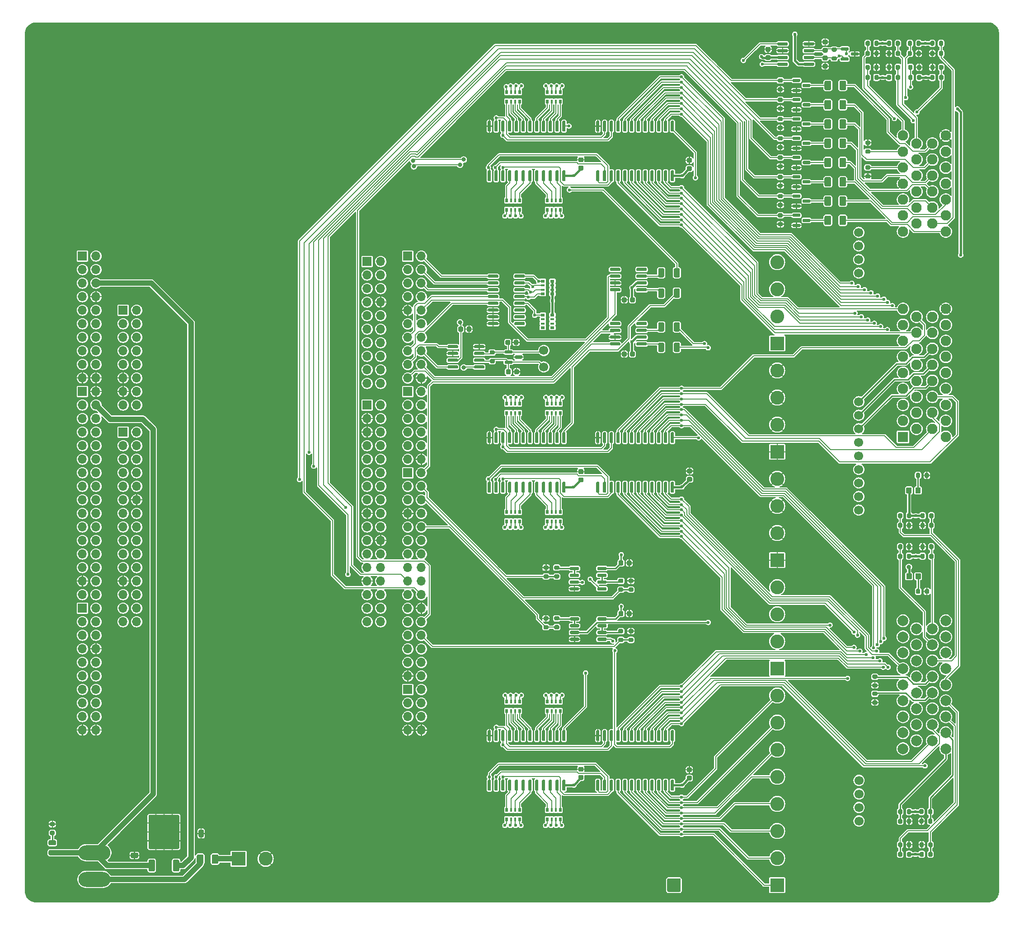
<source format=gtl>
G04 #@! TF.GenerationSoftware,KiCad,Pcbnew,8.0.6-8.0.6-0~ubuntu22.04.1*
G04 #@! TF.CreationDate,2024-10-26T02:39:41+00:00*
G04 #@! TF.ProjectId,digital_inputs,64696769-7461-46c5-9f69-6e707574732e,D*
G04 #@! TF.SameCoordinates,PX791ddc0PYca2dd00*
G04 #@! TF.FileFunction,Copper,L1,Top*
G04 #@! TF.FilePolarity,Positive*
%FSLAX46Y46*%
G04 Gerber Fmt 4.6, Leading zero omitted, Abs format (unit mm)*
G04 Created by KiCad (PCBNEW 8.0.6-8.0.6-0~ubuntu22.04.1) date 2024-10-26 02:39:41*
%MOMM*%
%LPD*%
G01*
G04 APERTURE LIST*
G04 #@! TA.AperFunction,ComponentPad*
%ADD10C,0.800000*%
G04 #@! TD*
G04 #@! TA.AperFunction,ComponentPad*
%ADD11C,6.400000*%
G04 #@! TD*
G04 #@! TA.AperFunction,ComponentPad*
%ADD12R,1.950000X1.950000*%
G04 #@! TD*
G04 #@! TA.AperFunction,ComponentPad*
%ADD13C,1.950000*%
G04 #@! TD*
G04 #@! TA.AperFunction,ComponentPad*
%ADD14R,1.700000X1.700000*%
G04 #@! TD*
G04 #@! TA.AperFunction,ComponentPad*
%ADD15O,1.700000X1.700000*%
G04 #@! TD*
G04 #@! TA.AperFunction,ComponentPad*
%ADD16R,2.600000X2.600000*%
G04 #@! TD*
G04 #@! TA.AperFunction,ComponentPad*
%ADD17C,2.600000*%
G04 #@! TD*
G04 #@! TA.AperFunction,ComponentPad*
%ADD18C,1.700000*%
G04 #@! TD*
G04 #@! TA.AperFunction,ComponentPad*
%ADD19O,6.000000X2.800000*%
G04 #@! TD*
G04 #@! TA.AperFunction,SMDPad,CuDef*
%ADD20R,0.500000X0.800000*%
G04 #@! TD*
G04 #@! TA.AperFunction,SMDPad,CuDef*
%ADD21R,0.400000X0.800000*%
G04 #@! TD*
G04 #@! TA.AperFunction,SMDPad,CuDef*
%ADD22R,0.800000X0.500000*%
G04 #@! TD*
G04 #@! TA.AperFunction,SMDPad,CuDef*
%ADD23R,0.800000X0.400000*%
G04 #@! TD*
G04 #@! TA.AperFunction,ComponentPad*
%ADD24C,2.000000*%
G04 #@! TD*
G04 #@! TA.AperFunction,ViaPad*
%ADD25C,0.600000*%
G04 #@! TD*
G04 #@! TA.AperFunction,ViaPad*
%ADD26C,0.800000*%
G04 #@! TD*
G04 #@! TA.AperFunction,Conductor*
%ADD27C,0.250000*%
G04 #@! TD*
G04 #@! TA.AperFunction,Conductor*
%ADD28C,0.400000*%
G04 #@! TD*
G04 #@! TA.AperFunction,Conductor*
%ADD29C,1.000000*%
G04 #@! TD*
G04 #@! TA.AperFunction,Conductor*
%ADD30C,0.200000*%
G04 #@! TD*
G04 APERTURE END LIST*
D10*
G04 #@! TO.P,J12,1,Pin_1*
G04 #@! TO.N,GND*
X78600000Y3500000D03*
X79302944Y5197056D03*
X79302944Y1802944D03*
X81000000Y5900000D03*
D11*
X81000000Y3500000D03*
D10*
X81000000Y1100000D03*
X82697056Y5197056D03*
X82697056Y1802944D03*
X83400000Y3500000D03*
G04 #@! TD*
G04 #@! TO.P,R38,1*
G04 #@! TO.N,GND*
G04 #@! TA.AperFunction,SMDPad,CuDef*
G36*
G01*
X166025000Y15475000D02*
X166025000Y14925000D01*
G75*
G02*
X165825000Y14725000I-200000J0D01*
G01*
X165425000Y14725000D01*
G75*
G02*
X165225000Y14925000I0J200000D01*
G01*
X165225000Y15475000D01*
G75*
G02*
X165425000Y15675000I200000J0D01*
G01*
X165825000Y15675000D01*
G75*
G02*
X166025000Y15475000I0J-200000D01*
G01*
G37*
G04 #@! TD.AperFunction*
G04 #@! TO.P,R38,2*
G04 #@! TO.N,/REF12*
G04 #@! TA.AperFunction,SMDPad,CuDef*
G36*
G01*
X164375000Y15475000D02*
X164375000Y14925000D01*
G75*
G02*
X164175000Y14725000I-200000J0D01*
G01*
X163775000Y14725000D01*
G75*
G02*
X163575000Y14925000I0J200000D01*
G01*
X163575000Y15475000D01*
G75*
G02*
X163775000Y15675000I200000J0D01*
G01*
X164175000Y15675000D01*
G75*
G02*
X164375000Y15475000I0J-200000D01*
G01*
G37*
G04 #@! TD.AperFunction*
G04 #@! TD*
G04 #@! TO.P,F6,1*
G04 #@! TO.N,Net-(Q5-D)*
G04 #@! TA.AperFunction,SMDPad,CuDef*
G36*
G01*
X149775000Y152575000D02*
X149775000Y153825000D01*
G75*
G02*
X150025000Y154075000I250000J0D01*
G01*
X150775000Y154075000D01*
G75*
G02*
X151025000Y153825000I0J-250000D01*
G01*
X151025000Y152575000D01*
G75*
G02*
X150775000Y152325000I-250000J0D01*
G01*
X150025000Y152325000D01*
G75*
G02*
X149775000Y152575000I0J250000D01*
G01*
G37*
G04 #@! TD.AperFunction*
G04 #@! TO.P,F6,2*
G04 #@! TO.N,/OUT_DIG_4*
G04 #@! TA.AperFunction,SMDPad,CuDef*
G36*
G01*
X152575000Y152575000D02*
X152575000Y153825000D01*
G75*
G02*
X152825000Y154075000I250000J0D01*
G01*
X153575000Y154075000D01*
G75*
G02*
X153825000Y153825000I0J-250000D01*
G01*
X153825000Y152575000D01*
G75*
G02*
X153575000Y152325000I-250000J0D01*
G01*
X152825000Y152325000D01*
G75*
G02*
X152575000Y152575000I0J250000D01*
G01*
G37*
G04 #@! TD.AperFunction*
G04 #@! TD*
D12*
G04 #@! TO.P,J19,1,1A*
G04 #@! TO.N,/TST1*
X164500000Y87300000D03*
D13*
G04 #@! TO.P,J19,2,2A*
G04 #@! TO.N,/TST2*
X164500000Y90300000D03*
G04 #@! TO.P,J19,3,3A*
G04 #@! TO.N,/TST3*
X164500000Y93300000D03*
G04 #@! TO.P,J19,4,4A*
G04 #@! TO.N,/TST4*
X164500000Y96300000D03*
G04 #@! TO.P,J19,5,5A*
G04 #@! TO.N,/TST5*
X164500000Y99300000D03*
G04 #@! TO.P,J19,6,6A*
G04 #@! TO.N,/TST6*
X164500000Y102300000D03*
G04 #@! TO.P,J19,7,7A*
G04 #@! TO.N,/TST7*
X164500000Y105300000D03*
G04 #@! TO.P,J19,8,8A*
G04 #@! TO.N,/TST8*
X164500000Y108300000D03*
G04 #@! TO.P,J19,9,9A*
G04 #@! TO.N,/TST9*
X164500000Y111300000D03*
G04 #@! TO.P,J19,10,10A*
G04 #@! TO.N,/TST10*
X167000000Y88800000D03*
G04 #@! TO.P,J19,11,11A*
G04 #@! TO.N,/TST11*
X167000000Y91800000D03*
G04 #@! TO.P,J19,12,12A*
G04 #@! TO.N,/TST12*
X167000000Y94800000D03*
G04 #@! TO.P,J19,13,13A*
G04 #@! TO.N,/TST13*
X167000000Y97800000D03*
G04 #@! TO.P,J19,14,14A*
G04 #@! TO.N,/TST14*
X167000000Y100800000D03*
G04 #@! TO.P,J19,15,15A*
G04 #@! TO.N,/TST15*
X167000000Y103800000D03*
G04 #@! TO.P,J19,16,16A*
G04 #@! TO.N,/TST16*
X167000000Y106800000D03*
G04 #@! TO.P,J19,17,17A*
G04 #@! TO.N,/TST17*
X167000000Y109800000D03*
G04 #@! TO.P,J19,18,18A*
G04 #@! TO.N,/TST18*
X170000000Y88800000D03*
G04 #@! TO.P,J19,19,19A*
G04 #@! TO.N,/TST19*
X170000000Y91800000D03*
G04 #@! TO.P,J19,20,20A*
G04 #@! TO.N,/TST20*
X170000000Y94800000D03*
G04 #@! TO.P,J19,21,21A*
G04 #@! TO.N,Net-(J19A-21A)*
X170000000Y97800000D03*
G04 #@! TO.P,J19,22,22A*
G04 #@! TO.N,Net-(J19A-22A)*
X170000000Y100800000D03*
G04 #@! TO.P,J19,23,23A*
G04 #@! TO.N,Net-(J19A-23A)*
X170000000Y103800000D03*
G04 #@! TO.P,J19,24,24A*
G04 #@! TO.N,Net-(J19A-24A)*
X170000000Y106800000D03*
G04 #@! TO.P,J19,25,25A*
G04 #@! TO.N,Net-(J19A-25A)*
X170000000Y109800000D03*
G04 #@! TO.P,J19,26,26A*
G04 #@! TO.N,Net-(J19A-26A)*
X172500000Y87300000D03*
G04 #@! TO.P,J19,27,27A*
G04 #@! TO.N,Net-(J19A-27A)*
X172500000Y90300000D03*
G04 #@! TO.P,J19,28,28A*
G04 #@! TO.N,Net-(J19A-28A)*
X172500000Y93300000D03*
G04 #@! TO.P,J19,29,29A*
G04 #@! TO.N,Net-(J19A-29A)*
X172500000Y96300000D03*
G04 #@! TO.P,J19,30,30A*
G04 #@! TO.N,Net-(J19A-30A)*
X172500000Y99300000D03*
G04 #@! TO.P,J19,31,31A*
G04 #@! TO.N,Net-(J19A-31A)*
X172500000Y102300000D03*
G04 #@! TO.P,J19,32,32A*
G04 #@! TO.N,Net-(J19A-32A)*
X172500000Y105300000D03*
G04 #@! TO.P,J19,33,33A*
G04 #@! TO.N,Net-(J19A-33A)*
X172500000Y108300000D03*
G04 #@! TO.P,J19,34,34A*
G04 #@! TO.N,GND*
X172500000Y111300000D03*
G04 #@! TO.P,J19,35,1B*
G04 #@! TO.N,/5V_1*
X164500000Y125800000D03*
G04 #@! TO.P,J19,36,2B*
G04 #@! TO.N,/5V_2*
X164500000Y128800000D03*
G04 #@! TO.P,J19,37,3B*
G04 #@! TO.N,+12V*
X164500000Y131800000D03*
G04 #@! TO.P,J19,38,4B*
G04 #@! TO.N,GND*
X164500000Y134800000D03*
G04 #@! TO.P,J19,39,5B*
G04 #@! TO.N,Net-(J19B-5B)*
X164500000Y137800000D03*
G04 #@! TO.P,J19,40,6B*
G04 #@! TO.N,Net-(J19B-6B)*
X164500000Y140800000D03*
G04 #@! TO.P,J19,41,7B*
G04 #@! TO.N,/REF1*
X164500000Y143800000D03*
G04 #@! TO.P,J19,42,8B*
G04 #@! TO.N,/REF2*
X167000000Y127300000D03*
G04 #@! TO.P,J19,43,9B*
G04 #@! TO.N,/REF3*
X167000000Y130300000D03*
G04 #@! TO.P,J19,44,10B*
G04 #@! TO.N,/REF4*
X167000000Y133300000D03*
G04 #@! TO.P,J19,45,11B*
G04 #@! TO.N,/REF5*
X167000000Y136300000D03*
G04 #@! TO.P,J19,46,12B*
G04 #@! TO.N,/REF6*
X167000000Y139300000D03*
G04 #@! TO.P,J19,47,13B*
G04 #@! TO.N,/REF7*
X167000000Y142300000D03*
G04 #@! TO.P,J19,48,14B*
G04 #@! TO.N,/REF8*
X170000000Y127300000D03*
G04 #@! TO.P,J19,49,15B*
G04 #@! TO.N,/OUT_DIG_0*
X170000000Y130300000D03*
G04 #@! TO.P,J19,50,16B*
G04 #@! TO.N,/OUT_DIG_1*
X170000000Y133300000D03*
G04 #@! TO.P,J19,51,17B*
G04 #@! TO.N,/OUT_DIG_2*
X170000000Y136300000D03*
G04 #@! TO.P,J19,52,18B*
G04 #@! TO.N,/OUT_DIG_3*
X170000000Y139300000D03*
G04 #@! TO.P,J19,53,19B*
G04 #@! TO.N,/OUT_DIG_4*
X170000000Y142300000D03*
G04 #@! TO.P,J19,54,20B*
G04 #@! TO.N,/OUT_DIG_5*
X172500000Y125800000D03*
G04 #@! TO.P,J19,55,21B*
G04 #@! TO.N,/OUT_DIG_6*
X172500000Y128800000D03*
G04 #@! TO.P,J19,56,22B*
G04 #@! TO.N,/OUT_DIG_7*
X172500000Y131800000D03*
G04 #@! TO.P,J19,57,23B*
G04 #@! TO.N,/CAN_L*
X172500000Y134800000D03*
G04 #@! TO.P,J19,58,24B*
G04 #@! TO.N,/CAN_H*
X172500000Y137800000D03*
G04 #@! TO.P,J19,59,25B*
G04 #@! TO.N,+12V*
X172500000Y140800000D03*
G04 #@! TO.P,J19,60,26B*
G04 #@! TO.N,GND*
X172500000Y143800000D03*
G04 #@! TD*
G04 #@! TO.P,R59,1*
G04 #@! TO.N,/REF3*
G04 #@! TA.AperFunction,SMDPad,CuDef*
G36*
G01*
X172050000Y156875000D02*
X172050000Y156325000D01*
G75*
G02*
X171850000Y156125000I-200000J0D01*
G01*
X171450000Y156125000D01*
G75*
G02*
X171250000Y156325000I0J200000D01*
G01*
X171250000Y156875000D01*
G75*
G02*
X171450000Y157075000I200000J0D01*
G01*
X171850000Y157075000D01*
G75*
G02*
X172050000Y156875000I0J-200000D01*
G01*
G37*
G04 #@! TD.AperFunction*
G04 #@! TO.P,R59,2*
G04 #@! TO.N,GND*
G04 #@! TA.AperFunction,SMDPad,CuDef*
G36*
G01*
X170400000Y156875000D02*
X170400000Y156325000D01*
G75*
G02*
X170200000Y156125000I-200000J0D01*
G01*
X169800000Y156125000D01*
G75*
G02*
X169600000Y156325000I0J200000D01*
G01*
X169600000Y156875000D01*
G75*
G02*
X169800000Y157075000I200000J0D01*
G01*
X170200000Y157075000D01*
G75*
G02*
X170400000Y156875000I0J-200000D01*
G01*
G37*
G04 #@! TD.AperFunction*
G04 #@! TD*
D14*
G04 #@! TO.P,J23,1,D16/I2S_A_MCK*
G04 #@! TO.N,unconnected-(J23-D16{slash}I2S_A_MCK-Pad1)*
X64090000Y120184000D03*
D15*
G04 #@! TO.P,J23,2,D15/I2C_A_SCL*
G04 #@! TO.N,unconnected-(J23-D15{slash}I2C_A_SCL-Pad2)*
X66630000Y120184000D03*
G04 #@! TO.P,J23,3,D17/I2S_A_SD*
G04 #@! TO.N,unconnected-(J23-D17{slash}I2S_A_SD-Pad3)*
X64090000Y117644000D03*
G04 #@! TO.P,J23,4,D14/I2C_A_SDA*
G04 #@! TO.N,unconnected-(J23-D14{slash}I2C_A_SDA-Pad4)*
X66630000Y117644000D03*
G04 #@! TO.P,J23,5,D18/I2S_A_CK*
G04 #@! TO.N,unconnected-(J23-D18{slash}I2S_A_CK-Pad5)*
X64090000Y115104000D03*
G04 #@! TO.P,J23,6,AREF*
G04 #@! TO.N,unconnected-(J23-AREF-Pad6)*
X66630000Y115104000D03*
G04 #@! TO.P,J23,7,D19/I2S_A_WS*
G04 #@! TO.N,unconnected-(J23-D19{slash}I2S_A_WS-Pad7)*
X64090000Y112564000D03*
G04 #@! TO.P,J23,8,GND*
G04 #@! TO.N,GND*
X66630000Y112564000D03*
G04 #@! TO.P,J23,9,D20/I2S_B_WS*
G04 #@! TO.N,unconnected-(J23-D20{slash}I2S_B_WS-Pad9)*
X64090000Y110024000D03*
G04 #@! TO.P,J23,10,D13/SPI_A_SCK*
G04 #@! TO.N,unconnected-(J23-D13{slash}SPI_A_SCK-Pad10)*
X66630000Y110024000D03*
G04 #@! TO.P,J23,11,D21/I2S_B_MCK*
G04 #@! TO.N,unconnected-(J23-D21{slash}I2S_B_MCK-Pad11)*
X64090000Y107484000D03*
G04 #@! TO.P,J23,12,D12/SPI_A_MISO*
G04 #@! TO.N,unconnected-(J23-D12{slash}SPI_A_MISO-Pad12)*
X66630000Y107484000D03*
G04 #@! TO.P,J23,13,D22/I2S_B_SD/SPI_B_MOSI*
G04 #@! TO.N,unconnected-(J23-D22{slash}I2S_B_SD{slash}SPI_B_MOSI-Pad13)*
X64090000Y104944000D03*
G04 #@! TO.P,J23,14,D11/SPI_A_MOSI/TIM_E_PWM1*
G04 #@! TO.N,unconnected-(J23-D11{slash}SPI_A_MOSI{slash}TIM_E_PWM1-Pad14)*
X66630000Y104944000D03*
G04 #@! TO.P,J23,15,D23/I2S_B_CK/SPI_B_SCK*
G04 #@! TO.N,unconnected-(J23-D23{slash}I2S_B_CK{slash}SPI_B_SCK-Pad15)*
X64090000Y102404000D03*
G04 #@! TO.P,J23,16,D10/SPI_A_CS/TIM_B_PWM3*
G04 #@! TO.N,unconnected-(J23-D10{slash}SPI_A_CS{slash}TIM_B_PWM3-Pad16)*
X66630000Y102404000D03*
G04 #@! TO.P,J23,17,D24/SPI_B_NSS*
G04 #@! TO.N,unconnected-(J23-D24{slash}SPI_B_NSS-Pad17)*
X64090000Y99864000D03*
G04 #@! TO.P,J23,18,D9/TIMER_B_PWM2*
G04 #@! TO.N,unconnected-(J23-D9{slash}TIMER_B_PWM2-Pad18)*
X66630000Y99864000D03*
G04 #@! TO.P,J23,19,D25/SPI_B_MISO*
G04 #@! TO.N,unconnected-(J23-D25{slash}SPI_B_MISO-Pad19)*
X64090000Y97324000D03*
G04 #@! TO.P,J23,20,D8/IO*
G04 #@! TO.N,unconnected-(J23-D8{slash}IO-Pad20)*
X66630000Y97324000D03*
G04 #@! TD*
G04 #@! TO.P,C18,1*
G04 #@! TO.N,GND*
G04 #@! TA.AperFunction,SMDPad,CuDef*
G36*
G01*
X33500000Y13375000D02*
X33500000Y12425000D01*
G75*
G02*
X33250000Y12175000I-250000J0D01*
G01*
X32750000Y12175000D01*
G75*
G02*
X32500000Y12425000I0J250000D01*
G01*
X32500000Y13375000D01*
G75*
G02*
X32750000Y13625000I250000J0D01*
G01*
X33250000Y13625000D01*
G75*
G02*
X33500000Y13375000I0J-250000D01*
G01*
G37*
G04 #@! TD.AperFunction*
G04 #@! TO.P,C18,2*
G04 #@! TO.N,/E5V*
G04 #@! TA.AperFunction,SMDPad,CuDef*
G36*
G01*
X31600000Y13375000D02*
X31600000Y12425000D01*
G75*
G02*
X31350000Y12175000I-250000J0D01*
G01*
X30850000Y12175000D01*
G75*
G02*
X30600000Y12425000I0J250000D01*
G01*
X30600000Y13375000D01*
G75*
G02*
X30850000Y13625000I250000J0D01*
G01*
X31350000Y13625000D01*
G75*
G02*
X31600000Y13375000I0J-250000D01*
G01*
G37*
G04 #@! TD.AperFunction*
G04 #@! TD*
G04 #@! TO.P,R41,1*
G04 #@! TO.N,GND*
G04 #@! TA.AperFunction,SMDPad,CuDef*
G36*
G01*
X159500000Y40275000D02*
X158950000Y40275000D01*
G75*
G02*
X158750000Y40475000I0J200000D01*
G01*
X158750000Y40875000D01*
G75*
G02*
X158950000Y41075000I200000J0D01*
G01*
X159500000Y41075000D01*
G75*
G02*
X159700000Y40875000I0J-200000D01*
G01*
X159700000Y40475000D01*
G75*
G02*
X159500000Y40275000I-200000J0D01*
G01*
G37*
G04 #@! TD.AperFunction*
G04 #@! TO.P,R41,2*
G04 #@! TO.N,Net-(J1-22A)*
G04 #@! TA.AperFunction,SMDPad,CuDef*
G36*
G01*
X159500000Y41925000D02*
X158950000Y41925000D01*
G75*
G02*
X158750000Y42125000I0J200000D01*
G01*
X158750000Y42525000D01*
G75*
G02*
X158950000Y42725000I200000J0D01*
G01*
X159500000Y42725000D01*
G75*
G02*
X159700000Y42525000I0J-200000D01*
G01*
X159700000Y42125000D01*
G75*
G02*
X159500000Y41925000I-200000J0D01*
G01*
G37*
G04 #@! TD.AperFunction*
G04 #@! TD*
D16*
G04 #@! TO.P,J6,1,Pin_1*
G04 #@! TO.N,GND*
X140925000Y64180000D03*
D17*
G04 #@! TO.P,J6,2,Pin_2*
X140925000Y69260000D03*
G04 #@! TO.P,J6,3,Pin_3*
X140925000Y74340000D03*
G04 #@! TO.P,J6,4,Pin_4*
X140925000Y79420000D03*
G04 #@! TD*
G04 #@! TO.P,C14,1*
G04 #@! TO.N,/CAN2_H*
G04 #@! TA.AperFunction,SMDPad,CuDef*
G36*
G01*
X90000000Y104755000D02*
X90000000Y105255000D01*
G75*
G02*
X90225000Y105480000I225000J0D01*
G01*
X90675000Y105480000D01*
G75*
G02*
X90900000Y105255000I0J-225000D01*
G01*
X90900000Y104755000D01*
G75*
G02*
X90675000Y104530000I-225000J0D01*
G01*
X90225000Y104530000D01*
G75*
G02*
X90000000Y104755000I0J225000D01*
G01*
G37*
G04 #@! TD.AperFunction*
G04 #@! TO.P,C14,2*
G04 #@! TO.N,GND*
G04 #@! TA.AperFunction,SMDPad,CuDef*
G36*
G01*
X91550000Y104755000D02*
X91550000Y105255000D01*
G75*
G02*
X91775000Y105480000I225000J0D01*
G01*
X92225000Y105480000D01*
G75*
G02*
X92450000Y105255000I0J-225000D01*
G01*
X92450000Y104755000D01*
G75*
G02*
X92225000Y104530000I-225000J0D01*
G01*
X91775000Y104530000D01*
G75*
G02*
X91550000Y104755000I0J225000D01*
G01*
G37*
G04 #@! TD.AperFunction*
G04 #@! TD*
G04 #@! TO.P,Q3,1,G*
G04 #@! TO.N,/DIG_2*
G04 #@! TA.AperFunction,SMDPad,CuDef*
G36*
G01*
X143787500Y146771430D02*
X143787500Y147071430D01*
G75*
G02*
X143937500Y147221430I150000J0D01*
G01*
X145112500Y147221430D01*
G75*
G02*
X145262500Y147071430I0J-150000D01*
G01*
X145262500Y146771430D01*
G75*
G02*
X145112500Y146621430I-150000J0D01*
G01*
X143937500Y146621430D01*
G75*
G02*
X143787500Y146771430I0J150000D01*
G01*
G37*
G04 #@! TD.AperFunction*
G04 #@! TO.P,Q3,2,D*
G04 #@! TO.N,Net-(Q3-D)*
G04 #@! TA.AperFunction,SMDPad,CuDef*
G36*
G01*
X145662500Y145821430D02*
X145662500Y146121430D01*
G75*
G02*
X145812500Y146271430I150000J0D01*
G01*
X146987500Y146271430D01*
G75*
G02*
X147137500Y146121430I0J-150000D01*
G01*
X147137500Y145821430D01*
G75*
G02*
X146987500Y145671430I-150000J0D01*
G01*
X145812500Y145671430D01*
G75*
G02*
X145662500Y145821430I0J150000D01*
G01*
G37*
G04 #@! TD.AperFunction*
G04 #@! TO.P,Q3,3,S*
G04 #@! TO.N,GND*
G04 #@! TA.AperFunction,SMDPad,CuDef*
G36*
G01*
X143787500Y144871430D02*
X143787500Y145171430D01*
G75*
G02*
X143937500Y145321430I150000J0D01*
G01*
X145112500Y145321430D01*
G75*
G02*
X145262500Y145171430I0J-150000D01*
G01*
X145262500Y144871430D01*
G75*
G02*
X145112500Y144721430I-150000J0D01*
G01*
X143937500Y144721430D01*
G75*
G02*
X143787500Y144871430I0J150000D01*
G01*
G37*
G04 #@! TD.AperFunction*
G04 #@! TD*
D18*
G04 #@! TO.P,P19,1,Pin_1*
G04 #@! TO.N,/CAN2_L*
X97200000Y100400000D03*
G04 #@! TD*
G04 #@! TO.P,D1,1,K*
G04 #@! TO.N,Net-(D1-K)*
G04 #@! TA.AperFunction,SMDPad,CuDef*
G36*
G01*
X4643750Y11662500D02*
X5556250Y11662500D01*
G75*
G02*
X5800000Y11418750I0J-243750D01*
G01*
X5800000Y10931250D01*
G75*
G02*
X5556250Y10687500I-243750J0D01*
G01*
X4643750Y10687500D01*
G75*
G02*
X4400000Y10931250I0J243750D01*
G01*
X4400000Y11418750D01*
G75*
G02*
X4643750Y11662500I243750J0D01*
G01*
G37*
G04 #@! TD.AperFunction*
G04 #@! TO.P,D1,2,A*
G04 #@! TO.N,+12V*
G04 #@! TA.AperFunction,SMDPad,CuDef*
G36*
G01*
X4643750Y9787500D02*
X5556250Y9787500D01*
G75*
G02*
X5800000Y9543750I0J-243750D01*
G01*
X5800000Y9056250D01*
G75*
G02*
X5556250Y8812500I-243750J0D01*
G01*
X4643750Y8812500D01*
G75*
G02*
X4400000Y9056250I0J243750D01*
G01*
X4400000Y9543750D01*
G75*
G02*
X4643750Y9787500I243750J0D01*
G01*
G37*
G04 #@! TD.AperFunction*
G04 #@! TD*
G04 #@! TO.P,R44,1*
G04 #@! TO.N,/5V_2*
G04 #@! TA.AperFunction,SMDPad,CuDef*
G36*
G01*
X166025000Y9275000D02*
X166025000Y8725000D01*
G75*
G02*
X165825000Y8525000I-200000J0D01*
G01*
X165425000Y8525000D01*
G75*
G02*
X165225000Y8725000I0J200000D01*
G01*
X165225000Y9275000D01*
G75*
G02*
X165425000Y9475000I200000J0D01*
G01*
X165825000Y9475000D01*
G75*
G02*
X166025000Y9275000I0J-200000D01*
G01*
G37*
G04 #@! TD.AperFunction*
G04 #@! TO.P,R44,2*
G04 #@! TO.N,/REF14*
G04 #@! TA.AperFunction,SMDPad,CuDef*
G36*
G01*
X164375000Y9275000D02*
X164375000Y8725000D01*
G75*
G02*
X164175000Y8525000I-200000J0D01*
G01*
X163775000Y8525000D01*
G75*
G02*
X163575000Y8725000I0J200000D01*
G01*
X163575000Y9275000D01*
G75*
G02*
X163775000Y9475000I200000J0D01*
G01*
X164175000Y9475000D01*
G75*
G02*
X164375000Y9275000I0J-200000D01*
G01*
G37*
G04 #@! TD.AperFunction*
G04 #@! TD*
G04 #@! TO.P,R34,1*
G04 #@! TO.N,/5V_2*
G04 #@! TA.AperFunction,SMDPad,CuDef*
G36*
G01*
X161475000Y160825000D02*
X161475000Y161375000D01*
G75*
G02*
X161675000Y161575000I200000J0D01*
G01*
X162075000Y161575000D01*
G75*
G02*
X162275000Y161375000I0J-200000D01*
G01*
X162275000Y160825000D01*
G75*
G02*
X162075000Y160625000I-200000J0D01*
G01*
X161675000Y160625000D01*
G75*
G02*
X161475000Y160825000I0J200000D01*
G01*
G37*
G04 #@! TD.AperFunction*
G04 #@! TO.P,R34,2*
G04 #@! TO.N,/REF7*
G04 #@! TA.AperFunction,SMDPad,CuDef*
G36*
G01*
X163125000Y160825000D02*
X163125000Y161375000D01*
G75*
G02*
X163325000Y161575000I200000J0D01*
G01*
X163725000Y161575000D01*
G75*
G02*
X163925000Y161375000I0J-200000D01*
G01*
X163925000Y160825000D01*
G75*
G02*
X163725000Y160625000I-200000J0D01*
G01*
X163325000Y160625000D01*
G75*
G02*
X163125000Y160825000I0J200000D01*
G01*
G37*
G04 #@! TD.AperFunction*
G04 #@! TD*
D19*
G04 #@! TO.P,CB1,1*
G04 #@! TO.N,Net-(CB1-Pad1)*
X13000000Y4300000D03*
G04 #@! TO.P,CB1,2*
G04 #@! TO.N,+12V*
X13000000Y9300000D03*
G04 #@! TD*
G04 #@! TO.P,F2,1*
G04 #@! TO.N,Net-(Q1-D)*
G04 #@! TA.AperFunction,SMDPad,CuDef*
G36*
G01*
X149775000Y138117860D02*
X149775000Y139367860D01*
G75*
G02*
X150025000Y139617860I250000J0D01*
G01*
X150775000Y139617860D01*
G75*
G02*
X151025000Y139367860I0J-250000D01*
G01*
X151025000Y138117860D01*
G75*
G02*
X150775000Y137867860I-250000J0D01*
G01*
X150025000Y137867860D01*
G75*
G02*
X149775000Y138117860I0J250000D01*
G01*
G37*
G04 #@! TD.AperFunction*
G04 #@! TO.P,F2,2*
G04 #@! TO.N,/OUT_DIG_0*
G04 #@! TA.AperFunction,SMDPad,CuDef*
G36*
G01*
X152575000Y138117860D02*
X152575000Y139367860D01*
G75*
G02*
X152825000Y139617860I250000J0D01*
G01*
X153575000Y139617860D01*
G75*
G02*
X153825000Y139367860I0J-250000D01*
G01*
X153825000Y138117860D01*
G75*
G02*
X153575000Y137867860I-250000J0D01*
G01*
X152825000Y137867860D01*
G75*
G02*
X152575000Y138117860I0J250000D01*
G01*
G37*
G04 #@! TD.AperFunction*
G04 #@! TD*
G04 #@! TO.P,C12,1*
G04 #@! TO.N,GND*
G04 #@! TA.AperFunction,SMDPad,CuDef*
G36*
G01*
X138950000Y160425000D02*
X139450000Y160425000D01*
G75*
G02*
X139675000Y160200000I0J-225000D01*
G01*
X139675000Y159750000D01*
G75*
G02*
X139450000Y159525000I-225000J0D01*
G01*
X138950000Y159525000D01*
G75*
G02*
X138725000Y159750000I0J225000D01*
G01*
X138725000Y160200000D01*
G75*
G02*
X138950000Y160425000I225000J0D01*
G01*
G37*
G04 #@! TD.AperFunction*
G04 #@! TO.P,C12,2*
G04 #@! TO.N,+5V*
G04 #@! TA.AperFunction,SMDPad,CuDef*
G36*
G01*
X138950000Y158875000D02*
X139450000Y158875000D01*
G75*
G02*
X139675000Y158650000I0J-225000D01*
G01*
X139675000Y158200000D01*
G75*
G02*
X139450000Y157975000I-225000J0D01*
G01*
X138950000Y157975000D01*
G75*
G02*
X138725000Y158200000I0J225000D01*
G01*
X138725000Y158650000D01*
G75*
G02*
X138950000Y158875000I225000J0D01*
G01*
G37*
G04 #@! TD.AperFunction*
G04 #@! TD*
D16*
G04 #@! TO.P,J5,1,Pin_1*
G04 #@! TO.N,Net-(J5-Pin_1)*
X40005000Y8165000D03*
D17*
G04 #@! TO.P,J5,2,Pin_2*
G04 #@! TO.N,GND*
X45085000Y8165000D03*
G04 #@! TD*
G04 #@! TO.P,R1,1*
G04 #@! TO.N,Net-(U5-X)*
G04 #@! TA.AperFunction,SMDPad,CuDef*
G36*
G01*
X122675000Y118685000D02*
X122675000Y117435000D01*
G75*
G02*
X122425000Y117185000I-250000J0D01*
G01*
X121800000Y117185000D01*
G75*
G02*
X121550000Y117435000I0J250000D01*
G01*
X121550000Y118685000D01*
G75*
G02*
X121800000Y118935000I250000J0D01*
G01*
X122425000Y118935000D01*
G75*
G02*
X122675000Y118685000I0J-250000D01*
G01*
G37*
G04 #@! TD.AperFunction*
G04 #@! TO.P,R1,2*
G04 #@! TO.N,Net-(U8-OUT_A)*
G04 #@! TA.AperFunction,SMDPad,CuDef*
G36*
G01*
X119750000Y118685000D02*
X119750000Y117435000D01*
G75*
G02*
X119500000Y117185000I-250000J0D01*
G01*
X118875000Y117185000D01*
G75*
G02*
X118625000Y117435000I0J250000D01*
G01*
X118625000Y118685000D01*
G75*
G02*
X118875000Y118935000I250000J0D01*
G01*
X119500000Y118935000D01*
G75*
G02*
X119750000Y118685000I0J-250000D01*
G01*
G37*
G04 #@! TD.AperFunction*
G04 #@! TD*
D20*
G04 #@! TO.P,RN12,1,R1.1*
G04 #@! TO.N,/TST48*
X90240000Y15560000D03*
D21*
G04 #@! TO.P,RN12,2,R2.1*
G04 #@! TO.N,/TST47*
X91040000Y15560000D03*
G04 #@! TO.P,RN12,3,R3.1*
G04 #@! TO.N,/TST46*
X91840000Y15560000D03*
D20*
G04 #@! TO.P,RN12,4,R4.1*
G04 #@! TO.N,/TST45*
X92640000Y15560000D03*
G04 #@! TO.P,RN12,5,R4.2*
G04 #@! TO.N,Net-(RN12-R4.2)*
X92640000Y17360000D03*
D21*
G04 #@! TO.P,RN12,6,R3.2*
G04 #@! TO.N,Net-(RN12-R3.2)*
X91840000Y17360000D03*
G04 #@! TO.P,RN12,7,R2.2*
G04 #@! TO.N,Net-(RN12-R2.2)*
X91040000Y17360000D03*
D20*
G04 #@! TO.P,RN12,8,R1.2*
G04 #@! TO.N,Net-(RN12-R1.2)*
X90240000Y17360000D03*
G04 #@! TD*
G04 #@! TO.P,C8,1*
G04 #@! TO.N,+12V*
G04 #@! TA.AperFunction,SMDPad,CuDef*
G36*
G01*
X114255000Y113230000D02*
X114255000Y112730000D01*
G75*
G02*
X114030000Y112505000I-225000J0D01*
G01*
X113580000Y112505000D01*
G75*
G02*
X113355000Y112730000I0J225000D01*
G01*
X113355000Y113230000D01*
G75*
G02*
X113580000Y113455000I225000J0D01*
G01*
X114030000Y113455000D01*
G75*
G02*
X114255000Y113230000I0J-225000D01*
G01*
G37*
G04 #@! TD.AperFunction*
G04 #@! TO.P,C8,2*
G04 #@! TO.N,GND*
G04 #@! TA.AperFunction,SMDPad,CuDef*
G36*
G01*
X112705000Y113230000D02*
X112705000Y112730000D01*
G75*
G02*
X112480000Y112505000I-225000J0D01*
G01*
X112030000Y112505000D01*
G75*
G02*
X111805000Y112730000I0J225000D01*
G01*
X111805000Y113230000D01*
G75*
G02*
X112030000Y113455000I225000J0D01*
G01*
X112480000Y113455000D01*
G75*
G02*
X112705000Y113230000I0J-225000D01*
G01*
G37*
G04 #@! TD.AperFunction*
G04 #@! TD*
G04 #@! TO.P,RN9,1,R1.1*
G04 #@! TO.N,/TST36*
X92640000Y37680000D03*
D21*
G04 #@! TO.P,RN9,2,R2.1*
G04 #@! TO.N,/TST35*
X91840000Y37680000D03*
G04 #@! TO.P,RN9,3,R3.1*
G04 #@! TO.N,/TST34*
X91040000Y37680000D03*
D20*
G04 #@! TO.P,RN9,4,R4.1*
G04 #@! TO.N,/TST33*
X90240000Y37680000D03*
G04 #@! TO.P,RN9,5,R4.2*
G04 #@! TO.N,Net-(RN9-R4.2)*
X90240000Y35880000D03*
D21*
G04 #@! TO.P,RN9,6,R3.2*
G04 #@! TO.N,Net-(RN9-R3.2)*
X91040000Y35880000D03*
G04 #@! TO.P,RN9,7,R2.2*
G04 #@! TO.N,Net-(RN9-R2.2)*
X91840000Y35880000D03*
D20*
G04 #@! TO.P,RN9,8,R1.2*
G04 #@! TO.N,Net-(RN9-R1.2)*
X92640000Y35880000D03*
G04 #@! TD*
D18*
G04 #@! TO.P,P12,1,Pin_1*
G04 #@! TO.N,Net-(J19A-32A)*
X156210000Y125640000D03*
G04 #@! TD*
G04 #@! TO.P,P18,1,Pin_1*
G04 #@! TO.N,/CAN2_H*
X97200000Y103500000D03*
G04 #@! TD*
G04 #@! TO.P,C16,1*
G04 #@! TO.N,GND*
G04 #@! TA.AperFunction,SMDPad,CuDef*
G36*
G01*
X83625000Y107750000D02*
X83625000Y107250000D01*
G75*
G02*
X83400000Y107025000I-225000J0D01*
G01*
X82950000Y107025000D01*
G75*
G02*
X82725000Y107250000I0J225000D01*
G01*
X82725000Y107750000D01*
G75*
G02*
X82950000Y107975000I225000J0D01*
G01*
X83400000Y107975000D01*
G75*
G02*
X83625000Y107750000I0J-225000D01*
G01*
G37*
G04 #@! TD.AperFunction*
G04 #@! TO.P,C16,2*
G04 #@! TO.N,+5V*
G04 #@! TA.AperFunction,SMDPad,CuDef*
G36*
G01*
X82075000Y107750000D02*
X82075000Y107250000D01*
G75*
G02*
X81850000Y107025000I-225000J0D01*
G01*
X81400000Y107025000D01*
G75*
G02*
X81175000Y107250000I0J225000D01*
G01*
X81175000Y107750000D01*
G75*
G02*
X81400000Y107975000I225000J0D01*
G01*
X81850000Y107975000D01*
G75*
G02*
X82075000Y107750000I0J-225000D01*
G01*
G37*
G04 #@! TD.AperFunction*
G04 #@! TD*
G04 #@! TO.P,P2,1,Pin_1*
G04 #@! TO.N,Net-(J19A-22A)*
X156210000Y91350000D03*
G04 #@! TD*
G04 #@! TO.P,R12,1*
G04 #@! TO.N,/TST49*
G04 #@! TA.AperFunction,SMDPad,CuDef*
G36*
G01*
X122675000Y104715000D02*
X122675000Y103465000D01*
G75*
G02*
X122425000Y103215000I-250000J0D01*
G01*
X121800000Y103215000D01*
G75*
G02*
X121550000Y103465000I0J250000D01*
G01*
X121550000Y104715000D01*
G75*
G02*
X121800000Y104965000I250000J0D01*
G01*
X122425000Y104965000D01*
G75*
G02*
X122675000Y104715000I0J-250000D01*
G01*
G37*
G04 #@! TD.AperFunction*
G04 #@! TO.P,R12,2*
G04 #@! TO.N,Net-(U9-OUT_B)*
G04 #@! TA.AperFunction,SMDPad,CuDef*
G36*
G01*
X119750000Y104715000D02*
X119750000Y103465000D01*
G75*
G02*
X119500000Y103215000I-250000J0D01*
G01*
X118875000Y103215000D01*
G75*
G02*
X118625000Y103465000I0J250000D01*
G01*
X118625000Y104715000D01*
G75*
G02*
X118875000Y104965000I250000J0D01*
G01*
X119500000Y104965000D01*
G75*
G02*
X119750000Y104715000I0J-250000D01*
G01*
G37*
G04 #@! TD.AperFunction*
G04 #@! TD*
G04 #@! TO.P,U13,1,TXD*
G04 #@! TO.N,/CAN2_TX*
G04 #@! TA.AperFunction,SMDPad,CuDef*
G36*
G01*
X79175000Y104060000D02*
X79175000Y104360000D01*
G75*
G02*
X79325000Y104510000I150000J0D01*
G01*
X80975000Y104510000D01*
G75*
G02*
X81125000Y104360000I0J-150000D01*
G01*
X81125000Y104060000D01*
G75*
G02*
X80975000Y103910000I-150000J0D01*
G01*
X79325000Y103910000D01*
G75*
G02*
X79175000Y104060000I0J150000D01*
G01*
G37*
G04 #@! TD.AperFunction*
G04 #@! TO.P,U13,2,GND*
G04 #@! TO.N,GND*
G04 #@! TA.AperFunction,SMDPad,CuDef*
G36*
G01*
X79175000Y102790000D02*
X79175000Y103090000D01*
G75*
G02*
X79325000Y103240000I150000J0D01*
G01*
X80975000Y103240000D01*
G75*
G02*
X81125000Y103090000I0J-150000D01*
G01*
X81125000Y102790000D01*
G75*
G02*
X80975000Y102640000I-150000J0D01*
G01*
X79325000Y102640000D01*
G75*
G02*
X79175000Y102790000I0J150000D01*
G01*
G37*
G04 #@! TD.AperFunction*
G04 #@! TO.P,U13,3,VCC*
G04 #@! TO.N,+5V*
G04 #@! TA.AperFunction,SMDPad,CuDef*
G36*
G01*
X79175000Y101520000D02*
X79175000Y101820000D01*
G75*
G02*
X79325000Y101970000I150000J0D01*
G01*
X80975000Y101970000D01*
G75*
G02*
X81125000Y101820000I0J-150000D01*
G01*
X81125000Y101520000D01*
G75*
G02*
X80975000Y101370000I-150000J0D01*
G01*
X79325000Y101370000D01*
G75*
G02*
X79175000Y101520000I0J150000D01*
G01*
G37*
G04 #@! TD.AperFunction*
G04 #@! TO.P,U13,4,RXD*
G04 #@! TO.N,/CAN2_RX*
G04 #@! TA.AperFunction,SMDPad,CuDef*
G36*
G01*
X79175000Y100250000D02*
X79175000Y100550000D01*
G75*
G02*
X79325000Y100700000I150000J0D01*
G01*
X80975000Y100700000D01*
G75*
G02*
X81125000Y100550000I0J-150000D01*
G01*
X81125000Y100250000D01*
G75*
G02*
X80975000Y100100000I-150000J0D01*
G01*
X79325000Y100100000D01*
G75*
G02*
X79175000Y100250000I0J150000D01*
G01*
G37*
G04 #@! TD.AperFunction*
G04 #@! TO.P,U13,5,VIO*
G04 #@! TO.N,+3.3V*
G04 #@! TA.AperFunction,SMDPad,CuDef*
G36*
G01*
X84125000Y100250000D02*
X84125000Y100550000D01*
G75*
G02*
X84275000Y100700000I150000J0D01*
G01*
X85925000Y100700000D01*
G75*
G02*
X86075000Y100550000I0J-150000D01*
G01*
X86075000Y100250000D01*
G75*
G02*
X85925000Y100100000I-150000J0D01*
G01*
X84275000Y100100000D01*
G75*
G02*
X84125000Y100250000I0J150000D01*
G01*
G37*
G04 #@! TD.AperFunction*
G04 #@! TO.P,U13,6,CANL*
G04 #@! TO.N,/CAN2_L*
G04 #@! TA.AperFunction,SMDPad,CuDef*
G36*
G01*
X84125000Y101520000D02*
X84125000Y101820000D01*
G75*
G02*
X84275000Y101970000I150000J0D01*
G01*
X85925000Y101970000D01*
G75*
G02*
X86075000Y101820000I0J-150000D01*
G01*
X86075000Y101520000D01*
G75*
G02*
X85925000Y101370000I-150000J0D01*
G01*
X84275000Y101370000D01*
G75*
G02*
X84125000Y101520000I0J150000D01*
G01*
G37*
G04 #@! TD.AperFunction*
G04 #@! TO.P,U13,7,CANH*
G04 #@! TO.N,/CAN2_H*
G04 #@! TA.AperFunction,SMDPad,CuDef*
G36*
G01*
X84125000Y102790000D02*
X84125000Y103090000D01*
G75*
G02*
X84275000Y103240000I150000J0D01*
G01*
X85925000Y103240000D01*
G75*
G02*
X86075000Y103090000I0J-150000D01*
G01*
X86075000Y102790000D01*
G75*
G02*
X85925000Y102640000I-150000J0D01*
G01*
X84275000Y102640000D01*
G75*
G02*
X84125000Y102790000I0J150000D01*
G01*
G37*
G04 #@! TD.AperFunction*
G04 #@! TO.P,U13,8,S*
G04 #@! TO.N,GND*
G04 #@! TA.AperFunction,SMDPad,CuDef*
G36*
G01*
X84125000Y104060000D02*
X84125000Y104360000D01*
G75*
G02*
X84275000Y104510000I150000J0D01*
G01*
X85925000Y104510000D01*
G75*
G02*
X86075000Y104360000I0J-150000D01*
G01*
X86075000Y104060000D01*
G75*
G02*
X85925000Y103910000I-150000J0D01*
G01*
X84275000Y103910000D01*
G75*
G02*
X84125000Y104060000I0J150000D01*
G01*
G37*
G04 #@! TD.AperFunction*
G04 #@! TD*
G04 #@! TO.P,R48,1*
G04 #@! TO.N,/REF16*
G04 #@! TA.AperFunction,SMDPad,CuDef*
G36*
G01*
X170200000Y70975000D02*
X170200000Y70425000D01*
G75*
G02*
X170000000Y70225000I-200000J0D01*
G01*
X169600000Y70225000D01*
G75*
G02*
X169400000Y70425000I0J200000D01*
G01*
X169400000Y70975000D01*
G75*
G02*
X169600000Y71175000I200000J0D01*
G01*
X170000000Y71175000D01*
G75*
G02*
X170200000Y70975000I0J-200000D01*
G01*
G37*
G04 #@! TD.AperFunction*
G04 #@! TO.P,R48,2*
G04 #@! TO.N,GND*
G04 #@! TA.AperFunction,SMDPad,CuDef*
G36*
G01*
X168550000Y70975000D02*
X168550000Y70425000D01*
G75*
G02*
X168350000Y70225000I-200000J0D01*
G01*
X167950000Y70225000D01*
G75*
G02*
X167750000Y70425000I0J200000D01*
G01*
X167750000Y70975000D01*
G75*
G02*
X167950000Y71175000I200000J0D01*
G01*
X168350000Y71175000D01*
G75*
G02*
X168550000Y70975000I0J-200000D01*
G01*
G37*
G04 #@! TD.AperFunction*
G04 #@! TD*
D14*
G04 #@! TO.P,J22,1,A0/ADC123_IN3*
G04 #@! TO.N,unconnected-(J22-A0{slash}ADC123_IN3-Pad1)*
X18370000Y88180000D03*
D15*
G04 #@! TO.P,J22,2,D51/USART_B_SCLK*
G04 #@! TO.N,unconnected-(J22-D51{slash}USART_B_SCLK-Pad2)*
X20910000Y88180000D03*
G04 #@! TO.P,J22,3,A1/ADC123_IN10*
G04 #@! TO.N,unconnected-(J22-A1{slash}ADC123_IN10-Pad3)*
X18370000Y85640000D03*
G04 #@! TO.P,J22,4,D52/USART_B_RX*
G04 #@! TO.N,unconnected-(J22-D52{slash}USART_B_RX-Pad4)*
X20910000Y85640000D03*
G04 #@! TO.P,J22,5,A2/ADC123_IN13*
G04 #@! TO.N,unconnected-(J22-A2{slash}ADC123_IN13-Pad5)*
X18370000Y83100000D03*
G04 #@! TO.P,J22,6,D53/USART_B_TX*
G04 #@! TO.N,unconnected-(J22-D53{slash}USART_B_TX-Pad6)*
X20910000Y83100000D03*
G04 #@! TO.P,J22,7,A3/ADC3_IN9*
G04 #@! TO.N,unconnected-(J22-A3{slash}ADC3_IN9-Pad7)*
X18370000Y80560000D03*
G04 #@! TO.P,J22,8,D54/USART_B_RTS*
G04 #@! TO.N,unconnected-(J22-D54{slash}USART_B_RTS-Pad8)*
X20910000Y80560000D03*
G04 #@! TO.P,J22,9,A4/ADC3_IN15/I2C1_SDA*
G04 #@! TO.N,unconnected-(J22-A4{slash}ADC3_IN15{slash}I2C1_SDA-Pad9)*
X18370000Y78020000D03*
G04 #@! TO.P,J22,10,D55/USART_B_CTS*
G04 #@! TO.N,unconnected-(J22-D55{slash}USART_B_CTS-Pad10)*
X20910000Y78020000D03*
G04 #@! TO.P,J22,11,A5/ADC3_IN8/I2C1_SCL*
G04 #@! TO.N,unconnected-(J22-A5{slash}ADC3_IN8{slash}I2C1_SCL-Pad11)*
X18370000Y75480000D03*
G04 #@! TO.P,J22,12,GND*
G04 #@! TO.N,GND*
X20910000Y75480000D03*
G04 #@! TO.P,J22,13,D72/NC*
G04 #@! TO.N,unconnected-(J22-D72{slash}NC-Pad13)*
X18370000Y72940000D03*
G04 #@! TO.P,J22,14,D56/SAI_A_MCLK*
G04 #@! TO.N,unconnected-(J22-D56{slash}SAI_A_MCLK-Pad14)*
X20910000Y72940000D03*
G04 #@! TO.P,J22,15,D71/IO*
G04 #@! TO.N,unconnected-(J22-D71{slash}IO-Pad15)*
X18370000Y70400000D03*
G04 #@! TO.P,J22,16,D57/SAI_A_FS*
G04 #@! TO.N,unconnected-(J22-D57{slash}SAI_A_FS-Pad16)*
X20910000Y70400000D03*
G04 #@! TO.P,J22,17,D70/I2C_B_SMBA*
G04 #@! TO.N,unconnected-(J22-D70{slash}I2C_B_SMBA-Pad17)*
X18370000Y67860000D03*
G04 #@! TO.P,J22,18,D58/SAI_A_SCK*
G04 #@! TO.N,unconnected-(J22-D58{slash}SAI_A_SCK-Pad18)*
X20910000Y67860000D03*
G04 #@! TO.P,J22,19,D69/I2C_B_SCL*
G04 #@! TO.N,unconnected-(J22-D69{slash}I2C_B_SCL-Pad19)*
X18370000Y65320000D03*
G04 #@! TO.P,J22,20,D59/SAI_A_SD*
G04 #@! TO.N,unconnected-(J22-D59{slash}SAI_A_SD-Pad20)*
X20910000Y65320000D03*
G04 #@! TO.P,J22,21,D68/I2C_B_SDA*
G04 #@! TO.N,unconnected-(J22-D68{slash}I2C_B_SDA-Pad21)*
X18370000Y62780000D03*
G04 #@! TO.P,J22,22,D60/SAI_B_SD*
G04 #@! TO.N,unconnected-(J22-D60{slash}SAI_B_SD-Pad22)*
X20910000Y62780000D03*
G04 #@! TO.P,J22,23,GND*
G04 #@! TO.N,GND*
X18370000Y60240000D03*
G04 #@! TO.P,J22,24,D61/SAI_B_SCK*
G04 #@! TO.N,unconnected-(J22-D61{slash}SAI_B_SCK-Pad24)*
X20910000Y60240000D03*
G04 #@! TO.P,J22,25,D67/CAN_RX*
G04 #@! TO.N,unconnected-(J22-D67{slash}CAN_RX-Pad25)*
X18370000Y57700000D03*
G04 #@! TO.P,J22,26,D62/SAI_B_MCLK*
G04 #@! TO.N,unconnected-(J22-D62{slash}SAI_B_MCLK-Pad26)*
X20910000Y57700000D03*
G04 #@! TO.P,J22,27,D66/CAN_TX*
G04 #@! TO.N,unconnected-(J22-D66{slash}CAN_TX-Pad27)*
X18370000Y55160000D03*
G04 #@! TO.P,J22,28,D63/SAI_B_FS*
G04 #@! TO.N,unconnected-(J22-D63{slash}SAI_B_FS-Pad28)*
X20910000Y55160000D03*
G04 #@! TO.P,J22,29,Pin_29*
G04 #@! TO.N,unconnected-(J22-Pin_29-Pad29)*
X18370000Y52620000D03*
G04 #@! TO.P,J22,30,D64/IO*
G04 #@! TO.N,unconnected-(J22-D64{slash}IO-Pad30)*
X20910000Y52620000D03*
G04 #@! TD*
D18*
G04 #@! TO.P,P8,1,Pin_1*
G04 #@! TO.N,Net-(J19A-28A)*
X156210000Y81190000D03*
G04 #@! TD*
G04 #@! TO.P,U1,1*
G04 #@! TO.N,Net-(U1A--)*
G04 #@! TA.AperFunction,SMDPad,CuDef*
G36*
G01*
X102050000Y62455000D02*
X102050000Y62755000D01*
G75*
G02*
X102200000Y62905000I150000J0D01*
G01*
X103650000Y62905000D01*
G75*
G02*
X103800000Y62755000I0J-150000D01*
G01*
X103800000Y62455000D01*
G75*
G02*
X103650000Y62305000I-150000J0D01*
G01*
X102200000Y62305000D01*
G75*
G02*
X102050000Y62455000I0J150000D01*
G01*
G37*
G04 #@! TD.AperFunction*
G04 #@! TO.P,U1,2,-*
G04 #@! TA.AperFunction,SMDPad,CuDef*
G36*
G01*
X102050000Y61185000D02*
X102050000Y61485000D01*
G75*
G02*
X102200000Y61635000I150000J0D01*
G01*
X103650000Y61635000D01*
G75*
G02*
X103800000Y61485000I0J-150000D01*
G01*
X103800000Y61185000D01*
G75*
G02*
X103650000Y61035000I-150000J0D01*
G01*
X102200000Y61035000D01*
G75*
G02*
X102050000Y61185000I0J150000D01*
G01*
G37*
G04 #@! TD.AperFunction*
G04 #@! TO.P,U1,3,+*
G04 #@! TO.N,Net-(U1A-+)*
G04 #@! TA.AperFunction,SMDPad,CuDef*
G36*
G01*
X102050000Y59915000D02*
X102050000Y60215000D01*
G75*
G02*
X102200000Y60365000I150000J0D01*
G01*
X103650000Y60365000D01*
G75*
G02*
X103800000Y60215000I0J-150000D01*
G01*
X103800000Y59915000D01*
G75*
G02*
X103650000Y59765000I-150000J0D01*
G01*
X102200000Y59765000D01*
G75*
G02*
X102050000Y59915000I0J150000D01*
G01*
G37*
G04 #@! TD.AperFunction*
G04 #@! TO.P,U1,4,V-*
G04 #@! TO.N,GND*
G04 #@! TA.AperFunction,SMDPad,CuDef*
G36*
G01*
X102050000Y58645000D02*
X102050000Y58945000D01*
G75*
G02*
X102200000Y59095000I150000J0D01*
G01*
X103650000Y59095000D01*
G75*
G02*
X103800000Y58945000I0J-150000D01*
G01*
X103800000Y58645000D01*
G75*
G02*
X103650000Y58495000I-150000J0D01*
G01*
X102200000Y58495000D01*
G75*
G02*
X102050000Y58645000I0J150000D01*
G01*
G37*
G04 #@! TD.AperFunction*
G04 #@! TO.P,U1,5,+*
G04 #@! TO.N,Net-(U1B-+)*
G04 #@! TA.AperFunction,SMDPad,CuDef*
G36*
G01*
X107200000Y58645000D02*
X107200000Y58945000D01*
G75*
G02*
X107350000Y59095000I150000J0D01*
G01*
X108800000Y59095000D01*
G75*
G02*
X108950000Y58945000I0J-150000D01*
G01*
X108950000Y58645000D01*
G75*
G02*
X108800000Y58495000I-150000J0D01*
G01*
X107350000Y58495000D01*
G75*
G02*
X107200000Y58645000I0J150000D01*
G01*
G37*
G04 #@! TD.AperFunction*
G04 #@! TO.P,U1,6,-*
G04 #@! TO.N,Net-(U1B--)*
G04 #@! TA.AperFunction,SMDPad,CuDef*
G36*
G01*
X107200000Y59915000D02*
X107200000Y60215000D01*
G75*
G02*
X107350000Y60365000I150000J0D01*
G01*
X108800000Y60365000D01*
G75*
G02*
X108950000Y60215000I0J-150000D01*
G01*
X108950000Y59915000D01*
G75*
G02*
X108800000Y59765000I-150000J0D01*
G01*
X107350000Y59765000D01*
G75*
G02*
X107200000Y59915000I0J150000D01*
G01*
G37*
G04 #@! TD.AperFunction*
G04 #@! TO.P,U1,7*
G04 #@! TA.AperFunction,SMDPad,CuDef*
G36*
G01*
X107200000Y61185000D02*
X107200000Y61485000D01*
G75*
G02*
X107350000Y61635000I150000J0D01*
G01*
X108800000Y61635000D01*
G75*
G02*
X108950000Y61485000I0J-150000D01*
G01*
X108950000Y61185000D01*
G75*
G02*
X108800000Y61035000I-150000J0D01*
G01*
X107350000Y61035000D01*
G75*
G02*
X107200000Y61185000I0J150000D01*
G01*
G37*
G04 #@! TD.AperFunction*
G04 #@! TO.P,U1,8,V+*
G04 #@! TO.N,+12V*
G04 #@! TA.AperFunction,SMDPad,CuDef*
G36*
G01*
X107200000Y62455000D02*
X107200000Y62755000D01*
G75*
G02*
X107350000Y62905000I150000J0D01*
G01*
X108800000Y62905000D01*
G75*
G02*
X108950000Y62755000I0J-150000D01*
G01*
X108950000Y62455000D01*
G75*
G02*
X108800000Y62305000I-150000J0D01*
G01*
X107350000Y62305000D01*
G75*
G02*
X107200000Y62455000I0J150000D01*
G01*
G37*
G04 #@! TD.AperFunction*
G04 #@! TD*
G04 #@! TO.P,D2,1,G*
G04 #@! TO.N,/CAN_H*
G04 #@! TA.AperFunction,SMDPad,CuDef*
G36*
G01*
X152825000Y159900000D02*
X152825000Y160200000D01*
G75*
G02*
X152975000Y160350000I150000J0D01*
G01*
X154150000Y160350000D01*
G75*
G02*
X154300000Y160200000I0J-150000D01*
G01*
X154300000Y159900000D01*
G75*
G02*
X154150000Y159750000I-150000J0D01*
G01*
X152975000Y159750000D01*
G75*
G02*
X152825000Y159900000I0J150000D01*
G01*
G37*
G04 #@! TD.AperFunction*
G04 #@! TO.P,D2,2,D*
G04 #@! TO.N,/CAN_L*
G04 #@! TA.AperFunction,SMDPad,CuDef*
G36*
G01*
X152825000Y158000000D02*
X152825000Y158300000D01*
G75*
G02*
X152975000Y158450000I150000J0D01*
G01*
X154150000Y158450000D01*
G75*
G02*
X154300000Y158300000I0J-150000D01*
G01*
X154300000Y158000000D01*
G75*
G02*
X154150000Y157850000I-150000J0D01*
G01*
X152975000Y157850000D01*
G75*
G02*
X152825000Y158000000I0J150000D01*
G01*
G37*
G04 #@! TD.AperFunction*
G04 #@! TO.P,D2,3,S*
G04 #@! TO.N,GND*
G04 #@! TA.AperFunction,SMDPad,CuDef*
G36*
G01*
X154700000Y158950000D02*
X154700000Y159250000D01*
G75*
G02*
X154850000Y159400000I150000J0D01*
G01*
X156025000Y159400000D01*
G75*
G02*
X156175000Y159250000I0J-150000D01*
G01*
X156175000Y158950000D01*
G75*
G02*
X156025000Y158800000I-150000J0D01*
G01*
X154850000Y158800000D01*
G75*
G02*
X154700000Y158950000I0J150000D01*
G01*
G37*
G04 #@! TD.AperFunction*
G04 #@! TD*
G04 #@! TO.P,P10,1,Pin_1*
G04 #@! TO.N,Net-(J19A-30A)*
X156210000Y76110000D03*
G04 #@! TD*
D14*
G04 #@! TO.P,J27,1,PA10*
G04 #@! TO.N,unconnected-(J27-PA10-Pad1)*
X71710000Y80540000D03*
D15*
G04 #@! TO.P,J27,2,PC4*
G04 #@! TO.N,/OUT3*
X74250000Y80540000D03*
G04 #@! TO.P,J27,3,PA2*
G04 #@! TO.N,unconnected-(J27-PA2-Pad3)*
X71710000Y78000000D03*
G04 #@! TO.P,J27,4,PF5*
G04 #@! TO.N,/IN1*
X74250000Y78000000D03*
G04 #@! TO.P,J27,5,PA3*
G04 #@! TO.N,unconnected-(J27-PA3-Pad5)*
X71710000Y75460000D03*
G04 #@! TO.P,J27,6,PF4*
G04 #@! TO.N,/IN0*
X74250000Y75460000D03*
G04 #@! TO.P,J27,7,GND*
G04 #@! TO.N,GND*
X71710000Y72920000D03*
G04 #@! TO.P,J27,8,PE8*
G04 #@! TO.N,/DIG_2*
X74250000Y72920000D03*
G04 #@! TO.P,J27,9,PD13*
G04 #@! TO.N,unconnected-(J27-PD13-Pad9)*
X71710000Y70380000D03*
G04 #@! TO.P,J27,10,PF10*
G04 #@! TO.N,/IN3*
X74250000Y70380000D03*
G04 #@! TO.P,J27,11,PD12*
G04 #@! TO.N,unconnected-(J27-PD12-Pad11)*
X71710000Y67840000D03*
G04 #@! TO.P,J27,12,PE7*
G04 #@! TO.N,/DIG_1*
X74250000Y67840000D03*
G04 #@! TO.P,J27,13,PD11*
G04 #@! TO.N,unconnected-(J27-PD11-Pad13)*
X71710000Y65300000D03*
G04 #@! TO.P,J27,14,PD14*
G04 #@! TO.N,unconnected-(J27-PD14-Pad14)*
X74250000Y65300000D03*
G04 #@! TO.P,J27,15,PE10*
G04 #@! TO.N,/DIG_4*
X71710000Y62760000D03*
G04 #@! TO.P,J27,16,PD15*
G04 #@! TO.N,unconnected-(J27-PD15-Pad16)*
X74250000Y62760000D03*
G04 #@! TO.P,J27,17,PE12*
G04 #@! TO.N,/DIG_6*
X71710000Y60220000D03*
G04 #@! TO.P,J27,18,PF14*
G04 #@! TO.N,unconnected-(J27-PF14-Pad18)*
X74250000Y60220000D03*
G04 #@! TO.P,J27,19,PE14*
G04 #@! TO.N,unconnected-(J27-PE14-Pad19)*
X71710000Y57680000D03*
G04 #@! TO.P,J27,20,PE9*
G04 #@! TO.N,/DIG_3*
X74250000Y57680000D03*
G04 #@! TO.P,J27,21,PE15*
G04 #@! TO.N,unconnected-(J27-PE15-Pad21)*
X71710000Y55140000D03*
G04 #@! TO.P,J27,22,GND*
G04 #@! TO.N,GND*
X74250000Y55140000D03*
G04 #@! TO.P,J27,23,PE13*
G04 #@! TO.N,/DIG_7*
X71710000Y52600000D03*
G04 #@! TO.P,J27,24,PE11*
G04 #@! TO.N,/DIG_5*
X74250000Y52600000D03*
G04 #@! TO.P,J27,25,PF13*
G04 #@! TO.N,unconnected-(J27-PF13-Pad25)*
X71710000Y50060000D03*
G04 #@! TO.P,J27,26,PF3*
G04 #@! TO.N,/IN2*
X74250000Y50060000D03*
G04 #@! TO.P,J27,27,PF12*
G04 #@! TO.N,unconnected-(J27-PF12-Pad27)*
X71710000Y47520000D03*
G04 #@! TO.P,J27,28,PF15*
G04 #@! TO.N,unconnected-(J27-PF15-Pad28)*
X74250000Y47520000D03*
G04 #@! TO.P,J27,29,PG14*
G04 #@! TO.N,unconnected-(J27-PG14-Pad29)*
X71710000Y44980000D03*
G04 #@! TO.P,J27,30,PF11*
G04 #@! TO.N,unconnected-(J27-PF11-Pad30)*
X74250000Y44980000D03*
G04 #@! TO.P,J27,31,GND*
G04 #@! TO.N,GND*
X71710000Y42440000D03*
G04 #@! TO.P,J27,32,PE0*
G04 #@! TO.N,/DIG_0*
X74250000Y42440000D03*
G04 #@! TD*
G04 #@! TO.P,U11,1*
G04 #@! TO.N,Net-(U11A--)*
G04 #@! TA.AperFunction,SMDPad,CuDef*
G36*
G01*
X102070000Y52995000D02*
X102070000Y53295000D01*
G75*
G02*
X102220000Y53445000I150000J0D01*
G01*
X103670000Y53445000D01*
G75*
G02*
X103820000Y53295000I0J-150000D01*
G01*
X103820000Y52995000D01*
G75*
G02*
X103670000Y52845000I-150000J0D01*
G01*
X102220000Y52845000D01*
G75*
G02*
X102070000Y52995000I0J150000D01*
G01*
G37*
G04 #@! TD.AperFunction*
G04 #@! TO.P,U11,2,-*
G04 #@! TA.AperFunction,SMDPad,CuDef*
G36*
G01*
X102070000Y51725000D02*
X102070000Y52025000D01*
G75*
G02*
X102220000Y52175000I150000J0D01*
G01*
X103670000Y52175000D01*
G75*
G02*
X103820000Y52025000I0J-150000D01*
G01*
X103820000Y51725000D01*
G75*
G02*
X103670000Y51575000I-150000J0D01*
G01*
X102220000Y51575000D01*
G75*
G02*
X102070000Y51725000I0J150000D01*
G01*
G37*
G04 #@! TD.AperFunction*
G04 #@! TO.P,U11,3,+*
G04 #@! TO.N,/TST49*
G04 #@! TA.AperFunction,SMDPad,CuDef*
G36*
G01*
X102070000Y50455000D02*
X102070000Y50755000D01*
G75*
G02*
X102220000Y50905000I150000J0D01*
G01*
X103670000Y50905000D01*
G75*
G02*
X103820000Y50755000I0J-150000D01*
G01*
X103820000Y50455000D01*
G75*
G02*
X103670000Y50305000I-150000J0D01*
G01*
X102220000Y50305000D01*
G75*
G02*
X102070000Y50455000I0J150000D01*
G01*
G37*
G04 #@! TD.AperFunction*
G04 #@! TO.P,U11,4,V-*
G04 #@! TO.N,GND*
G04 #@! TA.AperFunction,SMDPad,CuDef*
G36*
G01*
X102070000Y49185000D02*
X102070000Y49485000D01*
G75*
G02*
X102220000Y49635000I150000J0D01*
G01*
X103670000Y49635000D01*
G75*
G02*
X103820000Y49485000I0J-150000D01*
G01*
X103820000Y49185000D01*
G75*
G02*
X103670000Y49035000I-150000J0D01*
G01*
X102220000Y49035000D01*
G75*
G02*
X102070000Y49185000I0J150000D01*
G01*
G37*
G04 #@! TD.AperFunction*
G04 #@! TO.P,U11,5,+*
G04 #@! TO.N,Net-(U11B-+)*
G04 #@! TA.AperFunction,SMDPad,CuDef*
G36*
G01*
X107220000Y49185000D02*
X107220000Y49485000D01*
G75*
G02*
X107370000Y49635000I150000J0D01*
G01*
X108820000Y49635000D01*
G75*
G02*
X108970000Y49485000I0J-150000D01*
G01*
X108970000Y49185000D01*
G75*
G02*
X108820000Y49035000I-150000J0D01*
G01*
X107370000Y49035000D01*
G75*
G02*
X107220000Y49185000I0J150000D01*
G01*
G37*
G04 #@! TD.AperFunction*
G04 #@! TO.P,U11,6,-*
G04 #@! TO.N,Net-(U11B--)*
G04 #@! TA.AperFunction,SMDPad,CuDef*
G36*
G01*
X107220000Y50455000D02*
X107220000Y50755000D01*
G75*
G02*
X107370000Y50905000I150000J0D01*
G01*
X108820000Y50905000D01*
G75*
G02*
X108970000Y50755000I0J-150000D01*
G01*
X108970000Y50455000D01*
G75*
G02*
X108820000Y50305000I-150000J0D01*
G01*
X107370000Y50305000D01*
G75*
G02*
X107220000Y50455000I0J150000D01*
G01*
G37*
G04 #@! TD.AperFunction*
G04 #@! TO.P,U11,7*
G04 #@! TA.AperFunction,SMDPad,CuDef*
G36*
G01*
X107220000Y51725000D02*
X107220000Y52025000D01*
G75*
G02*
X107370000Y52175000I150000J0D01*
G01*
X108820000Y52175000D01*
G75*
G02*
X108970000Y52025000I0J-150000D01*
G01*
X108970000Y51725000D01*
G75*
G02*
X108820000Y51575000I-150000J0D01*
G01*
X107370000Y51575000D01*
G75*
G02*
X107220000Y51725000I0J150000D01*
G01*
G37*
G04 #@! TD.AperFunction*
G04 #@! TO.P,U11,8,V+*
G04 #@! TO.N,+12V*
G04 #@! TA.AperFunction,SMDPad,CuDef*
G36*
G01*
X107220000Y52995000D02*
X107220000Y53295000D01*
G75*
G02*
X107370000Y53445000I150000J0D01*
G01*
X108820000Y53445000D01*
G75*
G02*
X108970000Y53295000I0J-150000D01*
G01*
X108970000Y52995000D01*
G75*
G02*
X108820000Y52845000I-150000J0D01*
G01*
X107370000Y52845000D01*
G75*
G02*
X107220000Y52995000I0J150000D01*
G01*
G37*
G04 #@! TD.AperFunction*
G04 #@! TD*
G04 #@! TO.P,F1,1*
G04 #@! TO.N,Net-(CB1-Pad1)*
G04 #@! TA.AperFunction,SMDPad,CuDef*
G36*
G01*
X32175000Y7475000D02*
X32175000Y8725000D01*
G75*
G02*
X32425000Y8975000I250000J0D01*
G01*
X33175000Y8975000D01*
G75*
G02*
X33425000Y8725000I0J-250000D01*
G01*
X33425000Y7475000D01*
G75*
G02*
X33175000Y7225000I-250000J0D01*
G01*
X32425000Y7225000D01*
G75*
G02*
X32175000Y7475000I0J250000D01*
G01*
G37*
G04 #@! TD.AperFunction*
G04 #@! TO.P,F1,2*
G04 #@! TO.N,Net-(J5-Pin_1)*
G04 #@! TA.AperFunction,SMDPad,CuDef*
G36*
G01*
X34975000Y7475000D02*
X34975000Y8725000D01*
G75*
G02*
X35225000Y8975000I250000J0D01*
G01*
X35975000Y8975000D01*
G75*
G02*
X36225000Y8725000I0J-250000D01*
G01*
X36225000Y7475000D01*
G75*
G02*
X35975000Y7225000I-250000J0D01*
G01*
X35225000Y7225000D01*
G75*
G02*
X34975000Y7475000I0J250000D01*
G01*
G37*
G04 #@! TD.AperFunction*
G04 #@! TD*
G04 #@! TO.P,R11,1*
G04 #@! TO.N,GND*
G04 #@! TA.AperFunction,SMDPad,CuDef*
G36*
G01*
X97345000Y63165000D02*
X97895000Y63165000D01*
G75*
G02*
X98095000Y62965000I0J-200000D01*
G01*
X98095000Y62565000D01*
G75*
G02*
X97895000Y62365000I-200000J0D01*
G01*
X97345000Y62365000D01*
G75*
G02*
X97145000Y62565000I0J200000D01*
G01*
X97145000Y62965000D01*
G75*
G02*
X97345000Y63165000I200000J0D01*
G01*
G37*
G04 #@! TD.AperFunction*
G04 #@! TO.P,R11,2*
G04 #@! TO.N,/IN1*
G04 #@! TA.AperFunction,SMDPad,CuDef*
G36*
G01*
X97345000Y61515000D02*
X97895000Y61515000D01*
G75*
G02*
X98095000Y61315000I0J-200000D01*
G01*
X98095000Y60915000D01*
G75*
G02*
X97895000Y60715000I-200000J0D01*
G01*
X97345000Y60715000D01*
G75*
G02*
X97145000Y60915000I0J200000D01*
G01*
X97145000Y61315000D01*
G75*
G02*
X97345000Y61515000I200000J0D01*
G01*
G37*
G04 #@! TD.AperFunction*
G04 #@! TD*
G04 #@! TO.P,R33,1*
G04 #@! TO.N,/REF6*
G04 #@! TA.AperFunction,SMDPad,CuDef*
G36*
G01*
X157475000Y158925000D02*
X157475000Y159475000D01*
G75*
G02*
X157675000Y159675000I200000J0D01*
G01*
X158075000Y159675000D01*
G75*
G02*
X158275000Y159475000I0J-200000D01*
G01*
X158275000Y158925000D01*
G75*
G02*
X158075000Y158725000I-200000J0D01*
G01*
X157675000Y158725000D01*
G75*
G02*
X157475000Y158925000I0J200000D01*
G01*
G37*
G04 #@! TD.AperFunction*
G04 #@! TO.P,R33,2*
G04 #@! TO.N,GND*
G04 #@! TA.AperFunction,SMDPad,CuDef*
G36*
G01*
X159125000Y158925000D02*
X159125000Y159475000D01*
G75*
G02*
X159325000Y159675000I200000J0D01*
G01*
X159725000Y159675000D01*
G75*
G02*
X159925000Y159475000I0J-200000D01*
G01*
X159925000Y158925000D01*
G75*
G02*
X159725000Y158725000I-200000J0D01*
G01*
X159325000Y158725000D01*
G75*
G02*
X159125000Y158925000I0J200000D01*
G01*
G37*
G04 #@! TD.AperFunction*
G04 #@! TD*
G04 #@! TO.P,R50,1*
G04 #@! TO.N,/5V_1*
G04 #@! TA.AperFunction,SMDPad,CuDef*
G36*
G01*
X167750000Y64625000D02*
X167750000Y65175000D01*
G75*
G02*
X167950000Y65375000I200000J0D01*
G01*
X168350000Y65375000D01*
G75*
G02*
X168550000Y65175000I0J-200000D01*
G01*
X168550000Y64625000D01*
G75*
G02*
X168350000Y64425000I-200000J0D01*
G01*
X167950000Y64425000D01*
G75*
G02*
X167750000Y64625000I0J200000D01*
G01*
G37*
G04 #@! TD.AperFunction*
G04 #@! TO.P,R50,2*
G04 #@! TO.N,/REF11*
G04 #@! TA.AperFunction,SMDPad,CuDef*
G36*
G01*
X169400000Y64625000D02*
X169400000Y65175000D01*
G75*
G02*
X169600000Y65375000I200000J0D01*
G01*
X170000000Y65375000D01*
G75*
G02*
X170200000Y65175000I0J-200000D01*
G01*
X170200000Y64625000D01*
G75*
G02*
X170000000Y64425000I-200000J0D01*
G01*
X169600000Y64425000D01*
G75*
G02*
X169400000Y64625000I0J200000D01*
G01*
G37*
G04 #@! TD.AperFunction*
G04 #@! TD*
G04 #@! TO.P,Q2,1,G*
G04 #@! TO.N,/DIG_1*
G04 #@! TA.AperFunction,SMDPad,CuDef*
G36*
G01*
X143787500Y143157145D02*
X143787500Y143457145D01*
G75*
G02*
X143937500Y143607145I150000J0D01*
G01*
X145112500Y143607145D01*
G75*
G02*
X145262500Y143457145I0J-150000D01*
G01*
X145262500Y143157145D01*
G75*
G02*
X145112500Y143007145I-150000J0D01*
G01*
X143937500Y143007145D01*
G75*
G02*
X143787500Y143157145I0J150000D01*
G01*
G37*
G04 #@! TD.AperFunction*
G04 #@! TO.P,Q2,2,D*
G04 #@! TO.N,Net-(Q2-D)*
G04 #@! TA.AperFunction,SMDPad,CuDef*
G36*
G01*
X145662500Y142207145D02*
X145662500Y142507145D01*
G75*
G02*
X145812500Y142657145I150000J0D01*
G01*
X146987500Y142657145D01*
G75*
G02*
X147137500Y142507145I0J-150000D01*
G01*
X147137500Y142207145D01*
G75*
G02*
X146987500Y142057145I-150000J0D01*
G01*
X145812500Y142057145D01*
G75*
G02*
X145662500Y142207145I0J150000D01*
G01*
G37*
G04 #@! TD.AperFunction*
G04 #@! TO.P,Q2,3,S*
G04 #@! TO.N,GND*
G04 #@! TA.AperFunction,SMDPad,CuDef*
G36*
G01*
X143787500Y141257145D02*
X143787500Y141557145D01*
G75*
G02*
X143937500Y141707145I150000J0D01*
G01*
X145112500Y141707145D01*
G75*
G02*
X145262500Y141557145I0J-150000D01*
G01*
X145262500Y141257145D01*
G75*
G02*
X145112500Y141107145I-150000J0D01*
G01*
X143937500Y141107145D01*
G75*
G02*
X143787500Y141257145I0J150000D01*
G01*
G37*
G04 #@! TD.AperFunction*
G04 #@! TD*
D10*
G04 #@! TO.P,J10,1,Pin_1*
G04 #@! TO.N,GND*
X79100000Y82500000D03*
X79802944Y84197056D03*
X79802944Y80802944D03*
X81500000Y84900000D03*
D11*
X81500000Y82500000D03*
D10*
X81500000Y80100000D03*
X83197056Y84197056D03*
X83197056Y80802944D03*
X83900000Y82500000D03*
G04 #@! TD*
D14*
G04 #@! TO.P,J21,1,NC*
G04 #@! TO.N,unconnected-(J21-NC-Pad1)*
X18370000Y111040000D03*
D15*
G04 #@! TO.P,J21,2,D43/SDMMC_D0*
G04 #@! TO.N,unconnected-(J21-D43{slash}SDMMC_D0-Pad2)*
X20910000Y111040000D03*
G04 #@! TO.P,J21,3,IOREF_CN8*
G04 #@! TO.N,unconnected-(J21-IOREF_CN8-Pad3)*
X18370000Y108500000D03*
G04 #@! TO.P,J21,4,D44/SDMMC_D1/I2S_A*
G04 #@! TO.N,unconnected-(J21-D44{slash}SDMMC_D1{slash}I2S_A-Pad4)*
X20910000Y108500000D03*
G04 #@! TO.P,J21,5,RESET*
G04 #@! TO.N,unconnected-(J21-RESET-Pad5)*
X18370000Y105960000D03*
G04 #@! TO.P,J21,6,D45/SDMMC_D2*
G04 #@! TO.N,unconnected-(J21-D45{slash}SDMMC_D2-Pad6)*
X20910000Y105960000D03*
G04 #@! TO.P,J21,7,+3V3*
G04 #@! TO.N,unconnected-(J21-+3V3-Pad7)*
X18370000Y103420000D03*
G04 #@! TO.P,J21,8,D46/SDMMC_D3*
G04 #@! TO.N,unconnected-(J21-D46{slash}SDMMC_D3-Pad8)*
X20910000Y103420000D03*
G04 #@! TO.P,J21,9,+5V*
G04 #@! TO.N,unconnected-(J21-+5V-Pad9)*
X18370000Y100880000D03*
G04 #@! TO.P,J21,10,D47/SDMMC_CK*
G04 #@! TO.N,unconnected-(J21-D47{slash}SDMMC_CK-Pad10)*
X20910000Y100880000D03*
G04 #@! TO.P,J21,11,GND*
G04 #@! TO.N,GND*
X18370000Y98340000D03*
G04 #@! TO.P,J21,12,D48/SDMMC_CMD*
G04 #@! TO.N,unconnected-(J21-D48{slash}SDMMC_CMD-Pad12)*
X20910000Y98340000D03*
G04 #@! TO.P,J21,13,GND*
G04 #@! TO.N,GND*
X18370000Y95800000D03*
G04 #@! TO.P,J21,14,D49/IO*
G04 #@! TO.N,unconnected-(J21-D49{slash}IO-Pad14)*
X20910000Y95800000D03*
G04 #@! TO.P,J21,15,VIN*
G04 #@! TO.N,unconnected-(J21-VIN-Pad15)*
X18370000Y93260000D03*
G04 #@! TO.P,J21,16,D50/IO*
G04 #@! TO.N,unconnected-(J21-D50{slash}IO-Pad16)*
X20910000Y93260000D03*
G04 #@! TD*
G04 #@! TO.P,R42,1*
G04 #@! TO.N,/5V_2*
G04 #@! TA.AperFunction,SMDPad,CuDef*
G36*
G01*
X167550000Y16750000D02*
X167550000Y17300000D01*
G75*
G02*
X167750000Y17500000I200000J0D01*
G01*
X168150000Y17500000D01*
G75*
G02*
X168350000Y17300000I0J-200000D01*
G01*
X168350000Y16750000D01*
G75*
G02*
X168150000Y16550000I-200000J0D01*
G01*
X167750000Y16550000D01*
G75*
G02*
X167550000Y16750000I0J200000D01*
G01*
G37*
G04 #@! TD.AperFunction*
G04 #@! TO.P,R42,2*
G04 #@! TO.N,/REF13*
G04 #@! TA.AperFunction,SMDPad,CuDef*
G36*
G01*
X169200000Y16750000D02*
X169200000Y17300000D01*
G75*
G02*
X169400000Y17500000I200000J0D01*
G01*
X169800000Y17500000D01*
G75*
G02*
X170000000Y17300000I0J-200000D01*
G01*
X170000000Y16750000D01*
G75*
G02*
X169800000Y16550000I-200000J0D01*
G01*
X169400000Y16550000D01*
G75*
G02*
X169200000Y16750000I0J200000D01*
G01*
G37*
G04 #@! TD.AperFunction*
G04 #@! TD*
G04 #@! TO.P,R14,1*
G04 #@! TO.N,GND*
G04 #@! TA.AperFunction,SMDPad,CuDef*
G36*
G01*
X141775000Y137617860D02*
X141225000Y137617860D01*
G75*
G02*
X141025000Y137817860I0J200000D01*
G01*
X141025000Y138217860D01*
G75*
G02*
X141225000Y138417860I200000J0D01*
G01*
X141775000Y138417860D01*
G75*
G02*
X141975000Y138217860I0J-200000D01*
G01*
X141975000Y137817860D01*
G75*
G02*
X141775000Y137617860I-200000J0D01*
G01*
G37*
G04 #@! TD.AperFunction*
G04 #@! TO.P,R14,2*
G04 #@! TO.N,/DIG_0*
G04 #@! TA.AperFunction,SMDPad,CuDef*
G36*
G01*
X141775000Y139267860D02*
X141225000Y139267860D01*
G75*
G02*
X141025000Y139467860I0J200000D01*
G01*
X141025000Y139867860D01*
G75*
G02*
X141225000Y140067860I200000J0D01*
G01*
X141775000Y140067860D01*
G75*
G02*
X141975000Y139867860I0J-200000D01*
G01*
X141975000Y139467860D01*
G75*
G02*
X141775000Y139267860I-200000J0D01*
G01*
G37*
G04 #@! TD.AperFunction*
G04 #@! TD*
D16*
G04 #@! TO.P,J7,1,Pin_1*
G04 #@! TO.N,GND*
X140925000Y84500000D03*
D17*
G04 #@! TO.P,J7,2,Pin_2*
X140925000Y89580000D03*
G04 #@! TO.P,J7,3,Pin_3*
X140925000Y94660000D03*
G04 #@! TO.P,J7,4,Pin_4*
X140925000Y99740000D03*
G04 #@! TD*
G04 #@! TO.P,C9,1*
G04 #@! TO.N,+12V*
G04 #@! TA.AperFunction,SMDPad,CuDef*
G36*
G01*
X114255000Y103070000D02*
X114255000Y102570000D01*
G75*
G02*
X114030000Y102345000I-225000J0D01*
G01*
X113580000Y102345000D01*
G75*
G02*
X113355000Y102570000I0J225000D01*
G01*
X113355000Y103070000D01*
G75*
G02*
X113580000Y103295000I225000J0D01*
G01*
X114030000Y103295000D01*
G75*
G02*
X114255000Y103070000I0J-225000D01*
G01*
G37*
G04 #@! TD.AperFunction*
G04 #@! TO.P,C9,2*
G04 #@! TO.N,GND*
G04 #@! TA.AperFunction,SMDPad,CuDef*
G36*
G01*
X112705000Y103070000D02*
X112705000Y102570000D01*
G75*
G02*
X112480000Y102345000I-225000J0D01*
G01*
X112030000Y102345000D01*
G75*
G02*
X111805000Y102570000I0J225000D01*
G01*
X111805000Y103070000D01*
G75*
G02*
X112030000Y103295000I225000J0D01*
G01*
X112480000Y103295000D01*
G75*
G02*
X112705000Y103070000I0J-225000D01*
G01*
G37*
G04 #@! TD.AperFunction*
G04 #@! TD*
D16*
G04 #@! TO.P,J8,1,Pin_1*
G04 #@! TO.N,+12V*
X140925000Y104820000D03*
D17*
G04 #@! TO.P,J8,2,Pin_2*
X140925000Y109900000D03*
G04 #@! TO.P,J8,3,Pin_3*
X140925000Y114980000D03*
G04 #@! TO.P,J8,4,Pin_4*
X140925000Y120060000D03*
G04 #@! TD*
G04 #@! TO.P,R25,1*
G04 #@! TO.N,/REF1*
G04 #@! TA.AperFunction,SMDPad,CuDef*
G36*
G01*
X157475000Y156325000D02*
X157475000Y156875000D01*
G75*
G02*
X157675000Y157075000I200000J0D01*
G01*
X158075000Y157075000D01*
G75*
G02*
X158275000Y156875000I0J-200000D01*
G01*
X158275000Y156325000D01*
G75*
G02*
X158075000Y156125000I-200000J0D01*
G01*
X157675000Y156125000D01*
G75*
G02*
X157475000Y156325000I0J200000D01*
G01*
G37*
G04 #@! TD.AperFunction*
G04 #@! TO.P,R25,2*
G04 #@! TO.N,GND*
G04 #@! TA.AperFunction,SMDPad,CuDef*
G36*
G01*
X159125000Y156325000D02*
X159125000Y156875000D01*
G75*
G02*
X159325000Y157075000I200000J0D01*
G01*
X159725000Y157075000D01*
G75*
G02*
X159925000Y156875000I0J-200000D01*
G01*
X159925000Y156325000D01*
G75*
G02*
X159725000Y156125000I-200000J0D01*
G01*
X159325000Y156125000D01*
G75*
G02*
X159125000Y156325000I0J200000D01*
G01*
G37*
G04 #@! TD.AperFunction*
G04 #@! TD*
G04 #@! TO.P,C2,1*
G04 #@! TO.N,GND*
G04 #@! TA.AperFunction,SMDPad,CuDef*
G36*
G01*
X124210000Y139605000D02*
X124710000Y139605000D01*
G75*
G02*
X124935000Y139380000I0J-225000D01*
G01*
X124935000Y138930000D01*
G75*
G02*
X124710000Y138705000I-225000J0D01*
G01*
X124210000Y138705000D01*
G75*
G02*
X123985000Y138930000I0J225000D01*
G01*
X123985000Y139380000D01*
G75*
G02*
X124210000Y139605000I225000J0D01*
G01*
G37*
G04 #@! TD.AperFunction*
G04 #@! TO.P,C2,2*
G04 #@! TO.N,+12V*
G04 #@! TA.AperFunction,SMDPad,CuDef*
G36*
G01*
X124210000Y138055000D02*
X124710000Y138055000D01*
G75*
G02*
X124935000Y137830000I0J-225000D01*
G01*
X124935000Y137380000D01*
G75*
G02*
X124710000Y137155000I-225000J0D01*
G01*
X124210000Y137155000D01*
G75*
G02*
X123985000Y137380000I0J225000D01*
G01*
X123985000Y137830000D01*
G75*
G02*
X124210000Y138055000I225000J0D01*
G01*
G37*
G04 #@! TD.AperFunction*
G04 #@! TD*
G04 #@! TO.P,U12,1,TXD*
G04 #@! TO.N,/CAN_TX*
G04 #@! TA.AperFunction,SMDPad,CuDef*
G36*
G01*
X140950000Y160855000D02*
X140950000Y161155000D01*
G75*
G02*
X141100000Y161305000I150000J0D01*
G01*
X142750000Y161305000D01*
G75*
G02*
X142900000Y161155000I0J-150000D01*
G01*
X142900000Y160855000D01*
G75*
G02*
X142750000Y160705000I-150000J0D01*
G01*
X141100000Y160705000D01*
G75*
G02*
X140950000Y160855000I0J150000D01*
G01*
G37*
G04 #@! TD.AperFunction*
G04 #@! TO.P,U12,2,GND*
G04 #@! TO.N,GND*
G04 #@! TA.AperFunction,SMDPad,CuDef*
G36*
G01*
X140950000Y159585000D02*
X140950000Y159885000D01*
G75*
G02*
X141100000Y160035000I150000J0D01*
G01*
X142750000Y160035000D01*
G75*
G02*
X142900000Y159885000I0J-150000D01*
G01*
X142900000Y159585000D01*
G75*
G02*
X142750000Y159435000I-150000J0D01*
G01*
X141100000Y159435000D01*
G75*
G02*
X140950000Y159585000I0J150000D01*
G01*
G37*
G04 #@! TD.AperFunction*
G04 #@! TO.P,U12,3,VCC*
G04 #@! TO.N,+5V*
G04 #@! TA.AperFunction,SMDPad,CuDef*
G36*
G01*
X140950000Y158315000D02*
X140950000Y158615000D01*
G75*
G02*
X141100000Y158765000I150000J0D01*
G01*
X142750000Y158765000D01*
G75*
G02*
X142900000Y158615000I0J-150000D01*
G01*
X142900000Y158315000D01*
G75*
G02*
X142750000Y158165000I-150000J0D01*
G01*
X141100000Y158165000D01*
G75*
G02*
X140950000Y158315000I0J150000D01*
G01*
G37*
G04 #@! TD.AperFunction*
G04 #@! TO.P,U12,4,RXD*
G04 #@! TO.N,/CAN_RX*
G04 #@! TA.AperFunction,SMDPad,CuDef*
G36*
G01*
X140950000Y157045000D02*
X140950000Y157345000D01*
G75*
G02*
X141100000Y157495000I150000J0D01*
G01*
X142750000Y157495000D01*
G75*
G02*
X142900000Y157345000I0J-150000D01*
G01*
X142900000Y157045000D01*
G75*
G02*
X142750000Y156895000I-150000J0D01*
G01*
X141100000Y156895000D01*
G75*
G02*
X140950000Y157045000I0J150000D01*
G01*
G37*
G04 #@! TD.AperFunction*
G04 #@! TO.P,U12,5,VIO*
G04 #@! TO.N,+3.3V*
G04 #@! TA.AperFunction,SMDPad,CuDef*
G36*
G01*
X145900000Y157045000D02*
X145900000Y157345000D01*
G75*
G02*
X146050000Y157495000I150000J0D01*
G01*
X147700000Y157495000D01*
G75*
G02*
X147850000Y157345000I0J-150000D01*
G01*
X147850000Y157045000D01*
G75*
G02*
X147700000Y156895000I-150000J0D01*
G01*
X146050000Y156895000D01*
G75*
G02*
X145900000Y157045000I0J150000D01*
G01*
G37*
G04 #@! TD.AperFunction*
G04 #@! TO.P,U12,6,CANL*
G04 #@! TO.N,/CAN_L*
G04 #@! TA.AperFunction,SMDPad,CuDef*
G36*
G01*
X145900000Y158315000D02*
X145900000Y158615000D01*
G75*
G02*
X146050000Y158765000I150000J0D01*
G01*
X147700000Y158765000D01*
G75*
G02*
X147850000Y158615000I0J-150000D01*
G01*
X147850000Y158315000D01*
G75*
G02*
X147700000Y158165000I-150000J0D01*
G01*
X146050000Y158165000D01*
G75*
G02*
X145900000Y158315000I0J150000D01*
G01*
G37*
G04 #@! TD.AperFunction*
G04 #@! TO.P,U12,7,CANH*
G04 #@! TO.N,/CAN_H*
G04 #@! TA.AperFunction,SMDPad,CuDef*
G36*
G01*
X145900000Y159585000D02*
X145900000Y159885000D01*
G75*
G02*
X146050000Y160035000I150000J0D01*
G01*
X147700000Y160035000D01*
G75*
G02*
X147850000Y159885000I0J-150000D01*
G01*
X147850000Y159585000D01*
G75*
G02*
X147700000Y159435000I-150000J0D01*
G01*
X146050000Y159435000D01*
G75*
G02*
X145900000Y159585000I0J150000D01*
G01*
G37*
G04 #@! TD.AperFunction*
G04 #@! TO.P,U12,8,S*
G04 #@! TO.N,GND*
G04 #@! TA.AperFunction,SMDPad,CuDef*
G36*
G01*
X145900000Y160855000D02*
X145900000Y161155000D01*
G75*
G02*
X146050000Y161305000I150000J0D01*
G01*
X147700000Y161305000D01*
G75*
G02*
X147850000Y161155000I0J-150000D01*
G01*
X147850000Y160855000D01*
G75*
G02*
X147700000Y160705000I-150000J0D01*
G01*
X146050000Y160705000D01*
G75*
G02*
X145900000Y160855000I0J150000D01*
G01*
G37*
G04 #@! TD.AperFunction*
G04 #@! TD*
D16*
G04 #@! TO.P,J3,1,Pin_1*
G04 #@! TO.N,/TST48*
X140925000Y3220000D03*
D17*
G04 #@! TO.P,J3,2,Pin_2*
G04 #@! TO.N,/TST47*
X140925000Y8300000D03*
G04 #@! TO.P,J3,3,Pin_3*
G04 #@! TO.N,/TST46*
X140925000Y13380000D03*
G04 #@! TO.P,J3,4,Pin_4*
G04 #@! TO.N,/TST45*
X140925000Y18460000D03*
G04 #@! TO.P,J3,5,Pin_5*
G04 #@! TO.N,/TST44*
X140925000Y23540000D03*
G04 #@! TO.P,J3,6,Pin_6*
G04 #@! TO.N,/TST43*
X140925000Y28620000D03*
G04 #@! TO.P,J3,7,Pin_7*
G04 #@! TO.N,/TST42*
X140925000Y33700000D03*
G04 #@! TO.P,J3,8,Pin_8*
G04 #@! TO.N,/TST41*
X140925000Y38780000D03*
G04 #@! TD*
G04 #@! TO.P,R5,1*
G04 #@! TO.N,GND*
G04 #@! TA.AperFunction,SMDPad,CuDef*
G36*
G01*
X113245000Y60690000D02*
X113795000Y60690000D01*
G75*
G02*
X113995000Y60490000I0J-200000D01*
G01*
X113995000Y60090000D01*
G75*
G02*
X113795000Y59890000I-200000J0D01*
G01*
X113245000Y59890000D01*
G75*
G02*
X113045000Y60090000I0J200000D01*
G01*
X113045000Y60490000D01*
G75*
G02*
X113245000Y60690000I200000J0D01*
G01*
G37*
G04 #@! TD.AperFunction*
G04 #@! TO.P,R5,2*
G04 #@! TO.N,/IN0*
G04 #@! TA.AperFunction,SMDPad,CuDef*
G36*
G01*
X113245000Y59040000D02*
X113795000Y59040000D01*
G75*
G02*
X113995000Y58840000I0J-200000D01*
G01*
X113995000Y58440000D01*
G75*
G02*
X113795000Y58240000I-200000J0D01*
G01*
X113245000Y58240000D01*
G75*
G02*
X113045000Y58440000I0J200000D01*
G01*
X113045000Y58840000D01*
G75*
G02*
X113245000Y59040000I200000J0D01*
G01*
G37*
G04 #@! TD.AperFunction*
G04 #@! TD*
G04 #@! TO.P,R40,1*
G04 #@! TO.N,GND*
G04 #@! TA.AperFunction,SMDPad,CuDef*
G36*
G01*
X159500000Y37075000D02*
X158950000Y37075000D01*
G75*
G02*
X158750000Y37275000I0J200000D01*
G01*
X158750000Y37675000D01*
G75*
G02*
X158950000Y37875000I200000J0D01*
G01*
X159500000Y37875000D01*
G75*
G02*
X159700000Y37675000I0J-200000D01*
G01*
X159700000Y37275000D01*
G75*
G02*
X159500000Y37075000I-200000J0D01*
G01*
G37*
G04 #@! TD.AperFunction*
G04 #@! TO.P,R40,2*
G04 #@! TO.N,Net-(J1-21A)*
G04 #@! TA.AperFunction,SMDPad,CuDef*
G36*
G01*
X159500000Y38725000D02*
X158950000Y38725000D01*
G75*
G02*
X158750000Y38925000I0J200000D01*
G01*
X158750000Y39325000D01*
G75*
G02*
X158950000Y39525000I200000J0D01*
G01*
X159500000Y39525000D01*
G75*
G02*
X159700000Y39325000I0J-200000D01*
G01*
X159700000Y38925000D01*
G75*
G02*
X159500000Y38725000I-200000J0D01*
G01*
G37*
G04 #@! TD.AperFunction*
G04 #@! TD*
D10*
G04 #@! TO.P,J16,1,Pin_1*
G04 #@! TO.N,GND*
X176514214Y3500000D03*
X177217158Y5197056D03*
X177217158Y1802944D03*
X178914214Y5900000D03*
D11*
X178914214Y3500000D03*
D10*
X178914214Y1100000D03*
X180611270Y5197056D03*
X180611270Y1802944D03*
X181314214Y3500000D03*
G04 #@! TD*
G04 #@! TO.P,U2,1,X*
G04 #@! TO.N,Net-(U1B-+)*
G04 #@! TA.AperFunction,SMDPad,CuDef*
G36*
G01*
X121135000Y146595000D02*
X121435000Y146595000D01*
G75*
G02*
X121585000Y146445000I0J-150000D01*
G01*
X121585000Y144695000D01*
G75*
G02*
X121435000Y144545000I-150000J0D01*
G01*
X121135000Y144545000D01*
G75*
G02*
X120985000Y144695000I0J150000D01*
G01*
X120985000Y146445000D01*
G75*
G02*
X121135000Y146595000I150000J0D01*
G01*
G37*
G04 #@! TD.AperFunction*
G04 #@! TO.P,U2,2,X7*
G04 #@! TO.N,/TST8*
G04 #@! TA.AperFunction,SMDPad,CuDef*
G36*
G01*
X119865000Y146595000D02*
X120165000Y146595000D01*
G75*
G02*
X120315000Y146445000I0J-150000D01*
G01*
X120315000Y144695000D01*
G75*
G02*
X120165000Y144545000I-150000J0D01*
G01*
X119865000Y144545000D01*
G75*
G02*
X119715000Y144695000I0J150000D01*
G01*
X119715000Y146445000D01*
G75*
G02*
X119865000Y146595000I150000J0D01*
G01*
G37*
G04 #@! TD.AperFunction*
G04 #@! TO.P,U2,3,X6*
G04 #@! TO.N,/TST7*
G04 #@! TA.AperFunction,SMDPad,CuDef*
G36*
G01*
X118595000Y146595000D02*
X118895000Y146595000D01*
G75*
G02*
X119045000Y146445000I0J-150000D01*
G01*
X119045000Y144695000D01*
G75*
G02*
X118895000Y144545000I-150000J0D01*
G01*
X118595000Y144545000D01*
G75*
G02*
X118445000Y144695000I0J150000D01*
G01*
X118445000Y146445000D01*
G75*
G02*
X118595000Y146595000I150000J0D01*
G01*
G37*
G04 #@! TD.AperFunction*
G04 #@! TO.P,U2,4,X5*
G04 #@! TO.N,/TST6*
G04 #@! TA.AperFunction,SMDPad,CuDef*
G36*
G01*
X117325000Y146595000D02*
X117625000Y146595000D01*
G75*
G02*
X117775000Y146445000I0J-150000D01*
G01*
X117775000Y144695000D01*
G75*
G02*
X117625000Y144545000I-150000J0D01*
G01*
X117325000Y144545000D01*
G75*
G02*
X117175000Y144695000I0J150000D01*
G01*
X117175000Y146445000D01*
G75*
G02*
X117325000Y146595000I150000J0D01*
G01*
G37*
G04 #@! TD.AperFunction*
G04 #@! TO.P,U2,5,X4*
G04 #@! TO.N,/TST5*
G04 #@! TA.AperFunction,SMDPad,CuDef*
G36*
G01*
X116055000Y146595000D02*
X116355000Y146595000D01*
G75*
G02*
X116505000Y146445000I0J-150000D01*
G01*
X116505000Y144695000D01*
G75*
G02*
X116355000Y144545000I-150000J0D01*
G01*
X116055000Y144545000D01*
G75*
G02*
X115905000Y144695000I0J150000D01*
G01*
X115905000Y146445000D01*
G75*
G02*
X116055000Y146595000I150000J0D01*
G01*
G37*
G04 #@! TD.AperFunction*
G04 #@! TO.P,U2,6,X3*
G04 #@! TO.N,/TST4*
G04 #@! TA.AperFunction,SMDPad,CuDef*
G36*
G01*
X114785000Y146595000D02*
X115085000Y146595000D01*
G75*
G02*
X115235000Y146445000I0J-150000D01*
G01*
X115235000Y144695000D01*
G75*
G02*
X115085000Y144545000I-150000J0D01*
G01*
X114785000Y144545000D01*
G75*
G02*
X114635000Y144695000I0J150000D01*
G01*
X114635000Y146445000D01*
G75*
G02*
X114785000Y146595000I150000J0D01*
G01*
G37*
G04 #@! TD.AperFunction*
G04 #@! TO.P,U2,7,X2*
G04 #@! TO.N,/TST3*
G04 #@! TA.AperFunction,SMDPad,CuDef*
G36*
G01*
X113515000Y146595000D02*
X113815000Y146595000D01*
G75*
G02*
X113965000Y146445000I0J-150000D01*
G01*
X113965000Y144695000D01*
G75*
G02*
X113815000Y144545000I-150000J0D01*
G01*
X113515000Y144545000D01*
G75*
G02*
X113365000Y144695000I0J150000D01*
G01*
X113365000Y146445000D01*
G75*
G02*
X113515000Y146595000I150000J0D01*
G01*
G37*
G04 #@! TD.AperFunction*
G04 #@! TO.P,U2,8,X1*
G04 #@! TO.N,/TST2*
G04 #@! TA.AperFunction,SMDPad,CuDef*
G36*
G01*
X112245000Y146595000D02*
X112545000Y146595000D01*
G75*
G02*
X112695000Y146445000I0J-150000D01*
G01*
X112695000Y144695000D01*
G75*
G02*
X112545000Y144545000I-150000J0D01*
G01*
X112245000Y144545000D01*
G75*
G02*
X112095000Y144695000I0J150000D01*
G01*
X112095000Y146445000D01*
G75*
G02*
X112245000Y146595000I150000J0D01*
G01*
G37*
G04 #@! TD.AperFunction*
G04 #@! TO.P,U2,9,X0*
G04 #@! TO.N,/TST1*
G04 #@! TA.AperFunction,SMDPad,CuDef*
G36*
G01*
X110975000Y146595000D02*
X111275000Y146595000D01*
G75*
G02*
X111425000Y146445000I0J-150000D01*
G01*
X111425000Y144695000D01*
G75*
G02*
X111275000Y144545000I-150000J0D01*
G01*
X110975000Y144545000D01*
G75*
G02*
X110825000Y144695000I0J150000D01*
G01*
X110825000Y146445000D01*
G75*
G02*
X110975000Y146595000I150000J0D01*
G01*
G37*
G04 #@! TD.AperFunction*
G04 #@! TO.P,U2,10,A*
G04 #@! TO.N,/A0*
G04 #@! TA.AperFunction,SMDPad,CuDef*
G36*
G01*
X109705000Y146595000D02*
X110005000Y146595000D01*
G75*
G02*
X110155000Y146445000I0J-150000D01*
G01*
X110155000Y144695000D01*
G75*
G02*
X110005000Y144545000I-150000J0D01*
G01*
X109705000Y144545000D01*
G75*
G02*
X109555000Y144695000I0J150000D01*
G01*
X109555000Y146445000D01*
G75*
G02*
X109705000Y146595000I150000J0D01*
G01*
G37*
G04 #@! TD.AperFunction*
G04 #@! TO.P,U2,11,B*
G04 #@! TO.N,/A1*
G04 #@! TA.AperFunction,SMDPad,CuDef*
G36*
G01*
X108435000Y146595000D02*
X108735000Y146595000D01*
G75*
G02*
X108885000Y146445000I0J-150000D01*
G01*
X108885000Y144695000D01*
G75*
G02*
X108735000Y144545000I-150000J0D01*
G01*
X108435000Y144545000D01*
G75*
G02*
X108285000Y144695000I0J150000D01*
G01*
X108285000Y146445000D01*
G75*
G02*
X108435000Y146595000I150000J0D01*
G01*
G37*
G04 #@! TD.AperFunction*
G04 #@! TO.P,U2,12,VSS*
G04 #@! TO.N,GND*
G04 #@! TA.AperFunction,SMDPad,CuDef*
G36*
G01*
X107165000Y146595000D02*
X107465000Y146595000D01*
G75*
G02*
X107615000Y146445000I0J-150000D01*
G01*
X107615000Y144695000D01*
G75*
G02*
X107465000Y144545000I-150000J0D01*
G01*
X107165000Y144545000D01*
G75*
G02*
X107015000Y144695000I0J150000D01*
G01*
X107015000Y146445000D01*
G75*
G02*
X107165000Y146595000I150000J0D01*
G01*
G37*
G04 #@! TD.AperFunction*
G04 #@! TO.P,U2,13,D*
G04 #@! TO.N,/A3*
G04 #@! TA.AperFunction,SMDPad,CuDef*
G36*
G01*
X107165000Y137295000D02*
X107465000Y137295000D01*
G75*
G02*
X107615000Y137145000I0J-150000D01*
G01*
X107615000Y135395000D01*
G75*
G02*
X107465000Y135245000I-150000J0D01*
G01*
X107165000Y135245000D01*
G75*
G02*
X107015000Y135395000I0J150000D01*
G01*
X107015000Y137145000D01*
G75*
G02*
X107165000Y137295000I150000J0D01*
G01*
G37*
G04 #@! TD.AperFunction*
G04 #@! TO.P,U2,14,C*
G04 #@! TO.N,/A2*
G04 #@! TA.AperFunction,SMDPad,CuDef*
G36*
G01*
X108435000Y137295000D02*
X108735000Y137295000D01*
G75*
G02*
X108885000Y137145000I0J-150000D01*
G01*
X108885000Y135395000D01*
G75*
G02*
X108735000Y135245000I-150000J0D01*
G01*
X108435000Y135245000D01*
G75*
G02*
X108285000Y135395000I0J150000D01*
G01*
X108285000Y137145000D01*
G75*
G02*
X108435000Y137295000I150000J0D01*
G01*
G37*
G04 #@! TD.AperFunction*
G04 #@! TO.P,U2,15,INH*
G04 #@! TO.N,/OFF*
G04 #@! TA.AperFunction,SMDPad,CuDef*
G36*
G01*
X109705000Y137295000D02*
X110005000Y137295000D01*
G75*
G02*
X110155000Y137145000I0J-150000D01*
G01*
X110155000Y135395000D01*
G75*
G02*
X110005000Y135245000I-150000J0D01*
G01*
X109705000Y135245000D01*
G75*
G02*
X109555000Y135395000I0J150000D01*
G01*
X109555000Y137145000D01*
G75*
G02*
X109705000Y137295000I150000J0D01*
G01*
G37*
G04 #@! TD.AperFunction*
G04 #@! TO.P,U2,16,X15*
G04 #@! TO.N,/TST16*
G04 #@! TA.AperFunction,SMDPad,CuDef*
G36*
G01*
X110975000Y137295000D02*
X111275000Y137295000D01*
G75*
G02*
X111425000Y137145000I0J-150000D01*
G01*
X111425000Y135395000D01*
G75*
G02*
X111275000Y135245000I-150000J0D01*
G01*
X110975000Y135245000D01*
G75*
G02*
X110825000Y135395000I0J150000D01*
G01*
X110825000Y137145000D01*
G75*
G02*
X110975000Y137295000I150000J0D01*
G01*
G37*
G04 #@! TD.AperFunction*
G04 #@! TO.P,U2,17,X14*
G04 #@! TO.N,/TST15*
G04 #@! TA.AperFunction,SMDPad,CuDef*
G36*
G01*
X112245000Y137295000D02*
X112545000Y137295000D01*
G75*
G02*
X112695000Y137145000I0J-150000D01*
G01*
X112695000Y135395000D01*
G75*
G02*
X112545000Y135245000I-150000J0D01*
G01*
X112245000Y135245000D01*
G75*
G02*
X112095000Y135395000I0J150000D01*
G01*
X112095000Y137145000D01*
G75*
G02*
X112245000Y137295000I150000J0D01*
G01*
G37*
G04 #@! TD.AperFunction*
G04 #@! TO.P,U2,18,X13*
G04 #@! TO.N,/TST14*
G04 #@! TA.AperFunction,SMDPad,CuDef*
G36*
G01*
X113515000Y137295000D02*
X113815000Y137295000D01*
G75*
G02*
X113965000Y137145000I0J-150000D01*
G01*
X113965000Y135395000D01*
G75*
G02*
X113815000Y135245000I-150000J0D01*
G01*
X113515000Y135245000D01*
G75*
G02*
X113365000Y135395000I0J150000D01*
G01*
X113365000Y137145000D01*
G75*
G02*
X113515000Y137295000I150000J0D01*
G01*
G37*
G04 #@! TD.AperFunction*
G04 #@! TO.P,U2,19,X12*
G04 #@! TO.N,/TST13*
G04 #@! TA.AperFunction,SMDPad,CuDef*
G36*
G01*
X114785000Y137295000D02*
X115085000Y137295000D01*
G75*
G02*
X115235000Y137145000I0J-150000D01*
G01*
X115235000Y135395000D01*
G75*
G02*
X115085000Y135245000I-150000J0D01*
G01*
X114785000Y135245000D01*
G75*
G02*
X114635000Y135395000I0J150000D01*
G01*
X114635000Y137145000D01*
G75*
G02*
X114785000Y137295000I150000J0D01*
G01*
G37*
G04 #@! TD.AperFunction*
G04 #@! TO.P,U2,20,X11*
G04 #@! TO.N,/TST12*
G04 #@! TA.AperFunction,SMDPad,CuDef*
G36*
G01*
X116055000Y137295000D02*
X116355000Y137295000D01*
G75*
G02*
X116505000Y137145000I0J-150000D01*
G01*
X116505000Y135395000D01*
G75*
G02*
X116355000Y135245000I-150000J0D01*
G01*
X116055000Y135245000D01*
G75*
G02*
X115905000Y135395000I0J150000D01*
G01*
X115905000Y137145000D01*
G75*
G02*
X116055000Y137295000I150000J0D01*
G01*
G37*
G04 #@! TD.AperFunction*
G04 #@! TO.P,U2,21,X10*
G04 #@! TO.N,/TST11*
G04 #@! TA.AperFunction,SMDPad,CuDef*
G36*
G01*
X117325000Y137295000D02*
X117625000Y137295000D01*
G75*
G02*
X117775000Y137145000I0J-150000D01*
G01*
X117775000Y135395000D01*
G75*
G02*
X117625000Y135245000I-150000J0D01*
G01*
X117325000Y135245000D01*
G75*
G02*
X117175000Y135395000I0J150000D01*
G01*
X117175000Y137145000D01*
G75*
G02*
X117325000Y137295000I150000J0D01*
G01*
G37*
G04 #@! TD.AperFunction*
G04 #@! TO.P,U2,22,X9*
G04 #@! TO.N,/TST10*
G04 #@! TA.AperFunction,SMDPad,CuDef*
G36*
G01*
X118595000Y137295000D02*
X118895000Y137295000D01*
G75*
G02*
X119045000Y137145000I0J-150000D01*
G01*
X119045000Y135395000D01*
G75*
G02*
X118895000Y135245000I-150000J0D01*
G01*
X118595000Y135245000D01*
G75*
G02*
X118445000Y135395000I0J150000D01*
G01*
X118445000Y137145000D01*
G75*
G02*
X118595000Y137295000I150000J0D01*
G01*
G37*
G04 #@! TD.AperFunction*
G04 #@! TO.P,U2,23,X8*
G04 #@! TO.N,/TST9*
G04 #@! TA.AperFunction,SMDPad,CuDef*
G36*
G01*
X119865000Y137295000D02*
X120165000Y137295000D01*
G75*
G02*
X120315000Y137145000I0J-150000D01*
G01*
X120315000Y135395000D01*
G75*
G02*
X120165000Y135245000I-150000J0D01*
G01*
X119865000Y135245000D01*
G75*
G02*
X119715000Y135395000I0J150000D01*
G01*
X119715000Y137145000D01*
G75*
G02*
X119865000Y137295000I150000J0D01*
G01*
G37*
G04 #@! TD.AperFunction*
G04 #@! TO.P,U2,24,VDD*
G04 #@! TO.N,+12V*
G04 #@! TA.AperFunction,SMDPad,CuDef*
G36*
G01*
X121135000Y137295000D02*
X121435000Y137295000D01*
G75*
G02*
X121585000Y137145000I0J-150000D01*
G01*
X121585000Y135395000D01*
G75*
G02*
X121435000Y135245000I-150000J0D01*
G01*
X121135000Y135245000D01*
G75*
G02*
X120985000Y135395000I0J150000D01*
G01*
X120985000Y137145000D01*
G75*
G02*
X121135000Y137295000I150000J0D01*
G01*
G37*
G04 #@! TD.AperFunction*
G04 #@! TD*
G04 #@! TO.P,R30,1*
G04 #@! TO.N,/5V_2*
G04 #@! TA.AperFunction,SMDPad,CuDef*
G36*
G01*
X167825000Y161375000D02*
X167825000Y160825000D01*
G75*
G02*
X167625000Y160625000I-200000J0D01*
G01*
X167225000Y160625000D01*
G75*
G02*
X167025000Y160825000I0J200000D01*
G01*
X167025000Y161375000D01*
G75*
G02*
X167225000Y161575000I200000J0D01*
G01*
X167625000Y161575000D01*
G75*
G02*
X167825000Y161375000I0J-200000D01*
G01*
G37*
G04 #@! TD.AperFunction*
G04 #@! TO.P,R30,2*
G04 #@! TO.N,/REF5*
G04 #@! TA.AperFunction,SMDPad,CuDef*
G36*
G01*
X166175000Y161375000D02*
X166175000Y160825000D01*
G75*
G02*
X165975000Y160625000I-200000J0D01*
G01*
X165575000Y160625000D01*
G75*
G02*
X165375000Y160825000I0J200000D01*
G01*
X165375000Y161375000D01*
G75*
G02*
X165575000Y161575000I200000J0D01*
G01*
X165975000Y161575000D01*
G75*
G02*
X166175000Y161375000I0J-200000D01*
G01*
G37*
G04 #@! TD.AperFunction*
G04 #@! TD*
G04 #@! TO.P,R28,1*
G04 #@! TO.N,/5V_1*
G04 #@! TA.AperFunction,SMDPad,CuDef*
G36*
G01*
X167925000Y154975000D02*
X167925000Y154425000D01*
G75*
G02*
X167725000Y154225000I-200000J0D01*
G01*
X167325000Y154225000D01*
G75*
G02*
X167125000Y154425000I0J200000D01*
G01*
X167125000Y154975000D01*
G75*
G02*
X167325000Y155175000I200000J0D01*
G01*
X167725000Y155175000D01*
G75*
G02*
X167925000Y154975000I0J-200000D01*
G01*
G37*
G04 #@! TD.AperFunction*
G04 #@! TO.P,R28,2*
G04 #@! TO.N,/REF4*
G04 #@! TA.AperFunction,SMDPad,CuDef*
G36*
G01*
X166275000Y154975000D02*
X166275000Y154425000D01*
G75*
G02*
X166075000Y154225000I-200000J0D01*
G01*
X165675000Y154225000D01*
G75*
G02*
X165475000Y154425000I0J200000D01*
G01*
X165475000Y154975000D01*
G75*
G02*
X165675000Y155175000I200000J0D01*
G01*
X166075000Y155175000D01*
G75*
G02*
X166275000Y154975000I0J-200000D01*
G01*
G37*
G04 #@! TD.AperFunction*
G04 #@! TD*
G04 #@! TO.P,R39,1*
G04 #@! TO.N,/5V_2*
G04 #@! TA.AperFunction,SMDPad,CuDef*
G36*
G01*
X166025000Y17275000D02*
X166025000Y16725000D01*
G75*
G02*
X165825000Y16525000I-200000J0D01*
G01*
X165425000Y16525000D01*
G75*
G02*
X165225000Y16725000I0J200000D01*
G01*
X165225000Y17275000D01*
G75*
G02*
X165425000Y17475000I200000J0D01*
G01*
X165825000Y17475000D01*
G75*
G02*
X166025000Y17275000I0J-200000D01*
G01*
G37*
G04 #@! TD.AperFunction*
G04 #@! TO.P,R39,2*
G04 #@! TO.N,/REF12*
G04 #@! TA.AperFunction,SMDPad,CuDef*
G36*
G01*
X164375000Y17275000D02*
X164375000Y16725000D01*
G75*
G02*
X164175000Y16525000I-200000J0D01*
G01*
X163775000Y16525000D01*
G75*
G02*
X163575000Y16725000I0J200000D01*
G01*
X163575000Y17275000D01*
G75*
G02*
X163775000Y17475000I200000J0D01*
G01*
X164175000Y17475000D01*
G75*
G02*
X164375000Y17275000I0J-200000D01*
G01*
G37*
G04 #@! TD.AperFunction*
G04 #@! TD*
D20*
G04 #@! TO.P,RN3,1,R1.1*
G04 #@! TO.N,Net-(RN3-R1.1)*
X100260000Y131660000D03*
D21*
G04 #@! TO.P,RN3,2,R2.1*
G04 #@! TO.N,Net-(RN3-R2.1)*
X99460000Y131660000D03*
G04 #@! TO.P,RN3,3,R3.1*
G04 #@! TO.N,Net-(RN3-R3.1)*
X98660000Y131660000D03*
D20*
G04 #@! TO.P,RN3,4,R4.1*
G04 #@! TO.N,Net-(RN3-R4.1)*
X97860000Y131660000D03*
G04 #@! TO.P,RN3,5,R4.2*
G04 #@! TO.N,/TST12*
X97860000Y129860000D03*
D21*
G04 #@! TO.P,RN3,6,R3.2*
G04 #@! TO.N,/TST11*
X98660000Y129860000D03*
G04 #@! TO.P,RN3,7,R2.2*
G04 #@! TO.N,/TST10*
X99460000Y129860000D03*
D20*
G04 #@! TO.P,RN3,8,R1.2*
G04 #@! TO.N,/TST9*
X100260000Y129860000D03*
G04 #@! TD*
G04 #@! TO.P,R36,1*
G04 #@! TO.N,/5V_2*
G04 #@! TA.AperFunction,SMDPad,CuDef*
G36*
G01*
X169575000Y160825000D02*
X169575000Y161375000D01*
G75*
G02*
X169775000Y161575000I200000J0D01*
G01*
X170175000Y161575000D01*
G75*
G02*
X170375000Y161375000I0J-200000D01*
G01*
X170375000Y160825000D01*
G75*
G02*
X170175000Y160625000I-200000J0D01*
G01*
X169775000Y160625000D01*
G75*
G02*
X169575000Y160825000I0J200000D01*
G01*
G37*
G04 #@! TD.AperFunction*
G04 #@! TO.P,R36,2*
G04 #@! TO.N,/REF8*
G04 #@! TA.AperFunction,SMDPad,CuDef*
G36*
G01*
X171225000Y160825000D02*
X171225000Y161375000D01*
G75*
G02*
X171425000Y161575000I200000J0D01*
G01*
X171825000Y161575000D01*
G75*
G02*
X172025000Y161375000I0J-200000D01*
G01*
X172025000Y160825000D01*
G75*
G02*
X171825000Y160625000I-200000J0D01*
G01*
X171425000Y160625000D01*
G75*
G02*
X171225000Y160825000I0J200000D01*
G01*
G37*
G04 #@! TD.AperFunction*
G04 #@! TD*
D18*
G04 #@! TO.P,P13,1,Pin_1*
G04 #@! TO.N,Net-(J19A-33A)*
X156210000Y120560000D03*
G04 #@! TD*
G04 #@! TO.P,U4,1,X*
G04 #@! TO.N,Net-(U11B-+)*
G04 #@! TA.AperFunction,SMDPad,CuDef*
G36*
G01*
X121135000Y32295000D02*
X121435000Y32295000D01*
G75*
G02*
X121585000Y32145000I0J-150000D01*
G01*
X121585000Y30395000D01*
G75*
G02*
X121435000Y30245000I-150000J0D01*
G01*
X121135000Y30245000D01*
G75*
G02*
X120985000Y30395000I0J150000D01*
G01*
X120985000Y32145000D01*
G75*
G02*
X121135000Y32295000I150000J0D01*
G01*
G37*
G04 #@! TD.AperFunction*
G04 #@! TO.P,U4,2,X7*
G04 #@! TO.N,/TST40*
G04 #@! TA.AperFunction,SMDPad,CuDef*
G36*
G01*
X119865000Y32295000D02*
X120165000Y32295000D01*
G75*
G02*
X120315000Y32145000I0J-150000D01*
G01*
X120315000Y30395000D01*
G75*
G02*
X120165000Y30245000I-150000J0D01*
G01*
X119865000Y30245000D01*
G75*
G02*
X119715000Y30395000I0J150000D01*
G01*
X119715000Y32145000D01*
G75*
G02*
X119865000Y32295000I150000J0D01*
G01*
G37*
G04 #@! TD.AperFunction*
G04 #@! TO.P,U4,3,X6*
G04 #@! TO.N,/TST39*
G04 #@! TA.AperFunction,SMDPad,CuDef*
G36*
G01*
X118595000Y32295000D02*
X118895000Y32295000D01*
G75*
G02*
X119045000Y32145000I0J-150000D01*
G01*
X119045000Y30395000D01*
G75*
G02*
X118895000Y30245000I-150000J0D01*
G01*
X118595000Y30245000D01*
G75*
G02*
X118445000Y30395000I0J150000D01*
G01*
X118445000Y32145000D01*
G75*
G02*
X118595000Y32295000I150000J0D01*
G01*
G37*
G04 #@! TD.AperFunction*
G04 #@! TO.P,U4,4,X5*
G04 #@! TO.N,/TST38*
G04 #@! TA.AperFunction,SMDPad,CuDef*
G36*
G01*
X117325000Y32295000D02*
X117625000Y32295000D01*
G75*
G02*
X117775000Y32145000I0J-150000D01*
G01*
X117775000Y30395000D01*
G75*
G02*
X117625000Y30245000I-150000J0D01*
G01*
X117325000Y30245000D01*
G75*
G02*
X117175000Y30395000I0J150000D01*
G01*
X117175000Y32145000D01*
G75*
G02*
X117325000Y32295000I150000J0D01*
G01*
G37*
G04 #@! TD.AperFunction*
G04 #@! TO.P,U4,5,X4*
G04 #@! TO.N,/TST37*
G04 #@! TA.AperFunction,SMDPad,CuDef*
G36*
G01*
X116055000Y32295000D02*
X116355000Y32295000D01*
G75*
G02*
X116505000Y32145000I0J-150000D01*
G01*
X116505000Y30395000D01*
G75*
G02*
X116355000Y30245000I-150000J0D01*
G01*
X116055000Y30245000D01*
G75*
G02*
X115905000Y30395000I0J150000D01*
G01*
X115905000Y32145000D01*
G75*
G02*
X116055000Y32295000I150000J0D01*
G01*
G37*
G04 #@! TD.AperFunction*
G04 #@! TO.P,U4,6,X3*
G04 #@! TO.N,/TST36*
G04 #@! TA.AperFunction,SMDPad,CuDef*
G36*
G01*
X114785000Y32295000D02*
X115085000Y32295000D01*
G75*
G02*
X115235000Y32145000I0J-150000D01*
G01*
X115235000Y30395000D01*
G75*
G02*
X115085000Y30245000I-150000J0D01*
G01*
X114785000Y30245000D01*
G75*
G02*
X114635000Y30395000I0J150000D01*
G01*
X114635000Y32145000D01*
G75*
G02*
X114785000Y32295000I150000J0D01*
G01*
G37*
G04 #@! TD.AperFunction*
G04 #@! TO.P,U4,7,X2*
G04 #@! TO.N,/TST35*
G04 #@! TA.AperFunction,SMDPad,CuDef*
G36*
G01*
X113515000Y32295000D02*
X113815000Y32295000D01*
G75*
G02*
X113965000Y32145000I0J-150000D01*
G01*
X113965000Y30395000D01*
G75*
G02*
X113815000Y30245000I-150000J0D01*
G01*
X113515000Y30245000D01*
G75*
G02*
X113365000Y30395000I0J150000D01*
G01*
X113365000Y32145000D01*
G75*
G02*
X113515000Y32295000I150000J0D01*
G01*
G37*
G04 #@! TD.AperFunction*
G04 #@! TO.P,U4,8,X1*
G04 #@! TO.N,/TST34*
G04 #@! TA.AperFunction,SMDPad,CuDef*
G36*
G01*
X112245000Y32295000D02*
X112545000Y32295000D01*
G75*
G02*
X112695000Y32145000I0J-150000D01*
G01*
X112695000Y30395000D01*
G75*
G02*
X112545000Y30245000I-150000J0D01*
G01*
X112245000Y30245000D01*
G75*
G02*
X112095000Y30395000I0J150000D01*
G01*
X112095000Y32145000D01*
G75*
G02*
X112245000Y32295000I150000J0D01*
G01*
G37*
G04 #@! TD.AperFunction*
G04 #@! TO.P,U4,9,X0*
G04 #@! TO.N,/TST33*
G04 #@! TA.AperFunction,SMDPad,CuDef*
G36*
G01*
X110975000Y32295000D02*
X111275000Y32295000D01*
G75*
G02*
X111425000Y32145000I0J-150000D01*
G01*
X111425000Y30395000D01*
G75*
G02*
X111275000Y30245000I-150000J0D01*
G01*
X110975000Y30245000D01*
G75*
G02*
X110825000Y30395000I0J150000D01*
G01*
X110825000Y32145000D01*
G75*
G02*
X110975000Y32295000I150000J0D01*
G01*
G37*
G04 #@! TD.AperFunction*
G04 #@! TO.P,U4,10,A*
G04 #@! TO.N,/A0*
G04 #@! TA.AperFunction,SMDPad,CuDef*
G36*
G01*
X109705000Y32295000D02*
X110005000Y32295000D01*
G75*
G02*
X110155000Y32145000I0J-150000D01*
G01*
X110155000Y30395000D01*
G75*
G02*
X110005000Y30245000I-150000J0D01*
G01*
X109705000Y30245000D01*
G75*
G02*
X109555000Y30395000I0J150000D01*
G01*
X109555000Y32145000D01*
G75*
G02*
X109705000Y32295000I150000J0D01*
G01*
G37*
G04 #@! TD.AperFunction*
G04 #@! TO.P,U4,11,B*
G04 #@! TO.N,/A1*
G04 #@! TA.AperFunction,SMDPad,CuDef*
G36*
G01*
X108435000Y32295000D02*
X108735000Y32295000D01*
G75*
G02*
X108885000Y32145000I0J-150000D01*
G01*
X108885000Y30395000D01*
G75*
G02*
X108735000Y30245000I-150000J0D01*
G01*
X108435000Y30245000D01*
G75*
G02*
X108285000Y30395000I0J150000D01*
G01*
X108285000Y32145000D01*
G75*
G02*
X108435000Y32295000I150000J0D01*
G01*
G37*
G04 #@! TD.AperFunction*
G04 #@! TO.P,U4,12,VSS*
G04 #@! TO.N,GND*
G04 #@! TA.AperFunction,SMDPad,CuDef*
G36*
G01*
X107165000Y32295000D02*
X107465000Y32295000D01*
G75*
G02*
X107615000Y32145000I0J-150000D01*
G01*
X107615000Y30395000D01*
G75*
G02*
X107465000Y30245000I-150000J0D01*
G01*
X107165000Y30245000D01*
G75*
G02*
X107015000Y30395000I0J150000D01*
G01*
X107015000Y32145000D01*
G75*
G02*
X107165000Y32295000I150000J0D01*
G01*
G37*
G04 #@! TD.AperFunction*
G04 #@! TO.P,U4,13,D*
G04 #@! TO.N,/A3*
G04 #@! TA.AperFunction,SMDPad,CuDef*
G36*
G01*
X107165000Y22995000D02*
X107465000Y22995000D01*
G75*
G02*
X107615000Y22845000I0J-150000D01*
G01*
X107615000Y21095000D01*
G75*
G02*
X107465000Y20945000I-150000J0D01*
G01*
X107165000Y20945000D01*
G75*
G02*
X107015000Y21095000I0J150000D01*
G01*
X107015000Y22845000D01*
G75*
G02*
X107165000Y22995000I150000J0D01*
G01*
G37*
G04 #@! TD.AperFunction*
G04 #@! TO.P,U4,14,C*
G04 #@! TO.N,/A2*
G04 #@! TA.AperFunction,SMDPad,CuDef*
G36*
G01*
X108435000Y22995000D02*
X108735000Y22995000D01*
G75*
G02*
X108885000Y22845000I0J-150000D01*
G01*
X108885000Y21095000D01*
G75*
G02*
X108735000Y20945000I-150000J0D01*
G01*
X108435000Y20945000D01*
G75*
G02*
X108285000Y21095000I0J150000D01*
G01*
X108285000Y22845000D01*
G75*
G02*
X108435000Y22995000I150000J0D01*
G01*
G37*
G04 #@! TD.AperFunction*
G04 #@! TO.P,U4,15,INH*
G04 #@! TO.N,/OFF*
G04 #@! TA.AperFunction,SMDPad,CuDef*
G36*
G01*
X109705000Y22995000D02*
X110005000Y22995000D01*
G75*
G02*
X110155000Y22845000I0J-150000D01*
G01*
X110155000Y21095000D01*
G75*
G02*
X110005000Y20945000I-150000J0D01*
G01*
X109705000Y20945000D01*
G75*
G02*
X109555000Y21095000I0J150000D01*
G01*
X109555000Y22845000D01*
G75*
G02*
X109705000Y22995000I150000J0D01*
G01*
G37*
G04 #@! TD.AperFunction*
G04 #@! TO.P,U4,16,X15*
G04 #@! TO.N,/TST48*
G04 #@! TA.AperFunction,SMDPad,CuDef*
G36*
G01*
X110975000Y22995000D02*
X111275000Y22995000D01*
G75*
G02*
X111425000Y22845000I0J-150000D01*
G01*
X111425000Y21095000D01*
G75*
G02*
X111275000Y20945000I-150000J0D01*
G01*
X110975000Y20945000D01*
G75*
G02*
X110825000Y21095000I0J150000D01*
G01*
X110825000Y22845000D01*
G75*
G02*
X110975000Y22995000I150000J0D01*
G01*
G37*
G04 #@! TD.AperFunction*
G04 #@! TO.P,U4,17,X14*
G04 #@! TO.N,/TST47*
G04 #@! TA.AperFunction,SMDPad,CuDef*
G36*
G01*
X112245000Y22995000D02*
X112545000Y22995000D01*
G75*
G02*
X112695000Y22845000I0J-150000D01*
G01*
X112695000Y21095000D01*
G75*
G02*
X112545000Y20945000I-150000J0D01*
G01*
X112245000Y20945000D01*
G75*
G02*
X112095000Y21095000I0J150000D01*
G01*
X112095000Y22845000D01*
G75*
G02*
X112245000Y22995000I150000J0D01*
G01*
G37*
G04 #@! TD.AperFunction*
G04 #@! TO.P,U4,18,X13*
G04 #@! TO.N,/TST46*
G04 #@! TA.AperFunction,SMDPad,CuDef*
G36*
G01*
X113515000Y22995000D02*
X113815000Y22995000D01*
G75*
G02*
X113965000Y22845000I0J-150000D01*
G01*
X113965000Y21095000D01*
G75*
G02*
X113815000Y20945000I-150000J0D01*
G01*
X113515000Y20945000D01*
G75*
G02*
X113365000Y21095000I0J150000D01*
G01*
X113365000Y22845000D01*
G75*
G02*
X113515000Y22995000I150000J0D01*
G01*
G37*
G04 #@! TD.AperFunction*
G04 #@! TO.P,U4,19,X12*
G04 #@! TO.N,/TST45*
G04 #@! TA.AperFunction,SMDPad,CuDef*
G36*
G01*
X114785000Y22995000D02*
X115085000Y22995000D01*
G75*
G02*
X115235000Y22845000I0J-150000D01*
G01*
X115235000Y21095000D01*
G75*
G02*
X115085000Y20945000I-150000J0D01*
G01*
X114785000Y20945000D01*
G75*
G02*
X114635000Y21095000I0J150000D01*
G01*
X114635000Y22845000D01*
G75*
G02*
X114785000Y22995000I150000J0D01*
G01*
G37*
G04 #@! TD.AperFunction*
G04 #@! TO.P,U4,20,X11*
G04 #@! TO.N,/TST44*
G04 #@! TA.AperFunction,SMDPad,CuDef*
G36*
G01*
X116055000Y22995000D02*
X116355000Y22995000D01*
G75*
G02*
X116505000Y22845000I0J-150000D01*
G01*
X116505000Y21095000D01*
G75*
G02*
X116355000Y20945000I-150000J0D01*
G01*
X116055000Y20945000D01*
G75*
G02*
X115905000Y21095000I0J150000D01*
G01*
X115905000Y22845000D01*
G75*
G02*
X116055000Y22995000I150000J0D01*
G01*
G37*
G04 #@! TD.AperFunction*
G04 #@! TO.P,U4,21,X10*
G04 #@! TO.N,/TST43*
G04 #@! TA.AperFunction,SMDPad,CuDef*
G36*
G01*
X117325000Y22995000D02*
X117625000Y22995000D01*
G75*
G02*
X117775000Y22845000I0J-150000D01*
G01*
X117775000Y21095000D01*
G75*
G02*
X117625000Y20945000I-150000J0D01*
G01*
X117325000Y20945000D01*
G75*
G02*
X117175000Y21095000I0J150000D01*
G01*
X117175000Y22845000D01*
G75*
G02*
X117325000Y22995000I150000J0D01*
G01*
G37*
G04 #@! TD.AperFunction*
G04 #@! TO.P,U4,22,X9*
G04 #@! TO.N,/TST42*
G04 #@! TA.AperFunction,SMDPad,CuDef*
G36*
G01*
X118595000Y22995000D02*
X118895000Y22995000D01*
G75*
G02*
X119045000Y22845000I0J-150000D01*
G01*
X119045000Y21095000D01*
G75*
G02*
X118895000Y20945000I-150000J0D01*
G01*
X118595000Y20945000D01*
G75*
G02*
X118445000Y21095000I0J150000D01*
G01*
X118445000Y22845000D01*
G75*
G02*
X118595000Y22995000I150000J0D01*
G01*
G37*
G04 #@! TD.AperFunction*
G04 #@! TO.P,U4,23,X8*
G04 #@! TO.N,/TST41*
G04 #@! TA.AperFunction,SMDPad,CuDef*
G36*
G01*
X119865000Y22995000D02*
X120165000Y22995000D01*
G75*
G02*
X120315000Y22845000I0J-150000D01*
G01*
X120315000Y21095000D01*
G75*
G02*
X120165000Y20945000I-150000J0D01*
G01*
X119865000Y20945000D01*
G75*
G02*
X119715000Y21095000I0J150000D01*
G01*
X119715000Y22845000D01*
G75*
G02*
X119865000Y22995000I150000J0D01*
G01*
G37*
G04 #@! TD.AperFunction*
G04 #@! TO.P,U4,24,VDD*
G04 #@! TO.N,+12V*
G04 #@! TA.AperFunction,SMDPad,CuDef*
G36*
G01*
X121135000Y22995000D02*
X121435000Y22995000D01*
G75*
G02*
X121585000Y22845000I0J-150000D01*
G01*
X121585000Y21095000D01*
G75*
G02*
X121435000Y20945000I-150000J0D01*
G01*
X121135000Y20945000D01*
G75*
G02*
X120985000Y21095000I0J150000D01*
G01*
X120985000Y22845000D01*
G75*
G02*
X121135000Y22995000I150000J0D01*
G01*
G37*
G04 #@! TD.AperFunction*
G04 #@! TD*
D20*
G04 #@! TO.P,RN10,1,R1.1*
G04 #@! TO.N,/TST40*
X100260000Y37680000D03*
D21*
G04 #@! TO.P,RN10,2,R2.1*
G04 #@! TO.N,/TST39*
X99460000Y37680000D03*
G04 #@! TO.P,RN10,3,R3.1*
G04 #@! TO.N,/TST38*
X98660000Y37680000D03*
D20*
G04 #@! TO.P,RN10,4,R4.1*
G04 #@! TO.N,/TST37*
X97860000Y37680000D03*
G04 #@! TO.P,RN10,5,R4.2*
G04 #@! TO.N,Net-(RN10-R4.2)*
X97860000Y35880000D03*
D21*
G04 #@! TO.P,RN10,6,R3.2*
G04 #@! TO.N,Net-(RN10-R3.2)*
X98660000Y35880000D03*
G04 #@! TO.P,RN10,7,R2.2*
G04 #@! TO.N,Net-(RN10-R2.2)*
X99460000Y35880000D03*
D20*
G04 #@! TO.P,RN10,8,R1.2*
G04 #@! TO.N,Net-(RN10-R1.2)*
X100260000Y35880000D03*
G04 #@! TD*
G04 #@! TO.P,R21,1*
G04 #@! TO.N,GND*
G04 #@! TA.AperFunction,SMDPad,CuDef*
G36*
G01*
X141775000Y134003575D02*
X141225000Y134003575D01*
G75*
G02*
X141025000Y134203575I0J200000D01*
G01*
X141025000Y134603575D01*
G75*
G02*
X141225000Y134803575I200000J0D01*
G01*
X141775000Y134803575D01*
G75*
G02*
X141975000Y134603575I0J-200000D01*
G01*
X141975000Y134203575D01*
G75*
G02*
X141775000Y134003575I-200000J0D01*
G01*
G37*
G04 #@! TD.AperFunction*
G04 #@! TO.P,R21,2*
G04 #@! TO.N,/DIG_7*
G04 #@! TA.AperFunction,SMDPad,CuDef*
G36*
G01*
X141775000Y135653575D02*
X141225000Y135653575D01*
G75*
G02*
X141025000Y135853575I0J200000D01*
G01*
X141025000Y136253575D01*
G75*
G02*
X141225000Y136453575I200000J0D01*
G01*
X141775000Y136453575D01*
G75*
G02*
X141975000Y136253575I0J-200000D01*
G01*
X141975000Y135853575D01*
G75*
G02*
X141775000Y135653575I-200000J0D01*
G01*
G37*
G04 #@! TD.AperFunction*
G04 #@! TD*
G04 #@! TO.P,C7,1*
G04 #@! TO.N,GND*
G04 #@! TA.AperFunction,SMDPad,CuDef*
G36*
G01*
X103890000Y25400000D02*
X104390000Y25400000D01*
G75*
G02*
X104615000Y25175000I0J-225000D01*
G01*
X104615000Y24725000D01*
G75*
G02*
X104390000Y24500000I-225000J0D01*
G01*
X103890000Y24500000D01*
G75*
G02*
X103665000Y24725000I0J225000D01*
G01*
X103665000Y25175000D01*
G75*
G02*
X103890000Y25400000I225000J0D01*
G01*
G37*
G04 #@! TD.AperFunction*
G04 #@! TO.P,C7,2*
G04 #@! TO.N,+12V*
G04 #@! TA.AperFunction,SMDPad,CuDef*
G36*
G01*
X103890000Y23850000D02*
X104390000Y23850000D01*
G75*
G02*
X104615000Y23625000I0J-225000D01*
G01*
X104615000Y23175000D01*
G75*
G02*
X104390000Y22950000I-225000J0D01*
G01*
X103890000Y22950000D01*
G75*
G02*
X103665000Y23175000I0J225000D01*
G01*
X103665000Y23625000D01*
G75*
G02*
X103890000Y23850000I225000J0D01*
G01*
G37*
G04 #@! TD.AperFunction*
G04 #@! TD*
G04 #@! TO.P,Q5,1,G*
G04 #@! TO.N,/DIG_4*
G04 #@! TA.AperFunction,SMDPad,CuDef*
G36*
G01*
X143787500Y154000000D02*
X143787500Y154300000D01*
G75*
G02*
X143937500Y154450000I150000J0D01*
G01*
X145112500Y154450000D01*
G75*
G02*
X145262500Y154300000I0J-150000D01*
G01*
X145262500Y154000000D01*
G75*
G02*
X145112500Y153850000I-150000J0D01*
G01*
X143937500Y153850000D01*
G75*
G02*
X143787500Y154000000I0J150000D01*
G01*
G37*
G04 #@! TD.AperFunction*
G04 #@! TO.P,Q5,2,D*
G04 #@! TO.N,Net-(Q5-D)*
G04 #@! TA.AperFunction,SMDPad,CuDef*
G36*
G01*
X145662500Y153050000D02*
X145662500Y153350000D01*
G75*
G02*
X145812500Y153500000I150000J0D01*
G01*
X146987500Y153500000D01*
G75*
G02*
X147137500Y153350000I0J-150000D01*
G01*
X147137500Y153050000D01*
G75*
G02*
X146987500Y152900000I-150000J0D01*
G01*
X145812500Y152900000D01*
G75*
G02*
X145662500Y153050000I0J150000D01*
G01*
G37*
G04 #@! TD.AperFunction*
G04 #@! TO.P,Q5,3,S*
G04 #@! TO.N,GND*
G04 #@! TA.AperFunction,SMDPad,CuDef*
G36*
G01*
X143787500Y152100000D02*
X143787500Y152400000D01*
G75*
G02*
X143937500Y152550000I150000J0D01*
G01*
X145112500Y152550000D01*
G75*
G02*
X145262500Y152400000I0J-150000D01*
G01*
X145262500Y152100000D01*
G75*
G02*
X145112500Y151950000I-150000J0D01*
G01*
X143937500Y151950000D01*
G75*
G02*
X143787500Y152100000I0J150000D01*
G01*
G37*
G04 #@! TD.AperFunction*
G04 #@! TD*
D18*
G04 #@! TO.P,P11,1,Pin_1*
G04 #@! TO.N,Net-(J19A-31A)*
X156210000Y73570000D03*
G04 #@! TD*
G04 #@! TO.P,R37,1*
G04 #@! TO.N,/REF8*
G04 #@! TA.AperFunction,SMDPad,CuDef*
G36*
G01*
X172025000Y159475000D02*
X172025000Y158925000D01*
G75*
G02*
X171825000Y158725000I-200000J0D01*
G01*
X171425000Y158725000D01*
G75*
G02*
X171225000Y158925000I0J200000D01*
G01*
X171225000Y159475000D01*
G75*
G02*
X171425000Y159675000I200000J0D01*
G01*
X171825000Y159675000D01*
G75*
G02*
X172025000Y159475000I0J-200000D01*
G01*
G37*
G04 #@! TD.AperFunction*
G04 #@! TO.P,R37,2*
G04 #@! TO.N,GND*
G04 #@! TA.AperFunction,SMDPad,CuDef*
G36*
G01*
X170375000Y159475000D02*
X170375000Y158925000D01*
G75*
G02*
X170175000Y158725000I-200000J0D01*
G01*
X169775000Y158725000D01*
G75*
G02*
X169575000Y158925000I0J200000D01*
G01*
X169575000Y159475000D01*
G75*
G02*
X169775000Y159675000I200000J0D01*
G01*
X170175000Y159675000D01*
G75*
G02*
X170375000Y159475000I0J-200000D01*
G01*
G37*
G04 #@! TD.AperFunction*
G04 #@! TD*
G04 #@! TO.P,F7,1*
G04 #@! TO.N,Net-(Q6-D)*
G04 #@! TA.AperFunction,SMDPad,CuDef*
G36*
G01*
X149775000Y127275000D02*
X149775000Y128525000D01*
G75*
G02*
X150025000Y128775000I250000J0D01*
G01*
X150775000Y128775000D01*
G75*
G02*
X151025000Y128525000I0J-250000D01*
G01*
X151025000Y127275000D01*
G75*
G02*
X150775000Y127025000I-250000J0D01*
G01*
X150025000Y127025000D01*
G75*
G02*
X149775000Y127275000I0J250000D01*
G01*
G37*
G04 #@! TD.AperFunction*
G04 #@! TO.P,F7,2*
G04 #@! TO.N,/OUT_DIG_5*
G04 #@! TA.AperFunction,SMDPad,CuDef*
G36*
G01*
X152575000Y127275000D02*
X152575000Y128525000D01*
G75*
G02*
X152825000Y128775000I250000J0D01*
G01*
X153575000Y128775000D01*
G75*
G02*
X153825000Y128525000I0J-250000D01*
G01*
X153825000Y127275000D01*
G75*
G02*
X153575000Y127025000I-250000J0D01*
G01*
X152825000Y127025000D01*
G75*
G02*
X152575000Y127275000I0J250000D01*
G01*
G37*
G04 #@! TD.AperFunction*
G04 #@! TD*
D10*
G04 #@! TO.P,J11,1,Pin_1*
G04 #@! TO.N,GND*
X176514214Y161500000D03*
X177217158Y163197056D03*
X177217158Y159802944D03*
X178914214Y163900000D03*
D11*
X178914214Y161500000D03*
D10*
X178914214Y159100000D03*
X180611270Y163197056D03*
X180611270Y159802944D03*
X181314214Y161500000D03*
G04 #@! TD*
D18*
G04 #@! TO.P,P9,1,Pin_1*
G04 #@! TO.N,Net-(J19A-29A)*
X156210000Y78650000D03*
G04 #@! TD*
D14*
G04 #@! TO.P,J29,1,PF0*
G04 #@! TO.N,unconnected-(J29-PF0-Pad1)*
X10750000Y55160000D03*
D15*
G04 #@! TO.P,J29,2,PF8*
G04 #@! TO.N,unconnected-(J29-PF8-Pad2)*
X13290000Y55160000D03*
G04 #@! TO.P,J29,3,PD1*
G04 #@! TO.N,/CAN_TX*
X10750000Y52620000D03*
G04 #@! TO.P,J29,4,PF9*
G04 #@! TO.N,unconnected-(J29-PF9-Pad4)*
X13290000Y52620000D03*
G04 #@! TO.P,J29,5,PD0*
G04 #@! TO.N,/CAN_RX*
X10750000Y50080000D03*
G04 #@! TO.P,J29,6,PG1*
G04 #@! TO.N,unconnected-(J29-PG1-Pad6)*
X13290000Y50080000D03*
G04 #@! TO.P,J29,7,PG0*
G04 #@! TO.N,unconnected-(J29-PG0-Pad7)*
X10750000Y47540000D03*
G04 #@! TO.P,J29,8,GND*
G04 #@! TO.N,GND*
X13290000Y47540000D03*
G04 #@! TO.P,J29,9,PE1*
G04 #@! TO.N,unconnected-(J29-PE1-Pad9)*
X10750000Y45000000D03*
G04 #@! TO.P,J29,10,PE6*
G04 #@! TO.N,unconnected-(J29-PE6-Pad10)*
X13290000Y45000000D03*
G04 #@! TO.P,J29,11,PG9*
G04 #@! TO.N,unconnected-(J29-PG9-Pad11)*
X10750000Y42460000D03*
G04 #@! TO.P,J29,12,PG15*
G04 #@! TO.N,unconnected-(J29-PG15-Pad12)*
X13290000Y42460000D03*
G04 #@! TO.P,J29,13,PG12*
G04 #@! TO.N,unconnected-(J29-PG12-Pad13)*
X10750000Y39920000D03*
G04 #@! TO.P,J29,14,PG10*
G04 #@! TO.N,unconnected-(J29-PG10-Pad14)*
X13290000Y39920000D03*
G04 #@! TO.P,J29,15,NC*
G04 #@! TO.N,unconnected-(J29-NC-Pad15)*
X10750000Y37380000D03*
G04 #@! TO.P,J29,16,PG13*
G04 #@! TO.N,unconnected-(J29-PG13-Pad16)*
X13290000Y37380000D03*
G04 #@! TO.P,J29,17,PD9*
G04 #@! TO.N,unconnected-(J29-PD9-Pad17)*
X10750000Y34840000D03*
G04 #@! TO.P,J29,18,PG11*
G04 #@! TO.N,unconnected-(J29-PG11-Pad18)*
X13290000Y34840000D03*
G04 #@! TO.P,J29,19,GND*
G04 #@! TO.N,GND*
X10750000Y32300000D03*
G04 #@! TO.P,J29,20,GND*
X13290000Y32300000D03*
G04 #@! TD*
G04 #@! TO.P,C11,1*
G04 #@! TO.N,GND*
G04 #@! TA.AperFunction,SMDPad,CuDef*
G36*
G01*
X150150000Y156350000D02*
X149650000Y156350000D01*
G75*
G02*
X149425000Y156575000I0J225000D01*
G01*
X149425000Y157025000D01*
G75*
G02*
X149650000Y157250000I225000J0D01*
G01*
X150150000Y157250000D01*
G75*
G02*
X150375000Y157025000I0J-225000D01*
G01*
X150375000Y156575000D01*
G75*
G02*
X150150000Y156350000I-225000J0D01*
G01*
G37*
G04 #@! TD.AperFunction*
G04 #@! TO.P,C11,2*
G04 #@! TO.N,/CAN_L*
G04 #@! TA.AperFunction,SMDPad,CuDef*
G36*
G01*
X150150000Y157900000D02*
X149650000Y157900000D01*
G75*
G02*
X149425000Y158125000I0J225000D01*
G01*
X149425000Y158575000D01*
G75*
G02*
X149650000Y158800000I225000J0D01*
G01*
X150150000Y158800000D01*
G75*
G02*
X150375000Y158575000I0J-225000D01*
G01*
X150375000Y158125000D01*
G75*
G02*
X150150000Y157900000I-225000J0D01*
G01*
G37*
G04 #@! TD.AperFunction*
G04 #@! TD*
G04 #@! TO.P,R15,1*
G04 #@! TO.N,GND*
G04 #@! TA.AperFunction,SMDPad,CuDef*
G36*
G01*
X141775000Y141232145D02*
X141225000Y141232145D01*
G75*
G02*
X141025000Y141432145I0J200000D01*
G01*
X141025000Y141832145D01*
G75*
G02*
X141225000Y142032145I200000J0D01*
G01*
X141775000Y142032145D01*
G75*
G02*
X141975000Y141832145I0J-200000D01*
G01*
X141975000Y141432145D01*
G75*
G02*
X141775000Y141232145I-200000J0D01*
G01*
G37*
G04 #@! TD.AperFunction*
G04 #@! TO.P,R15,2*
G04 #@! TO.N,/DIG_1*
G04 #@! TA.AperFunction,SMDPad,CuDef*
G36*
G01*
X141775000Y142882145D02*
X141225000Y142882145D01*
G75*
G02*
X141025000Y143082145I0J200000D01*
G01*
X141025000Y143482145D01*
G75*
G02*
X141225000Y143682145I200000J0D01*
G01*
X141775000Y143682145D01*
G75*
G02*
X141975000Y143482145I0J-200000D01*
G01*
X141975000Y143082145D01*
G75*
G02*
X141775000Y142882145I-200000J0D01*
G01*
G37*
G04 #@! TD.AperFunction*
G04 #@! TD*
G04 #@! TO.P,R13,1*
G04 #@! TO.N,GND*
G04 #@! TA.AperFunction,SMDPad,CuDef*
G36*
G01*
X4825000Y15062500D02*
X5375000Y15062500D01*
G75*
G02*
X5575000Y14862500I0J-200000D01*
G01*
X5575000Y14462500D01*
G75*
G02*
X5375000Y14262500I-200000J0D01*
G01*
X4825000Y14262500D01*
G75*
G02*
X4625000Y14462500I0J200000D01*
G01*
X4625000Y14862500D01*
G75*
G02*
X4825000Y15062500I200000J0D01*
G01*
G37*
G04 #@! TD.AperFunction*
G04 #@! TO.P,R13,2*
G04 #@! TO.N,Net-(D1-K)*
G04 #@! TA.AperFunction,SMDPad,CuDef*
G36*
G01*
X4825000Y13412500D02*
X5375000Y13412500D01*
G75*
G02*
X5575000Y13212500I0J-200000D01*
G01*
X5575000Y12812500D01*
G75*
G02*
X5375000Y12612500I-200000J0D01*
G01*
X4825000Y12612500D01*
G75*
G02*
X4625000Y12812500I0J200000D01*
G01*
X4625000Y13212500D01*
G75*
G02*
X4825000Y13412500I200000J0D01*
G01*
G37*
G04 #@! TD.AperFunction*
G04 #@! TD*
G04 #@! TO.P,F8,1*
G04 #@! TO.N,Net-(Q7-D)*
G04 #@! TA.AperFunction,SMDPad,CuDef*
G36*
G01*
X149775000Y130889290D02*
X149775000Y132139290D01*
G75*
G02*
X150025000Y132389290I250000J0D01*
G01*
X150775000Y132389290D01*
G75*
G02*
X151025000Y132139290I0J-250000D01*
G01*
X151025000Y130889290D01*
G75*
G02*
X150775000Y130639290I-250000J0D01*
G01*
X150025000Y130639290D01*
G75*
G02*
X149775000Y130889290I0J250000D01*
G01*
G37*
G04 #@! TD.AperFunction*
G04 #@! TO.P,F8,2*
G04 #@! TO.N,/OUT_DIG_6*
G04 #@! TA.AperFunction,SMDPad,CuDef*
G36*
G01*
X152575000Y130889290D02*
X152575000Y132139290D01*
G75*
G02*
X152825000Y132389290I250000J0D01*
G01*
X153575000Y132389290D01*
G75*
G02*
X153825000Y132139290I0J-250000D01*
G01*
X153825000Y130889290D01*
G75*
G02*
X153575000Y130639290I-250000J0D01*
G01*
X152825000Y130639290D01*
G75*
G02*
X152575000Y130889290I0J250000D01*
G01*
G37*
G04 #@! TD.AperFunction*
G04 #@! TD*
D22*
G04 #@! TO.P,RN13,1,R1.1*
G04 #@! TO.N,+12V*
X98810000Y114110000D03*
D23*
G04 #@! TO.P,RN13,2,R2.1*
X98810000Y114910000D03*
G04 #@! TO.P,RN13,3,R3.1*
X98810000Y115710000D03*
D22*
G04 #@! TO.P,RN13,4,R4.1*
X98810000Y116510000D03*
G04 #@! TO.P,RN13,5,R4.2*
G04 #@! TO.N,/A0*
X97010000Y116510000D03*
D23*
G04 #@! TO.P,RN13,6,R3.2*
G04 #@! TO.N,/A1*
X97010000Y115710000D03*
G04 #@! TO.P,RN13,7,R2.2*
G04 #@! TO.N,/A2*
X97010000Y114910000D03*
D22*
G04 #@! TO.P,RN13,8,R1.2*
G04 #@! TO.N,/A3*
X97010000Y114110000D03*
G04 #@! TD*
G04 #@! TO.P,F5,1*
G04 #@! TO.N,Net-(Q4-D)*
G04 #@! TA.AperFunction,SMDPad,CuDef*
G36*
G01*
X149775000Y148960715D02*
X149775000Y150210715D01*
G75*
G02*
X150025000Y150460715I250000J0D01*
G01*
X150775000Y150460715D01*
G75*
G02*
X151025000Y150210715I0J-250000D01*
G01*
X151025000Y148960715D01*
G75*
G02*
X150775000Y148710715I-250000J0D01*
G01*
X150025000Y148710715D01*
G75*
G02*
X149775000Y148960715I0J250000D01*
G01*
G37*
G04 #@! TD.AperFunction*
G04 #@! TO.P,F5,2*
G04 #@! TO.N,/OUT_DIG_3*
G04 #@! TA.AperFunction,SMDPad,CuDef*
G36*
G01*
X152575000Y148960715D02*
X152575000Y150210715D01*
G75*
G02*
X152825000Y150460715I250000J0D01*
G01*
X153575000Y150460715D01*
G75*
G02*
X153825000Y150210715I0J-250000D01*
G01*
X153825000Y148960715D01*
G75*
G02*
X153575000Y148710715I-250000J0D01*
G01*
X152825000Y148710715D01*
G75*
G02*
X152575000Y148960715I0J250000D01*
G01*
G37*
G04 #@! TD.AperFunction*
G04 #@! TD*
G04 #@! TO.P,Q1,1,G*
G04 #@! TO.N,/DIG_0*
G04 #@! TA.AperFunction,SMDPad,CuDef*
G36*
G01*
X143787500Y139542860D02*
X143787500Y139842860D01*
G75*
G02*
X143937500Y139992860I150000J0D01*
G01*
X145112500Y139992860D01*
G75*
G02*
X145262500Y139842860I0J-150000D01*
G01*
X145262500Y139542860D01*
G75*
G02*
X145112500Y139392860I-150000J0D01*
G01*
X143937500Y139392860D01*
G75*
G02*
X143787500Y139542860I0J150000D01*
G01*
G37*
G04 #@! TD.AperFunction*
G04 #@! TO.P,Q1,2,D*
G04 #@! TO.N,Net-(Q1-D)*
G04 #@! TA.AperFunction,SMDPad,CuDef*
G36*
G01*
X145662500Y138592860D02*
X145662500Y138892860D01*
G75*
G02*
X145812500Y139042860I150000J0D01*
G01*
X146987500Y139042860D01*
G75*
G02*
X147137500Y138892860I0J-150000D01*
G01*
X147137500Y138592860D01*
G75*
G02*
X146987500Y138442860I-150000J0D01*
G01*
X145812500Y138442860D01*
G75*
G02*
X145662500Y138592860I0J150000D01*
G01*
G37*
G04 #@! TD.AperFunction*
G04 #@! TO.P,Q1,3,S*
G04 #@! TO.N,GND*
G04 #@! TA.AperFunction,SMDPad,CuDef*
G36*
G01*
X143787500Y137642860D02*
X143787500Y137942860D01*
G75*
G02*
X143937500Y138092860I150000J0D01*
G01*
X145112500Y138092860D01*
G75*
G02*
X145262500Y137942860I0J-150000D01*
G01*
X145262500Y137642860D01*
G75*
G02*
X145112500Y137492860I-150000J0D01*
G01*
X143937500Y137492860D01*
G75*
G02*
X143787500Y137642860I0J150000D01*
G01*
G37*
G04 #@! TD.AperFunction*
G04 #@! TD*
G04 #@! TO.P,R58,1*
G04 #@! TO.N,/5V_1*
G04 #@! TA.AperFunction,SMDPad,CuDef*
G36*
G01*
X169600000Y154425000D02*
X169600000Y154975000D01*
G75*
G02*
X169800000Y155175000I200000J0D01*
G01*
X170200000Y155175000D01*
G75*
G02*
X170400000Y154975000I0J-200000D01*
G01*
X170400000Y154425000D01*
G75*
G02*
X170200000Y154225000I-200000J0D01*
G01*
X169800000Y154225000D01*
G75*
G02*
X169600000Y154425000I0J200000D01*
G01*
G37*
G04 #@! TD.AperFunction*
G04 #@! TO.P,R58,2*
G04 #@! TO.N,/REF3*
G04 #@! TA.AperFunction,SMDPad,CuDef*
G36*
G01*
X171250000Y154425000D02*
X171250000Y154975000D01*
G75*
G02*
X171450000Y155175000I200000J0D01*
G01*
X171850000Y155175000D01*
G75*
G02*
X172050000Y154975000I0J-200000D01*
G01*
X172050000Y154425000D01*
G75*
G02*
X171850000Y154225000I-200000J0D01*
G01*
X171450000Y154225000D01*
G75*
G02*
X171250000Y154425000I0J200000D01*
G01*
G37*
G04 #@! TD.AperFunction*
G04 #@! TD*
G04 #@! TO.P,R35,1*
G04 #@! TO.N,/REF7*
G04 #@! TA.AperFunction,SMDPad,CuDef*
G36*
G01*
X163925000Y159475000D02*
X163925000Y158925000D01*
G75*
G02*
X163725000Y158725000I-200000J0D01*
G01*
X163325000Y158725000D01*
G75*
G02*
X163125000Y158925000I0J200000D01*
G01*
X163125000Y159475000D01*
G75*
G02*
X163325000Y159675000I200000J0D01*
G01*
X163725000Y159675000D01*
G75*
G02*
X163925000Y159475000I0J-200000D01*
G01*
G37*
G04 #@! TD.AperFunction*
G04 #@! TO.P,R35,2*
G04 #@! TO.N,GND*
G04 #@! TA.AperFunction,SMDPad,CuDef*
G36*
G01*
X162275000Y159475000D02*
X162275000Y158925000D01*
G75*
G02*
X162075000Y158725000I-200000J0D01*
G01*
X161675000Y158725000D01*
G75*
G02*
X161475000Y158925000I0J200000D01*
G01*
X161475000Y159475000D01*
G75*
G02*
X161675000Y159675000I200000J0D01*
G01*
X162075000Y159675000D01*
G75*
G02*
X162275000Y159475000I0J-200000D01*
G01*
G37*
G04 #@! TD.AperFunction*
G04 #@! TD*
G04 #@! TO.P,R7,1*
G04 #@! TO.N,GND*
G04 #@! TA.AperFunction,SMDPad,CuDef*
G36*
G01*
X97325000Y53650000D02*
X97875000Y53650000D01*
G75*
G02*
X98075000Y53450000I0J-200000D01*
G01*
X98075000Y53050000D01*
G75*
G02*
X97875000Y52850000I-200000J0D01*
G01*
X97325000Y52850000D01*
G75*
G02*
X97125000Y53050000I0J200000D01*
G01*
X97125000Y53450000D01*
G75*
G02*
X97325000Y53650000I200000J0D01*
G01*
G37*
G04 #@! TD.AperFunction*
G04 #@! TO.P,R7,2*
G04 #@! TO.N,/IN3*
G04 #@! TA.AperFunction,SMDPad,CuDef*
G36*
G01*
X97325000Y52000000D02*
X97875000Y52000000D01*
G75*
G02*
X98075000Y51800000I0J-200000D01*
G01*
X98075000Y51400000D01*
G75*
G02*
X97875000Y51200000I-200000J0D01*
G01*
X97325000Y51200000D01*
G75*
G02*
X97125000Y51400000I0J200000D01*
G01*
X97125000Y51800000D01*
G75*
G02*
X97325000Y52000000I200000J0D01*
G01*
G37*
G04 #@! TD.AperFunction*
G04 #@! TD*
G04 #@! TO.P,C6,1*
G04 #@! TO.N,GND*
G04 #@! TA.AperFunction,SMDPad,CuDef*
G36*
G01*
X103890000Y81225000D02*
X104390000Y81225000D01*
G75*
G02*
X104615000Y81000000I0J-225000D01*
G01*
X104615000Y80550000D01*
G75*
G02*
X104390000Y80325000I-225000J0D01*
G01*
X103890000Y80325000D01*
G75*
G02*
X103665000Y80550000I0J225000D01*
G01*
X103665000Y81000000D01*
G75*
G02*
X103890000Y81225000I225000J0D01*
G01*
G37*
G04 #@! TD.AperFunction*
G04 #@! TO.P,C6,2*
G04 #@! TO.N,+12V*
G04 #@! TA.AperFunction,SMDPad,CuDef*
G36*
G01*
X103890000Y79675000D02*
X104390000Y79675000D01*
G75*
G02*
X104615000Y79450000I0J-225000D01*
G01*
X104615000Y79000000D01*
G75*
G02*
X104390000Y78775000I-225000J0D01*
G01*
X103890000Y78775000D01*
G75*
G02*
X103665000Y79000000I0J225000D01*
G01*
X103665000Y79450000D01*
G75*
G02*
X103890000Y79675000I225000J0D01*
G01*
G37*
G04 #@! TD.AperFunction*
G04 #@! TD*
G04 #@! TO.P,C1,1*
G04 #@! TO.N,GND*
G04 #@! TA.AperFunction,SMDPad,CuDef*
G36*
G01*
X113645000Y63890000D02*
X113645000Y63390000D01*
G75*
G02*
X113420000Y63165000I-225000J0D01*
G01*
X112970000Y63165000D01*
G75*
G02*
X112745000Y63390000I0J225000D01*
G01*
X112745000Y63890000D01*
G75*
G02*
X112970000Y64115000I225000J0D01*
G01*
X113420000Y64115000D01*
G75*
G02*
X113645000Y63890000I0J-225000D01*
G01*
G37*
G04 #@! TD.AperFunction*
G04 #@! TO.P,C1,2*
G04 #@! TO.N,+12V*
G04 #@! TA.AperFunction,SMDPad,CuDef*
G36*
G01*
X112095000Y63890000D02*
X112095000Y63390000D01*
G75*
G02*
X111870000Y63165000I-225000J0D01*
G01*
X111420000Y63165000D01*
G75*
G02*
X111195000Y63390000I0J225000D01*
G01*
X111195000Y63890000D01*
G75*
G02*
X111420000Y64115000I225000J0D01*
G01*
X111870000Y64115000D01*
G75*
G02*
X112095000Y63890000I0J-225000D01*
G01*
G37*
G04 #@! TD.AperFunction*
G04 #@! TD*
G04 #@! TO.P,R3,1*
G04 #@! TO.N,Net-(U7-X)*
G04 #@! TA.AperFunction,SMDPad,CuDef*
G36*
G01*
X122675000Y108525000D02*
X122675000Y107275000D01*
G75*
G02*
X122425000Y107025000I-250000J0D01*
G01*
X121800000Y107025000D01*
G75*
G02*
X121550000Y107275000I0J250000D01*
G01*
X121550000Y108525000D01*
G75*
G02*
X121800000Y108775000I250000J0D01*
G01*
X122425000Y108775000D01*
G75*
G02*
X122675000Y108525000I0J-250000D01*
G01*
G37*
G04 #@! TD.AperFunction*
G04 #@! TO.P,R3,2*
G04 #@! TO.N,Net-(U9-OUT_A)*
G04 #@! TA.AperFunction,SMDPad,CuDef*
G36*
G01*
X119750000Y108525000D02*
X119750000Y107275000D01*
G75*
G02*
X119500000Y107025000I-250000J0D01*
G01*
X118875000Y107025000D01*
G75*
G02*
X118625000Y107275000I0J250000D01*
G01*
X118625000Y108525000D01*
G75*
G02*
X118875000Y108775000I250000J0D01*
G01*
X119500000Y108775000D01*
G75*
G02*
X119750000Y108525000I0J-250000D01*
G01*
G37*
G04 #@! TD.AperFunction*
G04 #@! TD*
G04 #@! TO.P,F3,1*
G04 #@! TO.N,Net-(Q2-D)*
G04 #@! TA.AperFunction,SMDPad,CuDef*
G36*
G01*
X149775000Y141732145D02*
X149775000Y142982145D01*
G75*
G02*
X150025000Y143232145I250000J0D01*
G01*
X150775000Y143232145D01*
G75*
G02*
X151025000Y142982145I0J-250000D01*
G01*
X151025000Y141732145D01*
G75*
G02*
X150775000Y141482145I-250000J0D01*
G01*
X150025000Y141482145D01*
G75*
G02*
X149775000Y141732145I0J250000D01*
G01*
G37*
G04 #@! TD.AperFunction*
G04 #@! TO.P,F3,2*
G04 #@! TO.N,/OUT_DIG_1*
G04 #@! TA.AperFunction,SMDPad,CuDef*
G36*
G01*
X152575000Y141732145D02*
X152575000Y142982145D01*
G75*
G02*
X152825000Y143232145I250000J0D01*
G01*
X153575000Y143232145D01*
G75*
G02*
X153825000Y142982145I0J-250000D01*
G01*
X153825000Y141732145D01*
G75*
G02*
X153575000Y141482145I-250000J0D01*
G01*
X152825000Y141482145D01*
G75*
G02*
X152575000Y141732145I0J250000D01*
G01*
G37*
G04 #@! TD.AperFunction*
G04 #@! TD*
G04 #@! TO.P,R51,1*
G04 #@! TO.N,/REF11*
G04 #@! TA.AperFunction,SMDPad,CuDef*
G36*
G01*
X170200000Y66975000D02*
X170200000Y66425000D01*
G75*
G02*
X170000000Y66225000I-200000J0D01*
G01*
X169600000Y66225000D01*
G75*
G02*
X169400000Y66425000I0J200000D01*
G01*
X169400000Y66975000D01*
G75*
G02*
X169600000Y67175000I200000J0D01*
G01*
X170000000Y67175000D01*
G75*
G02*
X170200000Y66975000I0J-200000D01*
G01*
G37*
G04 #@! TD.AperFunction*
G04 #@! TO.P,R51,2*
G04 #@! TO.N,GND*
G04 #@! TA.AperFunction,SMDPad,CuDef*
G36*
G01*
X168550000Y66975000D02*
X168550000Y66425000D01*
G75*
G02*
X168350000Y66225000I-200000J0D01*
G01*
X167950000Y66225000D01*
G75*
G02*
X167750000Y66425000I0J200000D01*
G01*
X167750000Y66975000D01*
G75*
G02*
X167950000Y67175000I200000J0D01*
G01*
X168350000Y67175000D01*
G75*
G02*
X168550000Y66975000I0J-200000D01*
G01*
G37*
G04 #@! TD.AperFunction*
G04 #@! TD*
G04 #@! TO.P,R31,1*
G04 #@! TO.N,/REF5*
G04 #@! TA.AperFunction,SMDPad,CuDef*
G36*
G01*
X165375000Y158925000D02*
X165375000Y159475000D01*
G75*
G02*
X165575000Y159675000I200000J0D01*
G01*
X165975000Y159675000D01*
G75*
G02*
X166175000Y159475000I0J-200000D01*
G01*
X166175000Y158925000D01*
G75*
G02*
X165975000Y158725000I-200000J0D01*
G01*
X165575000Y158725000D01*
G75*
G02*
X165375000Y158925000I0J200000D01*
G01*
G37*
G04 #@! TD.AperFunction*
G04 #@! TO.P,R31,2*
G04 #@! TO.N,GND*
G04 #@! TA.AperFunction,SMDPad,CuDef*
G36*
G01*
X167025000Y158925000D02*
X167025000Y159475000D01*
G75*
G02*
X167225000Y159675000I200000J0D01*
G01*
X167625000Y159675000D01*
G75*
G02*
X167825000Y159475000I0J-200000D01*
G01*
X167825000Y158925000D01*
G75*
G02*
X167625000Y158725000I-200000J0D01*
G01*
X167225000Y158725000D01*
G75*
G02*
X167025000Y158925000I0J200000D01*
G01*
G37*
G04 #@! TD.AperFunction*
G04 #@! TD*
D18*
G04 #@! TO.P,P1,1,Pin_1*
G04 #@! TO.N,Net-(J19A-21A)*
X156210000Y88810000D03*
G04 #@! TD*
G04 #@! TO.P,P15,1,Pin_1*
G04 #@! TO.N,Net-(J1-32A)*
X156250000Y20320000D03*
G04 #@! TD*
G04 #@! TO.P,F4,1*
G04 #@! TO.N,Net-(Q3-D)*
G04 #@! TA.AperFunction,SMDPad,CuDef*
G36*
G01*
X149775000Y145346430D02*
X149775000Y146596430D01*
G75*
G02*
X150025000Y146846430I250000J0D01*
G01*
X150775000Y146846430D01*
G75*
G02*
X151025000Y146596430I0J-250000D01*
G01*
X151025000Y145346430D01*
G75*
G02*
X150775000Y145096430I-250000J0D01*
G01*
X150025000Y145096430D01*
G75*
G02*
X149775000Y145346430I0J250000D01*
G01*
G37*
G04 #@! TD.AperFunction*
G04 #@! TO.P,F4,2*
G04 #@! TO.N,/OUT_DIG_2*
G04 #@! TA.AperFunction,SMDPad,CuDef*
G36*
G01*
X152575000Y145346430D02*
X152575000Y146596430D01*
G75*
G02*
X152825000Y146846430I250000J0D01*
G01*
X153575000Y146846430D01*
G75*
G02*
X153825000Y146596430I0J-250000D01*
G01*
X153825000Y145346430D01*
G75*
G02*
X153575000Y145096430I-250000J0D01*
G01*
X152825000Y145096430D01*
G75*
G02*
X152575000Y145346430I0J250000D01*
G01*
G37*
G04 #@! TD.AperFunction*
G04 #@! TD*
G04 #@! TO.P,R52,1*
G04 #@! TO.N,/5V_1*
G04 #@! TA.AperFunction,SMDPad,CuDef*
G36*
G01*
X166025000Y72775000D02*
X166025000Y72225000D01*
G75*
G02*
X165825000Y72025000I-200000J0D01*
G01*
X165425000Y72025000D01*
G75*
G02*
X165225000Y72225000I0J200000D01*
G01*
X165225000Y72775000D01*
G75*
G02*
X165425000Y72975000I200000J0D01*
G01*
X165825000Y72975000D01*
G75*
G02*
X166025000Y72775000I0J-200000D01*
G01*
G37*
G04 #@! TD.AperFunction*
G04 #@! TO.P,R52,2*
G04 #@! TO.N,/REF9*
G04 #@! TA.AperFunction,SMDPad,CuDef*
G36*
G01*
X164375000Y72775000D02*
X164375000Y72225000D01*
G75*
G02*
X164175000Y72025000I-200000J0D01*
G01*
X163775000Y72025000D01*
G75*
G02*
X163575000Y72225000I0J200000D01*
G01*
X163575000Y72775000D01*
G75*
G02*
X163775000Y72975000I200000J0D01*
G01*
X164175000Y72975000D01*
G75*
G02*
X164375000Y72775000I0J-200000D01*
G01*
G37*
G04 #@! TD.AperFunction*
G04 #@! TD*
G04 #@! TO.P,U5,1,X*
G04 #@! TO.N,Net-(U5-X)*
G04 #@! TA.AperFunction,SMDPad,CuDef*
G36*
G01*
X100815000Y146595000D02*
X101115000Y146595000D01*
G75*
G02*
X101265000Y146445000I0J-150000D01*
G01*
X101265000Y144695000D01*
G75*
G02*
X101115000Y144545000I-150000J0D01*
G01*
X100815000Y144545000D01*
G75*
G02*
X100665000Y144695000I0J150000D01*
G01*
X100665000Y146445000D01*
G75*
G02*
X100815000Y146595000I150000J0D01*
G01*
G37*
G04 #@! TD.AperFunction*
G04 #@! TO.P,U5,2,X7*
G04 #@! TO.N,Net-(RN2-R4.1)*
G04 #@! TA.AperFunction,SMDPad,CuDef*
G36*
G01*
X99545000Y146595000D02*
X99845000Y146595000D01*
G75*
G02*
X99995000Y146445000I0J-150000D01*
G01*
X99995000Y144695000D01*
G75*
G02*
X99845000Y144545000I-150000J0D01*
G01*
X99545000Y144545000D01*
G75*
G02*
X99395000Y144695000I0J150000D01*
G01*
X99395000Y146445000D01*
G75*
G02*
X99545000Y146595000I150000J0D01*
G01*
G37*
G04 #@! TD.AperFunction*
G04 #@! TO.P,U5,3,X6*
G04 #@! TO.N,Net-(RN2-R3.1)*
G04 #@! TA.AperFunction,SMDPad,CuDef*
G36*
G01*
X98275000Y146595000D02*
X98575000Y146595000D01*
G75*
G02*
X98725000Y146445000I0J-150000D01*
G01*
X98725000Y144695000D01*
G75*
G02*
X98575000Y144545000I-150000J0D01*
G01*
X98275000Y144545000D01*
G75*
G02*
X98125000Y144695000I0J150000D01*
G01*
X98125000Y146445000D01*
G75*
G02*
X98275000Y146595000I150000J0D01*
G01*
G37*
G04 #@! TD.AperFunction*
G04 #@! TO.P,U5,4,X5*
G04 #@! TO.N,Net-(RN2-R2.1)*
G04 #@! TA.AperFunction,SMDPad,CuDef*
G36*
G01*
X97005000Y146595000D02*
X97305000Y146595000D01*
G75*
G02*
X97455000Y146445000I0J-150000D01*
G01*
X97455000Y144695000D01*
G75*
G02*
X97305000Y144545000I-150000J0D01*
G01*
X97005000Y144545000D01*
G75*
G02*
X96855000Y144695000I0J150000D01*
G01*
X96855000Y146445000D01*
G75*
G02*
X97005000Y146595000I150000J0D01*
G01*
G37*
G04 #@! TD.AperFunction*
G04 #@! TO.P,U5,5,X4*
G04 #@! TO.N,Net-(RN2-R1.1)*
G04 #@! TA.AperFunction,SMDPad,CuDef*
G36*
G01*
X95735000Y146595000D02*
X96035000Y146595000D01*
G75*
G02*
X96185000Y146445000I0J-150000D01*
G01*
X96185000Y144695000D01*
G75*
G02*
X96035000Y144545000I-150000J0D01*
G01*
X95735000Y144545000D01*
G75*
G02*
X95585000Y144695000I0J150000D01*
G01*
X95585000Y146445000D01*
G75*
G02*
X95735000Y146595000I150000J0D01*
G01*
G37*
G04 #@! TD.AperFunction*
G04 #@! TO.P,U5,6,X3*
G04 #@! TO.N,Net-(RN1-R4.1)*
G04 #@! TA.AperFunction,SMDPad,CuDef*
G36*
G01*
X94465000Y146595000D02*
X94765000Y146595000D01*
G75*
G02*
X94915000Y146445000I0J-150000D01*
G01*
X94915000Y144695000D01*
G75*
G02*
X94765000Y144545000I-150000J0D01*
G01*
X94465000Y144545000D01*
G75*
G02*
X94315000Y144695000I0J150000D01*
G01*
X94315000Y146445000D01*
G75*
G02*
X94465000Y146595000I150000J0D01*
G01*
G37*
G04 #@! TD.AperFunction*
G04 #@! TO.P,U5,7,X2*
G04 #@! TO.N,Net-(RN1-R3.1)*
G04 #@! TA.AperFunction,SMDPad,CuDef*
G36*
G01*
X93195000Y146595000D02*
X93495000Y146595000D01*
G75*
G02*
X93645000Y146445000I0J-150000D01*
G01*
X93645000Y144695000D01*
G75*
G02*
X93495000Y144545000I-150000J0D01*
G01*
X93195000Y144545000D01*
G75*
G02*
X93045000Y144695000I0J150000D01*
G01*
X93045000Y146445000D01*
G75*
G02*
X93195000Y146595000I150000J0D01*
G01*
G37*
G04 #@! TD.AperFunction*
G04 #@! TO.P,U5,8,X1*
G04 #@! TO.N,Net-(RN1-R2.1)*
G04 #@! TA.AperFunction,SMDPad,CuDef*
G36*
G01*
X91925000Y146595000D02*
X92225000Y146595000D01*
G75*
G02*
X92375000Y146445000I0J-150000D01*
G01*
X92375000Y144695000D01*
G75*
G02*
X92225000Y144545000I-150000J0D01*
G01*
X91925000Y144545000D01*
G75*
G02*
X91775000Y144695000I0J150000D01*
G01*
X91775000Y146445000D01*
G75*
G02*
X91925000Y146595000I150000J0D01*
G01*
G37*
G04 #@! TD.AperFunction*
G04 #@! TO.P,U5,9,X0*
G04 #@! TO.N,Net-(RN1-R1.1)*
G04 #@! TA.AperFunction,SMDPad,CuDef*
G36*
G01*
X90655000Y146595000D02*
X90955000Y146595000D01*
G75*
G02*
X91105000Y146445000I0J-150000D01*
G01*
X91105000Y144695000D01*
G75*
G02*
X90955000Y144545000I-150000J0D01*
G01*
X90655000Y144545000D01*
G75*
G02*
X90505000Y144695000I0J150000D01*
G01*
X90505000Y146445000D01*
G75*
G02*
X90655000Y146595000I150000J0D01*
G01*
G37*
G04 #@! TD.AperFunction*
G04 #@! TO.P,U5,10,A*
G04 #@! TO.N,/A0*
G04 #@! TA.AperFunction,SMDPad,CuDef*
G36*
G01*
X89385000Y146595000D02*
X89685000Y146595000D01*
G75*
G02*
X89835000Y146445000I0J-150000D01*
G01*
X89835000Y144695000D01*
G75*
G02*
X89685000Y144545000I-150000J0D01*
G01*
X89385000Y144545000D01*
G75*
G02*
X89235000Y144695000I0J150000D01*
G01*
X89235000Y146445000D01*
G75*
G02*
X89385000Y146595000I150000J0D01*
G01*
G37*
G04 #@! TD.AperFunction*
G04 #@! TO.P,U5,11,B*
G04 #@! TO.N,/A1*
G04 #@! TA.AperFunction,SMDPad,CuDef*
G36*
G01*
X88115000Y146595000D02*
X88415000Y146595000D01*
G75*
G02*
X88565000Y146445000I0J-150000D01*
G01*
X88565000Y144695000D01*
G75*
G02*
X88415000Y144545000I-150000J0D01*
G01*
X88115000Y144545000D01*
G75*
G02*
X87965000Y144695000I0J150000D01*
G01*
X87965000Y146445000D01*
G75*
G02*
X88115000Y146595000I150000J0D01*
G01*
G37*
G04 #@! TD.AperFunction*
G04 #@! TO.P,U5,12,VSS*
G04 #@! TO.N,GND*
G04 #@! TA.AperFunction,SMDPad,CuDef*
G36*
G01*
X86845000Y146595000D02*
X87145000Y146595000D01*
G75*
G02*
X87295000Y146445000I0J-150000D01*
G01*
X87295000Y144695000D01*
G75*
G02*
X87145000Y144545000I-150000J0D01*
G01*
X86845000Y144545000D01*
G75*
G02*
X86695000Y144695000I0J150000D01*
G01*
X86695000Y146445000D01*
G75*
G02*
X86845000Y146595000I150000J0D01*
G01*
G37*
G04 #@! TD.AperFunction*
G04 #@! TO.P,U5,13,D*
G04 #@! TO.N,/A3*
G04 #@! TA.AperFunction,SMDPad,CuDef*
G36*
G01*
X86845000Y137295000D02*
X87145000Y137295000D01*
G75*
G02*
X87295000Y137145000I0J-150000D01*
G01*
X87295000Y135395000D01*
G75*
G02*
X87145000Y135245000I-150000J0D01*
G01*
X86845000Y135245000D01*
G75*
G02*
X86695000Y135395000I0J150000D01*
G01*
X86695000Y137145000D01*
G75*
G02*
X86845000Y137295000I150000J0D01*
G01*
G37*
G04 #@! TD.AperFunction*
G04 #@! TO.P,U5,14,C*
G04 #@! TO.N,/A2*
G04 #@! TA.AperFunction,SMDPad,CuDef*
G36*
G01*
X88115000Y137295000D02*
X88415000Y137295000D01*
G75*
G02*
X88565000Y137145000I0J-150000D01*
G01*
X88565000Y135395000D01*
G75*
G02*
X88415000Y135245000I-150000J0D01*
G01*
X88115000Y135245000D01*
G75*
G02*
X87965000Y135395000I0J150000D01*
G01*
X87965000Y137145000D01*
G75*
G02*
X88115000Y137295000I150000J0D01*
G01*
G37*
G04 #@! TD.AperFunction*
G04 #@! TO.P,U5,15,INH*
G04 #@! TO.N,/OFF*
G04 #@! TA.AperFunction,SMDPad,CuDef*
G36*
G01*
X89385000Y137295000D02*
X89685000Y137295000D01*
G75*
G02*
X89835000Y137145000I0J-150000D01*
G01*
X89835000Y135395000D01*
G75*
G02*
X89685000Y135245000I-150000J0D01*
G01*
X89385000Y135245000D01*
G75*
G02*
X89235000Y135395000I0J150000D01*
G01*
X89235000Y137145000D01*
G75*
G02*
X89385000Y137295000I150000J0D01*
G01*
G37*
G04 #@! TD.AperFunction*
G04 #@! TO.P,U5,16,X15*
G04 #@! TO.N,Net-(RN4-R4.1)*
G04 #@! TA.AperFunction,SMDPad,CuDef*
G36*
G01*
X90655000Y137295000D02*
X90955000Y137295000D01*
G75*
G02*
X91105000Y137145000I0J-150000D01*
G01*
X91105000Y135395000D01*
G75*
G02*
X90955000Y135245000I-150000J0D01*
G01*
X90655000Y135245000D01*
G75*
G02*
X90505000Y135395000I0J150000D01*
G01*
X90505000Y137145000D01*
G75*
G02*
X90655000Y137295000I150000J0D01*
G01*
G37*
G04 #@! TD.AperFunction*
G04 #@! TO.P,U5,17,X14*
G04 #@! TO.N,Net-(RN4-R3.1)*
G04 #@! TA.AperFunction,SMDPad,CuDef*
G36*
G01*
X91925000Y137295000D02*
X92225000Y137295000D01*
G75*
G02*
X92375000Y137145000I0J-150000D01*
G01*
X92375000Y135395000D01*
G75*
G02*
X92225000Y135245000I-150000J0D01*
G01*
X91925000Y135245000D01*
G75*
G02*
X91775000Y135395000I0J150000D01*
G01*
X91775000Y137145000D01*
G75*
G02*
X91925000Y137295000I150000J0D01*
G01*
G37*
G04 #@! TD.AperFunction*
G04 #@! TO.P,U5,18,X13*
G04 #@! TO.N,Net-(RN4-R2.1)*
G04 #@! TA.AperFunction,SMDPad,CuDef*
G36*
G01*
X93195000Y137295000D02*
X93495000Y137295000D01*
G75*
G02*
X93645000Y137145000I0J-150000D01*
G01*
X93645000Y135395000D01*
G75*
G02*
X93495000Y135245000I-150000J0D01*
G01*
X93195000Y135245000D01*
G75*
G02*
X93045000Y135395000I0J150000D01*
G01*
X93045000Y137145000D01*
G75*
G02*
X93195000Y137295000I150000J0D01*
G01*
G37*
G04 #@! TD.AperFunction*
G04 #@! TO.P,U5,19,X12*
G04 #@! TO.N,Net-(RN4-R1.1)*
G04 #@! TA.AperFunction,SMDPad,CuDef*
G36*
G01*
X94465000Y137295000D02*
X94765000Y137295000D01*
G75*
G02*
X94915000Y137145000I0J-150000D01*
G01*
X94915000Y135395000D01*
G75*
G02*
X94765000Y135245000I-150000J0D01*
G01*
X94465000Y135245000D01*
G75*
G02*
X94315000Y135395000I0J150000D01*
G01*
X94315000Y137145000D01*
G75*
G02*
X94465000Y137295000I150000J0D01*
G01*
G37*
G04 #@! TD.AperFunction*
G04 #@! TO.P,U5,20,X11*
G04 #@! TO.N,Net-(RN3-R4.1)*
G04 #@! TA.AperFunction,SMDPad,CuDef*
G36*
G01*
X95735000Y137295000D02*
X96035000Y137295000D01*
G75*
G02*
X96185000Y137145000I0J-150000D01*
G01*
X96185000Y135395000D01*
G75*
G02*
X96035000Y135245000I-150000J0D01*
G01*
X95735000Y135245000D01*
G75*
G02*
X95585000Y135395000I0J150000D01*
G01*
X95585000Y137145000D01*
G75*
G02*
X95735000Y137295000I150000J0D01*
G01*
G37*
G04 #@! TD.AperFunction*
G04 #@! TO.P,U5,21,X10*
G04 #@! TO.N,Net-(RN3-R3.1)*
G04 #@! TA.AperFunction,SMDPad,CuDef*
G36*
G01*
X97005000Y137295000D02*
X97305000Y137295000D01*
G75*
G02*
X97455000Y137145000I0J-150000D01*
G01*
X97455000Y135395000D01*
G75*
G02*
X97305000Y135245000I-150000J0D01*
G01*
X97005000Y135245000D01*
G75*
G02*
X96855000Y135395000I0J150000D01*
G01*
X96855000Y137145000D01*
G75*
G02*
X97005000Y137295000I150000J0D01*
G01*
G37*
G04 #@! TD.AperFunction*
G04 #@! TO.P,U5,22,X9*
G04 #@! TO.N,Net-(RN3-R2.1)*
G04 #@! TA.AperFunction,SMDPad,CuDef*
G36*
G01*
X98275000Y137295000D02*
X98575000Y137295000D01*
G75*
G02*
X98725000Y137145000I0J-150000D01*
G01*
X98725000Y135395000D01*
G75*
G02*
X98575000Y135245000I-150000J0D01*
G01*
X98275000Y135245000D01*
G75*
G02*
X98125000Y135395000I0J150000D01*
G01*
X98125000Y137145000D01*
G75*
G02*
X98275000Y137295000I150000J0D01*
G01*
G37*
G04 #@! TD.AperFunction*
G04 #@! TO.P,U5,23,X8*
G04 #@! TO.N,Net-(RN3-R1.1)*
G04 #@! TA.AperFunction,SMDPad,CuDef*
G36*
G01*
X99545000Y137295000D02*
X99845000Y137295000D01*
G75*
G02*
X99995000Y137145000I0J-150000D01*
G01*
X99995000Y135395000D01*
G75*
G02*
X99845000Y135245000I-150000J0D01*
G01*
X99545000Y135245000D01*
G75*
G02*
X99395000Y135395000I0J150000D01*
G01*
X99395000Y137145000D01*
G75*
G02*
X99545000Y137295000I150000J0D01*
G01*
G37*
G04 #@! TD.AperFunction*
G04 #@! TO.P,U5,24,VDD*
G04 #@! TO.N,+12V*
G04 #@! TA.AperFunction,SMDPad,CuDef*
G36*
G01*
X100815000Y137295000D02*
X101115000Y137295000D01*
G75*
G02*
X101265000Y137145000I0J-150000D01*
G01*
X101265000Y135395000D01*
G75*
G02*
X101115000Y135245000I-150000J0D01*
G01*
X100815000Y135245000D01*
G75*
G02*
X100665000Y135395000I0J150000D01*
G01*
X100665000Y137145000D01*
G75*
G02*
X100815000Y137295000I150000J0D01*
G01*
G37*
G04 #@! TD.AperFunction*
G04 #@! TD*
G04 #@! TO.P,C13,1*
G04 #@! TO.N,GND*
G04 #@! TA.AperFunction,SMDPad,CuDef*
G36*
G01*
X113645000Y54390000D02*
X113645000Y53890000D01*
G75*
G02*
X113420000Y53665000I-225000J0D01*
G01*
X112970000Y53665000D01*
G75*
G02*
X112745000Y53890000I0J225000D01*
G01*
X112745000Y54390000D01*
G75*
G02*
X112970000Y54615000I225000J0D01*
G01*
X113420000Y54615000D01*
G75*
G02*
X113645000Y54390000I0J-225000D01*
G01*
G37*
G04 #@! TD.AperFunction*
G04 #@! TO.P,C13,2*
G04 #@! TO.N,+12V*
G04 #@! TA.AperFunction,SMDPad,CuDef*
G36*
G01*
X112095000Y54390000D02*
X112095000Y53890000D01*
G75*
G02*
X111870000Y53665000I-225000J0D01*
G01*
X111420000Y53665000D01*
G75*
G02*
X111195000Y53890000I0J225000D01*
G01*
X111195000Y54390000D01*
G75*
G02*
X111420000Y54615000I225000J0D01*
G01*
X111870000Y54615000D01*
G75*
G02*
X112095000Y54390000I0J-225000D01*
G01*
G37*
G04 #@! TD.AperFunction*
G04 #@! TD*
G04 #@! TO.P,R57,1*
G04 #@! TO.N,GND*
G04 #@! TA.AperFunction,SMDPad,CuDef*
G36*
G01*
X169375000Y58599999D02*
X169375000Y58049999D01*
G75*
G02*
X169175000Y57849999I-200000J0D01*
G01*
X168775000Y57849999D01*
G75*
G02*
X168575000Y58049999I0J200000D01*
G01*
X168575000Y58599999D01*
G75*
G02*
X168775000Y58799999I200000J0D01*
G01*
X169175000Y58799999D01*
G75*
G02*
X169375000Y58599999I0J-200000D01*
G01*
G37*
G04 #@! TD.AperFunction*
G04 #@! TO.P,R57,2*
G04 #@! TO.N,Net-(D4-K)*
G04 #@! TA.AperFunction,SMDPad,CuDef*
G36*
G01*
X167725000Y58599999D02*
X167725000Y58049999D01*
G75*
G02*
X167525000Y57849999I-200000J0D01*
G01*
X167125000Y57849999D01*
G75*
G02*
X166925000Y58049999I0J200000D01*
G01*
X166925000Y58599999D01*
G75*
G02*
X167125000Y58799999I200000J0D01*
G01*
X167525000Y58799999D01*
G75*
G02*
X167725000Y58599999I0J-200000D01*
G01*
G37*
G04 #@! TD.AperFunction*
G04 #@! TD*
G04 #@! TO.P,D6,1,G*
G04 #@! TO.N,/CAN2_H*
G04 #@! TA.AperFunction,SMDPad,CuDef*
G36*
G01*
X89850000Y103055000D02*
X89850000Y103355000D01*
G75*
G02*
X90000000Y103505000I150000J0D01*
G01*
X91175000Y103505000D01*
G75*
G02*
X91325000Y103355000I0J-150000D01*
G01*
X91325000Y103055000D01*
G75*
G02*
X91175000Y102905000I-150000J0D01*
G01*
X90000000Y102905000D01*
G75*
G02*
X89850000Y103055000I0J150000D01*
G01*
G37*
G04 #@! TD.AperFunction*
G04 #@! TO.P,D6,2,D*
G04 #@! TO.N,/CAN2_L*
G04 #@! TA.AperFunction,SMDPad,CuDef*
G36*
G01*
X89850000Y101155000D02*
X89850000Y101455000D01*
G75*
G02*
X90000000Y101605000I150000J0D01*
G01*
X91175000Y101605000D01*
G75*
G02*
X91325000Y101455000I0J-150000D01*
G01*
X91325000Y101155000D01*
G75*
G02*
X91175000Y101005000I-150000J0D01*
G01*
X90000000Y101005000D01*
G75*
G02*
X89850000Y101155000I0J150000D01*
G01*
G37*
G04 #@! TD.AperFunction*
G04 #@! TO.P,D6,3,S*
G04 #@! TO.N,GND*
G04 #@! TA.AperFunction,SMDPad,CuDef*
G36*
G01*
X91725000Y102105000D02*
X91725000Y102405000D01*
G75*
G02*
X91875000Y102555000I150000J0D01*
G01*
X93050000Y102555000D01*
G75*
G02*
X93200000Y102405000I0J-150000D01*
G01*
X93200000Y102105000D01*
G75*
G02*
X93050000Y101955000I-150000J0D01*
G01*
X91875000Y101955000D01*
G75*
G02*
X91725000Y102105000I0J150000D01*
G01*
G37*
G04 #@! TD.AperFunction*
G04 #@! TD*
G04 #@! TO.P,R2,1*
G04 #@! TO.N,Net-(U6-X)*
G04 #@! TA.AperFunction,SMDPad,CuDef*
G36*
G01*
X122675000Y114875000D02*
X122675000Y113625000D01*
G75*
G02*
X122425000Y113375000I-250000J0D01*
G01*
X121800000Y113375000D01*
G75*
G02*
X121550000Y113625000I0J250000D01*
G01*
X121550000Y114875000D01*
G75*
G02*
X121800000Y115125000I250000J0D01*
G01*
X122425000Y115125000D01*
G75*
G02*
X122675000Y114875000I0J-250000D01*
G01*
G37*
G04 #@! TD.AperFunction*
G04 #@! TO.P,R2,2*
G04 #@! TO.N,Net-(U8-OUT_B)*
G04 #@! TA.AperFunction,SMDPad,CuDef*
G36*
G01*
X119750000Y114875000D02*
X119750000Y113625000D01*
G75*
G02*
X119500000Y113375000I-250000J0D01*
G01*
X118875000Y113375000D01*
G75*
G02*
X118625000Y113625000I0J250000D01*
G01*
X118625000Y114875000D01*
G75*
G02*
X118875000Y115125000I250000J0D01*
G01*
X119500000Y115125000D01*
G75*
G02*
X119750000Y114875000I0J-250000D01*
G01*
G37*
G04 #@! TD.AperFunction*
G04 #@! TD*
D20*
G04 #@! TO.P,RN6,1,R1.1*
G04 #@! TO.N,/TST24*
X100260000Y93560000D03*
D21*
G04 #@! TO.P,RN6,2,R2.1*
G04 #@! TO.N,/TST23*
X99460000Y93560000D03*
G04 #@! TO.P,RN6,3,R3.1*
G04 #@! TO.N,/TST22*
X98660000Y93560000D03*
D20*
G04 #@! TO.P,RN6,4,R4.1*
G04 #@! TO.N,/TST21*
X97860000Y93560000D03*
G04 #@! TO.P,RN6,5,R4.2*
G04 #@! TO.N,Net-(RN6-R4.2)*
X97860000Y91760000D03*
D21*
G04 #@! TO.P,RN6,6,R3.2*
G04 #@! TO.N,Net-(RN6-R3.2)*
X98660000Y91760000D03*
G04 #@! TO.P,RN6,7,R2.2*
G04 #@! TO.N,Net-(RN6-R2.2)*
X99460000Y91760000D03*
D20*
G04 #@! TO.P,RN6,8,R1.2*
G04 #@! TO.N,Net-(RN6-R1.2)*
X100260000Y91760000D03*
G04 #@! TD*
G04 #@! TO.P,RN11,1,R1.1*
G04 #@! TO.N,/TST44*
X97860000Y15560000D03*
D21*
G04 #@! TO.P,RN11,2,R2.1*
G04 #@! TO.N,/TST43*
X98660000Y15560000D03*
G04 #@! TO.P,RN11,3,R3.1*
G04 #@! TO.N,/TST42*
X99460000Y15560000D03*
D20*
G04 #@! TO.P,RN11,4,R4.1*
G04 #@! TO.N,/TST41*
X100260000Y15560000D03*
G04 #@! TO.P,RN11,5,R4.2*
G04 #@! TO.N,Net-(RN11-R4.2)*
X100260000Y17360000D03*
D21*
G04 #@! TO.P,RN11,6,R3.2*
G04 #@! TO.N,Net-(RN11-R3.2)*
X99460000Y17360000D03*
G04 #@! TO.P,RN11,7,R2.2*
G04 #@! TO.N,Net-(RN11-R2.2)*
X98660000Y17360000D03*
D20*
G04 #@! TO.P,RN11,8,R1.2*
G04 #@! TO.N,Net-(RN11-R1.2)*
X97860000Y17360000D03*
G04 #@! TD*
G04 #@! TO.P,R56,1*
G04 #@! TO.N,/CAN_H*
G04 #@! TA.AperFunction,SMDPad,CuDef*
G36*
G01*
X151325000Y160325000D02*
X151875000Y160325000D01*
G75*
G02*
X152075000Y160125000I0J-200000D01*
G01*
X152075000Y159725000D01*
G75*
G02*
X151875000Y159525000I-200000J0D01*
G01*
X151325000Y159525000D01*
G75*
G02*
X151125000Y159725000I0J200000D01*
G01*
X151125000Y160125000D01*
G75*
G02*
X151325000Y160325000I200000J0D01*
G01*
G37*
G04 #@! TD.AperFunction*
G04 #@! TO.P,R56,2*
G04 #@! TO.N,/CAN_L*
G04 #@! TA.AperFunction,SMDPad,CuDef*
G36*
G01*
X151325000Y158675000D02*
X151875000Y158675000D01*
G75*
G02*
X152075000Y158475000I0J-200000D01*
G01*
X152075000Y158075000D01*
G75*
G02*
X151875000Y157875000I-200000J0D01*
G01*
X151325000Y157875000D01*
G75*
G02*
X151125000Y158075000I0J200000D01*
G01*
X151125000Y158475000D01*
G75*
G02*
X151325000Y158675000I200000J0D01*
G01*
G37*
G04 #@! TD.AperFunction*
G04 #@! TD*
G04 #@! TO.P,R62,1*
G04 #@! TO.N,/CAN2_H*
G04 #@! TA.AperFunction,SMDPad,CuDef*
G36*
G01*
X87250000Y103530000D02*
X87800000Y103530000D01*
G75*
G02*
X88000000Y103330000I0J-200000D01*
G01*
X88000000Y102930000D01*
G75*
G02*
X87800000Y102730000I-200000J0D01*
G01*
X87250000Y102730000D01*
G75*
G02*
X87050000Y102930000I0J200000D01*
G01*
X87050000Y103330000D01*
G75*
G02*
X87250000Y103530000I200000J0D01*
G01*
G37*
G04 #@! TD.AperFunction*
G04 #@! TO.P,R62,2*
G04 #@! TO.N,/CAN2_L*
G04 #@! TA.AperFunction,SMDPad,CuDef*
G36*
G01*
X87250000Y101880000D02*
X87800000Y101880000D01*
G75*
G02*
X88000000Y101680000I0J-200000D01*
G01*
X88000000Y101280000D01*
G75*
G02*
X87800000Y101080000I-200000J0D01*
G01*
X87250000Y101080000D01*
G75*
G02*
X87050000Y101280000I0J200000D01*
G01*
X87050000Y101680000D01*
G75*
G02*
X87250000Y101880000I200000J0D01*
G01*
G37*
G04 #@! TD.AperFunction*
G04 #@! TD*
G04 #@! TO.P,U10,1,I1*
G04 #@! TO.N,/ADR0*
G04 #@! TA.AperFunction,SMDPad,CuDef*
G36*
G01*
X86720000Y117275000D02*
X86720000Y117575000D01*
G75*
G02*
X86870000Y117725000I150000J0D01*
G01*
X88520000Y117725000D01*
G75*
G02*
X88670000Y117575000I0J-150000D01*
G01*
X88670000Y117275000D01*
G75*
G02*
X88520000Y117125000I-150000J0D01*
G01*
X86870000Y117125000D01*
G75*
G02*
X86720000Y117275000I0J150000D01*
G01*
G37*
G04 #@! TD.AperFunction*
G04 #@! TO.P,U10,2,I2*
G04 #@! TO.N,/ADR1*
G04 #@! TA.AperFunction,SMDPad,CuDef*
G36*
G01*
X86720000Y116005000D02*
X86720000Y116305000D01*
G75*
G02*
X86870000Y116455000I150000J0D01*
G01*
X88520000Y116455000D01*
G75*
G02*
X88670000Y116305000I0J-150000D01*
G01*
X88670000Y116005000D01*
G75*
G02*
X88520000Y115855000I-150000J0D01*
G01*
X86870000Y115855000D01*
G75*
G02*
X86720000Y116005000I0J150000D01*
G01*
G37*
G04 #@! TD.AperFunction*
G04 #@! TO.P,U10,3,I3*
G04 #@! TO.N,/ADR2*
G04 #@! TA.AperFunction,SMDPad,CuDef*
G36*
G01*
X86720000Y114735000D02*
X86720000Y115035000D01*
G75*
G02*
X86870000Y115185000I150000J0D01*
G01*
X88520000Y115185000D01*
G75*
G02*
X88670000Y115035000I0J-150000D01*
G01*
X88670000Y114735000D01*
G75*
G02*
X88520000Y114585000I-150000J0D01*
G01*
X86870000Y114585000D01*
G75*
G02*
X86720000Y114735000I0J150000D01*
G01*
G37*
G04 #@! TD.AperFunction*
G04 #@! TO.P,U10,4,I4*
G04 #@! TO.N,/ADR3*
G04 #@! TA.AperFunction,SMDPad,CuDef*
G36*
G01*
X86720000Y113465000D02*
X86720000Y113765000D01*
G75*
G02*
X86870000Y113915000I150000J0D01*
G01*
X88520000Y113915000D01*
G75*
G02*
X88670000Y113765000I0J-150000D01*
G01*
X88670000Y113465000D01*
G75*
G02*
X88520000Y113315000I-150000J0D01*
G01*
X86870000Y113315000D01*
G75*
G02*
X86720000Y113465000I0J150000D01*
G01*
G37*
G04 #@! TD.AperFunction*
G04 #@! TO.P,U10,5,I5*
G04 #@! TO.N,/MUX_OFF*
G04 #@! TA.AperFunction,SMDPad,CuDef*
G36*
G01*
X86720000Y112195000D02*
X86720000Y112495000D01*
G75*
G02*
X86870000Y112645000I150000J0D01*
G01*
X88520000Y112645000D01*
G75*
G02*
X88670000Y112495000I0J-150000D01*
G01*
X88670000Y112195000D01*
G75*
G02*
X88520000Y112045000I-150000J0D01*
G01*
X86870000Y112045000D01*
G75*
G02*
X86720000Y112195000I0J150000D01*
G01*
G37*
G04 #@! TD.AperFunction*
G04 #@! TO.P,U10,6,I6*
G04 #@! TO.N,GND*
G04 #@! TA.AperFunction,SMDPad,CuDef*
G36*
G01*
X86720000Y110925000D02*
X86720000Y111225000D01*
G75*
G02*
X86870000Y111375000I150000J0D01*
G01*
X88520000Y111375000D01*
G75*
G02*
X88670000Y111225000I0J-150000D01*
G01*
X88670000Y110925000D01*
G75*
G02*
X88520000Y110775000I-150000J0D01*
G01*
X86870000Y110775000D01*
G75*
G02*
X86720000Y110925000I0J150000D01*
G01*
G37*
G04 #@! TD.AperFunction*
G04 #@! TO.P,U10,7,I7*
G04 #@! TA.AperFunction,SMDPad,CuDef*
G36*
G01*
X86720000Y109655000D02*
X86720000Y109955000D01*
G75*
G02*
X86870000Y110105000I150000J0D01*
G01*
X88520000Y110105000D01*
G75*
G02*
X88670000Y109955000I0J-150000D01*
G01*
X88670000Y109655000D01*
G75*
G02*
X88520000Y109505000I-150000J0D01*
G01*
X86870000Y109505000D01*
G75*
G02*
X86720000Y109655000I0J150000D01*
G01*
G37*
G04 #@! TD.AperFunction*
G04 #@! TO.P,U10,8,GND*
G04 #@! TA.AperFunction,SMDPad,CuDef*
G36*
G01*
X86720000Y108385000D02*
X86720000Y108685000D01*
G75*
G02*
X86870000Y108835000I150000J0D01*
G01*
X88520000Y108835000D01*
G75*
G02*
X88670000Y108685000I0J-150000D01*
G01*
X88670000Y108385000D01*
G75*
G02*
X88520000Y108235000I-150000J0D01*
G01*
X86870000Y108235000D01*
G75*
G02*
X86720000Y108385000I0J150000D01*
G01*
G37*
G04 #@! TD.AperFunction*
G04 #@! TO.P,U10,9,COM*
G04 #@! TO.N,unconnected-(U10-COM-Pad9)*
G04 #@! TA.AperFunction,SMDPad,CuDef*
G36*
G01*
X91670000Y108385000D02*
X91670000Y108685000D01*
G75*
G02*
X91820000Y108835000I150000J0D01*
G01*
X93470000Y108835000D01*
G75*
G02*
X93620000Y108685000I0J-150000D01*
G01*
X93620000Y108385000D01*
G75*
G02*
X93470000Y108235000I-150000J0D01*
G01*
X91820000Y108235000D01*
G75*
G02*
X91670000Y108385000I0J150000D01*
G01*
G37*
G04 #@! TD.AperFunction*
G04 #@! TO.P,U10,10,O7*
G04 #@! TO.N,unconnected-(U10-O7-Pad10)*
G04 #@! TA.AperFunction,SMDPad,CuDef*
G36*
G01*
X91670000Y109655000D02*
X91670000Y109955000D01*
G75*
G02*
X91820000Y110105000I150000J0D01*
G01*
X93470000Y110105000D01*
G75*
G02*
X93620000Y109955000I0J-150000D01*
G01*
X93620000Y109655000D01*
G75*
G02*
X93470000Y109505000I-150000J0D01*
G01*
X91820000Y109505000D01*
G75*
G02*
X91670000Y109655000I0J150000D01*
G01*
G37*
G04 #@! TD.AperFunction*
G04 #@! TO.P,U10,11,O6*
G04 #@! TO.N,unconnected-(U10-O6-Pad11)*
G04 #@! TA.AperFunction,SMDPad,CuDef*
G36*
G01*
X91670000Y110925000D02*
X91670000Y111225000D01*
G75*
G02*
X91820000Y111375000I150000J0D01*
G01*
X93470000Y111375000D01*
G75*
G02*
X93620000Y111225000I0J-150000D01*
G01*
X93620000Y110925000D01*
G75*
G02*
X93470000Y110775000I-150000J0D01*
G01*
X91820000Y110775000D01*
G75*
G02*
X91670000Y110925000I0J150000D01*
G01*
G37*
G04 #@! TD.AperFunction*
G04 #@! TO.P,U10,12,O5*
G04 #@! TO.N,/OFF*
G04 #@! TA.AperFunction,SMDPad,CuDef*
G36*
G01*
X91670000Y112195000D02*
X91670000Y112495000D01*
G75*
G02*
X91820000Y112645000I150000J0D01*
G01*
X93470000Y112645000D01*
G75*
G02*
X93620000Y112495000I0J-150000D01*
G01*
X93620000Y112195000D01*
G75*
G02*
X93470000Y112045000I-150000J0D01*
G01*
X91820000Y112045000D01*
G75*
G02*
X91670000Y112195000I0J150000D01*
G01*
G37*
G04 #@! TD.AperFunction*
G04 #@! TO.P,U10,13,O4*
G04 #@! TO.N,/A3*
G04 #@! TA.AperFunction,SMDPad,CuDef*
G36*
G01*
X91670000Y113465000D02*
X91670000Y113765000D01*
G75*
G02*
X91820000Y113915000I150000J0D01*
G01*
X93470000Y113915000D01*
G75*
G02*
X93620000Y113765000I0J-150000D01*
G01*
X93620000Y113465000D01*
G75*
G02*
X93470000Y113315000I-150000J0D01*
G01*
X91820000Y113315000D01*
G75*
G02*
X91670000Y113465000I0J150000D01*
G01*
G37*
G04 #@! TD.AperFunction*
G04 #@! TO.P,U10,14,O3*
G04 #@! TO.N,/A2*
G04 #@! TA.AperFunction,SMDPad,CuDef*
G36*
G01*
X91670000Y114735000D02*
X91670000Y115035000D01*
G75*
G02*
X91820000Y115185000I150000J0D01*
G01*
X93470000Y115185000D01*
G75*
G02*
X93620000Y115035000I0J-150000D01*
G01*
X93620000Y114735000D01*
G75*
G02*
X93470000Y114585000I-150000J0D01*
G01*
X91820000Y114585000D01*
G75*
G02*
X91670000Y114735000I0J150000D01*
G01*
G37*
G04 #@! TD.AperFunction*
G04 #@! TO.P,U10,15,O2*
G04 #@! TO.N,/A1*
G04 #@! TA.AperFunction,SMDPad,CuDef*
G36*
G01*
X91670000Y116005000D02*
X91670000Y116305000D01*
G75*
G02*
X91820000Y116455000I150000J0D01*
G01*
X93470000Y116455000D01*
G75*
G02*
X93620000Y116305000I0J-150000D01*
G01*
X93620000Y116005000D01*
G75*
G02*
X93470000Y115855000I-150000J0D01*
G01*
X91820000Y115855000D01*
G75*
G02*
X91670000Y116005000I0J150000D01*
G01*
G37*
G04 #@! TD.AperFunction*
G04 #@! TO.P,U10,16,O1*
G04 #@! TO.N,/A0*
G04 #@! TA.AperFunction,SMDPad,CuDef*
G36*
G01*
X91670000Y117275000D02*
X91670000Y117575000D01*
G75*
G02*
X91820000Y117725000I150000J0D01*
G01*
X93470000Y117725000D01*
G75*
G02*
X93620000Y117575000I0J-150000D01*
G01*
X93620000Y117275000D01*
G75*
G02*
X93470000Y117125000I-150000J0D01*
G01*
X91820000Y117125000D01*
G75*
G02*
X91670000Y117275000I0J150000D01*
G01*
G37*
G04 #@! TD.AperFunction*
G04 #@! TD*
G04 #@! TO.P,R55,1*
G04 #@! TO.N,/REF10*
G04 #@! TA.AperFunction,SMDPad,CuDef*
G36*
G01*
X163575000Y66425000D02*
X163575000Y66975000D01*
G75*
G02*
X163775000Y67175000I200000J0D01*
G01*
X164175000Y67175000D01*
G75*
G02*
X164375000Y66975000I0J-200000D01*
G01*
X164375000Y66425000D01*
G75*
G02*
X164175000Y66225000I-200000J0D01*
G01*
X163775000Y66225000D01*
G75*
G02*
X163575000Y66425000I0J200000D01*
G01*
G37*
G04 #@! TD.AperFunction*
G04 #@! TO.P,R55,2*
G04 #@! TO.N,GND*
G04 #@! TA.AperFunction,SMDPad,CuDef*
G36*
G01*
X165225000Y66425000D02*
X165225000Y66975000D01*
G75*
G02*
X165425000Y67175000I200000J0D01*
G01*
X165825000Y67175000D01*
G75*
G02*
X166025000Y66975000I0J-200000D01*
G01*
X166025000Y66425000D01*
G75*
G02*
X165825000Y66225000I-200000J0D01*
G01*
X165425000Y66225000D01*
G75*
G02*
X165225000Y66425000I0J200000D01*
G01*
G37*
G04 #@! TD.AperFunction*
G04 #@! TD*
G04 #@! TO.P,Q8,1,G*
G04 #@! TO.N,/DIG_7*
G04 #@! TA.AperFunction,SMDPad,CuDef*
G36*
G01*
X143787500Y135928575D02*
X143787500Y136228575D01*
G75*
G02*
X143937500Y136378575I150000J0D01*
G01*
X145112500Y136378575D01*
G75*
G02*
X145262500Y136228575I0J-150000D01*
G01*
X145262500Y135928575D01*
G75*
G02*
X145112500Y135778575I-150000J0D01*
G01*
X143937500Y135778575D01*
G75*
G02*
X143787500Y135928575I0J150000D01*
G01*
G37*
G04 #@! TD.AperFunction*
G04 #@! TO.P,Q8,2,D*
G04 #@! TO.N,Net-(Q8-D)*
G04 #@! TA.AperFunction,SMDPad,CuDef*
G36*
G01*
X145662500Y134978575D02*
X145662500Y135278575D01*
G75*
G02*
X145812500Y135428575I150000J0D01*
G01*
X146987500Y135428575D01*
G75*
G02*
X147137500Y135278575I0J-150000D01*
G01*
X147137500Y134978575D01*
G75*
G02*
X146987500Y134828575I-150000J0D01*
G01*
X145812500Y134828575D01*
G75*
G02*
X145662500Y134978575I0J150000D01*
G01*
G37*
G04 #@! TD.AperFunction*
G04 #@! TO.P,Q8,3,S*
G04 #@! TO.N,GND*
G04 #@! TA.AperFunction,SMDPad,CuDef*
G36*
G01*
X143787500Y134028575D02*
X143787500Y134328575D01*
G75*
G02*
X143937500Y134478575I150000J0D01*
G01*
X145112500Y134478575D01*
G75*
G02*
X145262500Y134328575I0J-150000D01*
G01*
X145262500Y134028575D01*
G75*
G02*
X145112500Y133878575I-150000J0D01*
G01*
X143937500Y133878575D01*
G75*
G02*
X143787500Y134028575I0J150000D01*
G01*
G37*
G04 #@! TD.AperFunction*
G04 #@! TD*
G04 #@! TO.P,D4,1,A*
G04 #@! TO.N,/5V_2*
G04 #@! TA.AperFunction,SMDPad,CuDef*
G36*
G01*
X165125000Y60700002D02*
X165125000Y61600002D01*
G75*
G02*
X165225000Y61700002I100000J0D01*
G01*
X166025000Y61700002D01*
G75*
G02*
X166125000Y61600002I0J-100000D01*
G01*
X166125000Y60700002D01*
G75*
G02*
X166025000Y60600002I-100000J0D01*
G01*
X165225000Y60600002D01*
G75*
G02*
X165125000Y60700002I0J100000D01*
G01*
G37*
G04 #@! TD.AperFunction*
G04 #@! TO.P,D4,2,K*
G04 #@! TO.N,Net-(D4-K)*
G04 #@! TA.AperFunction,SMDPad,CuDef*
G36*
G01*
X166825000Y60700002D02*
X166825000Y61600002D01*
G75*
G02*
X166925000Y61700002I100000J0D01*
G01*
X167725000Y61700002D01*
G75*
G02*
X167825000Y61600002I0J-100000D01*
G01*
X167825000Y60700002D01*
G75*
G02*
X167725000Y60600002I-100000J0D01*
G01*
X166925000Y60600002D01*
G75*
G02*
X166825000Y60700002I0J100000D01*
G01*
G37*
G04 #@! TD.AperFunction*
G04 #@! TD*
D10*
G04 #@! TO.P,J13,1,Pin_1*
G04 #@! TO.N,GND*
X1100000Y161500000D03*
X1802944Y163197056D03*
X1802944Y159802944D03*
X3500000Y163900000D03*
D11*
X3500000Y161500000D03*
D10*
X3500000Y159100000D03*
X5197056Y163197056D03*
X5197056Y159802944D03*
X5900000Y161500000D03*
G04 #@! TD*
G04 #@! TO.P,R8,1*
G04 #@! TO.N,/IN2*
G04 #@! TA.AperFunction,SMDPad,CuDef*
G36*
G01*
X111895000Y48815000D02*
X111345000Y48815000D01*
G75*
G02*
X111145000Y49015000I0J200000D01*
G01*
X111145000Y49415000D01*
G75*
G02*
X111345000Y49615000I200000J0D01*
G01*
X111895000Y49615000D01*
G75*
G02*
X112095000Y49415000I0J-200000D01*
G01*
X112095000Y49015000D01*
G75*
G02*
X111895000Y48815000I-200000J0D01*
G01*
G37*
G04 #@! TD.AperFunction*
G04 #@! TO.P,R8,2*
G04 #@! TO.N,Net-(U11B--)*
G04 #@! TA.AperFunction,SMDPad,CuDef*
G36*
G01*
X111895000Y50465000D02*
X111345000Y50465000D01*
G75*
G02*
X111145000Y50665000I0J200000D01*
G01*
X111145000Y51065000D01*
G75*
G02*
X111345000Y51265000I200000J0D01*
G01*
X111895000Y51265000D01*
G75*
G02*
X112095000Y51065000I0J-200000D01*
G01*
X112095000Y50665000D01*
G75*
G02*
X111895000Y50465000I-200000J0D01*
G01*
G37*
G04 #@! TD.AperFunction*
G04 #@! TD*
G04 #@! TO.P,R49,1*
G04 #@! TO.N,/REF15*
G04 #@! TA.AperFunction,SMDPad,CuDef*
G36*
G01*
X170050000Y11075000D02*
X170050000Y10525000D01*
G75*
G02*
X169850000Y10325000I-200000J0D01*
G01*
X169450000Y10325000D01*
G75*
G02*
X169250000Y10525000I0J200000D01*
G01*
X169250000Y11075000D01*
G75*
G02*
X169450000Y11275000I200000J0D01*
G01*
X169850000Y11275000D01*
G75*
G02*
X170050000Y11075000I0J-200000D01*
G01*
G37*
G04 #@! TD.AperFunction*
G04 #@! TO.P,R49,2*
G04 #@! TO.N,GND*
G04 #@! TA.AperFunction,SMDPad,CuDef*
G36*
G01*
X168400000Y11075000D02*
X168400000Y10525000D01*
G75*
G02*
X168200000Y10325000I-200000J0D01*
G01*
X167800000Y10325000D01*
G75*
G02*
X167600000Y10525000I0J200000D01*
G01*
X167600000Y11075000D01*
G75*
G02*
X167800000Y11275000I200000J0D01*
G01*
X168200000Y11275000D01*
G75*
G02*
X168400000Y11075000I0J-200000D01*
G01*
G37*
G04 #@! TD.AperFunction*
G04 #@! TD*
G04 #@! TO.P,Q6,1,G*
G04 #@! TO.N,/DIG_5*
G04 #@! TA.AperFunction,SMDPad,CuDef*
G36*
G01*
X143787500Y128700000D02*
X143787500Y129000000D01*
G75*
G02*
X143937500Y129150000I150000J0D01*
G01*
X145112500Y129150000D01*
G75*
G02*
X145262500Y129000000I0J-150000D01*
G01*
X145262500Y128700000D01*
G75*
G02*
X145112500Y128550000I-150000J0D01*
G01*
X143937500Y128550000D01*
G75*
G02*
X143787500Y128700000I0J150000D01*
G01*
G37*
G04 #@! TD.AperFunction*
G04 #@! TO.P,Q6,2,D*
G04 #@! TO.N,Net-(Q6-D)*
G04 #@! TA.AperFunction,SMDPad,CuDef*
G36*
G01*
X145662500Y127750000D02*
X145662500Y128050000D01*
G75*
G02*
X145812500Y128200000I150000J0D01*
G01*
X146987500Y128200000D01*
G75*
G02*
X147137500Y128050000I0J-150000D01*
G01*
X147137500Y127750000D01*
G75*
G02*
X146987500Y127600000I-150000J0D01*
G01*
X145812500Y127600000D01*
G75*
G02*
X145662500Y127750000I0J150000D01*
G01*
G37*
G04 #@! TD.AperFunction*
G04 #@! TO.P,Q6,3,S*
G04 #@! TO.N,GND*
G04 #@! TA.AperFunction,SMDPad,CuDef*
G36*
G01*
X143787500Y126800000D02*
X143787500Y127100000D01*
G75*
G02*
X143937500Y127250000I150000J0D01*
G01*
X145112500Y127250000D01*
G75*
G02*
X145262500Y127100000I0J-150000D01*
G01*
X145262500Y126800000D01*
G75*
G02*
X145112500Y126650000I-150000J0D01*
G01*
X143937500Y126650000D01*
G75*
G02*
X143787500Y126800000I0J150000D01*
G01*
G37*
G04 #@! TD.AperFunction*
G04 #@! TD*
G04 #@! TO.P,R29,1*
G04 #@! TO.N,/REF4*
G04 #@! TA.AperFunction,SMDPad,CuDef*
G36*
G01*
X165475000Y156325000D02*
X165475000Y156875000D01*
G75*
G02*
X165675000Y157075000I200000J0D01*
G01*
X166075000Y157075000D01*
G75*
G02*
X166275000Y156875000I0J-200000D01*
G01*
X166275000Y156325000D01*
G75*
G02*
X166075000Y156125000I-200000J0D01*
G01*
X165675000Y156125000D01*
G75*
G02*
X165475000Y156325000I0J200000D01*
G01*
G37*
G04 #@! TD.AperFunction*
G04 #@! TO.P,R29,2*
G04 #@! TO.N,GND*
G04 #@! TA.AperFunction,SMDPad,CuDef*
G36*
G01*
X167125000Y156325000D02*
X167125000Y156875000D01*
G75*
G02*
X167325000Y157075000I200000J0D01*
G01*
X167725000Y157075000D01*
G75*
G02*
X167925000Y156875000I0J-200000D01*
G01*
X167925000Y156325000D01*
G75*
G02*
X167725000Y156125000I-200000J0D01*
G01*
X167325000Y156125000D01*
G75*
G02*
X167125000Y156325000I0J200000D01*
G01*
G37*
G04 #@! TD.AperFunction*
G04 #@! TD*
D18*
G04 #@! TO.P,P3,1,Pin_1*
G04 #@! TO.N,Net-(J19A-23A)*
X156210000Y93890000D03*
G04 #@! TD*
G04 #@! TO.P,P16,1,Pin_1*
G04 #@! TO.N,Net-(J1-33A)*
X156250000Y17780000D03*
G04 #@! TD*
G04 #@! TO.P,R6,1*
G04 #@! TO.N,/IN3*
G04 #@! TA.AperFunction,SMDPad,CuDef*
G36*
G01*
X99895000Y51215000D02*
X99345000Y51215000D01*
G75*
G02*
X99145000Y51415000I0J200000D01*
G01*
X99145000Y51815000D01*
G75*
G02*
X99345000Y52015000I200000J0D01*
G01*
X99895000Y52015000D01*
G75*
G02*
X100095000Y51815000I0J-200000D01*
G01*
X100095000Y51415000D01*
G75*
G02*
X99895000Y51215000I-200000J0D01*
G01*
G37*
G04 #@! TD.AperFunction*
G04 #@! TO.P,R6,2*
G04 #@! TO.N,Net-(U11A--)*
G04 #@! TA.AperFunction,SMDPad,CuDef*
G36*
G01*
X99895000Y52865000D02*
X99345000Y52865000D01*
G75*
G02*
X99145000Y53065000I0J200000D01*
G01*
X99145000Y53465000D01*
G75*
G02*
X99345000Y53665000I200000J0D01*
G01*
X99895000Y53665000D01*
G75*
G02*
X100095000Y53465000I0J-200000D01*
G01*
X100095000Y53065000D01*
G75*
G02*
X99895000Y52865000I-200000J0D01*
G01*
G37*
G04 #@! TD.AperFunction*
G04 #@! TD*
G04 #@! TO.P,R24,1*
G04 #@! TO.N,/5V_1*
G04 #@! TA.AperFunction,SMDPad,CuDef*
G36*
G01*
X159925000Y154975000D02*
X159925000Y154425000D01*
G75*
G02*
X159725000Y154225000I-200000J0D01*
G01*
X159325000Y154225000D01*
G75*
G02*
X159125000Y154425000I0J200000D01*
G01*
X159125000Y154975000D01*
G75*
G02*
X159325000Y155175000I200000J0D01*
G01*
X159725000Y155175000D01*
G75*
G02*
X159925000Y154975000I0J-200000D01*
G01*
G37*
G04 #@! TD.AperFunction*
G04 #@! TO.P,R24,2*
G04 #@! TO.N,/REF1*
G04 #@! TA.AperFunction,SMDPad,CuDef*
G36*
G01*
X158275000Y154975000D02*
X158275000Y154425000D01*
G75*
G02*
X158075000Y154225000I-200000J0D01*
G01*
X157675000Y154225000D01*
G75*
G02*
X157475000Y154425000I0J200000D01*
G01*
X157475000Y154975000D01*
G75*
G02*
X157675000Y155175000I200000J0D01*
G01*
X158075000Y155175000D01*
G75*
G02*
X158275000Y154975000I0J-200000D01*
G01*
G37*
G04 #@! TD.AperFunction*
G04 #@! TD*
G04 #@! TO.P,U8,1,NC*
G04 #@! TO.N,unconnected-(U8-NC-Pad1)*
G04 #@! TA.AperFunction,SMDPad,CuDef*
G36*
G01*
X109580000Y118545000D02*
X109580000Y118845000D01*
G75*
G02*
X109730000Y118995000I150000J0D01*
G01*
X111380000Y118995000D01*
G75*
G02*
X111530000Y118845000I0J-150000D01*
G01*
X111530000Y118545000D01*
G75*
G02*
X111380000Y118395000I-150000J0D01*
G01*
X109730000Y118395000D01*
G75*
G02*
X109580000Y118545000I0J150000D01*
G01*
G37*
G04 #@! TD.AperFunction*
G04 #@! TO.P,U8,2,IN_A*
G04 #@! TO.N,/OUT0*
G04 #@! TA.AperFunction,SMDPad,CuDef*
G36*
G01*
X109580000Y117275000D02*
X109580000Y117575000D01*
G75*
G02*
X109730000Y117725000I150000J0D01*
G01*
X111380000Y117725000D01*
G75*
G02*
X111530000Y117575000I0J-150000D01*
G01*
X111530000Y117275000D01*
G75*
G02*
X111380000Y117125000I-150000J0D01*
G01*
X109730000Y117125000D01*
G75*
G02*
X109580000Y117275000I0J150000D01*
G01*
G37*
G04 #@! TD.AperFunction*
G04 #@! TO.P,U8,3,GND*
G04 #@! TO.N,GND*
G04 #@! TA.AperFunction,SMDPad,CuDef*
G36*
G01*
X109580000Y116005000D02*
X109580000Y116305000D01*
G75*
G02*
X109730000Y116455000I150000J0D01*
G01*
X111380000Y116455000D01*
G75*
G02*
X111530000Y116305000I0J-150000D01*
G01*
X111530000Y116005000D01*
G75*
G02*
X111380000Y115855000I-150000J0D01*
G01*
X109730000Y115855000D01*
G75*
G02*
X109580000Y116005000I0J150000D01*
G01*
G37*
G04 #@! TD.AperFunction*
G04 #@! TO.P,U8,4,IN_B*
G04 #@! TO.N,/OUT1*
G04 #@! TA.AperFunction,SMDPad,CuDef*
G36*
G01*
X109580000Y114735000D02*
X109580000Y115035000D01*
G75*
G02*
X109730000Y115185000I150000J0D01*
G01*
X111380000Y115185000D01*
G75*
G02*
X111530000Y115035000I0J-150000D01*
G01*
X111530000Y114735000D01*
G75*
G02*
X111380000Y114585000I-150000J0D01*
G01*
X109730000Y114585000D01*
G75*
G02*
X109580000Y114735000I0J150000D01*
G01*
G37*
G04 #@! TD.AperFunction*
G04 #@! TO.P,U8,5,OUT_B*
G04 #@! TO.N,Net-(U8-OUT_B)*
G04 #@! TA.AperFunction,SMDPad,CuDef*
G36*
G01*
X114530000Y114735000D02*
X114530000Y115035000D01*
G75*
G02*
X114680000Y115185000I150000J0D01*
G01*
X116330000Y115185000D01*
G75*
G02*
X116480000Y115035000I0J-150000D01*
G01*
X116480000Y114735000D01*
G75*
G02*
X116330000Y114585000I-150000J0D01*
G01*
X114680000Y114585000D01*
G75*
G02*
X114530000Y114735000I0J150000D01*
G01*
G37*
G04 #@! TD.AperFunction*
G04 #@! TO.P,U8,6,VDD*
G04 #@! TO.N,+12V*
G04 #@! TA.AperFunction,SMDPad,CuDef*
G36*
G01*
X114530000Y116005000D02*
X114530000Y116305000D01*
G75*
G02*
X114680000Y116455000I150000J0D01*
G01*
X116330000Y116455000D01*
G75*
G02*
X116480000Y116305000I0J-150000D01*
G01*
X116480000Y116005000D01*
G75*
G02*
X116330000Y115855000I-150000J0D01*
G01*
X114680000Y115855000D01*
G75*
G02*
X114530000Y116005000I0J150000D01*
G01*
G37*
G04 #@! TD.AperFunction*
G04 #@! TO.P,U8,7,OUT_A*
G04 #@! TO.N,Net-(U8-OUT_A)*
G04 #@! TA.AperFunction,SMDPad,CuDef*
G36*
G01*
X114530000Y117275000D02*
X114530000Y117575000D01*
G75*
G02*
X114680000Y117725000I150000J0D01*
G01*
X116330000Y117725000D01*
G75*
G02*
X116480000Y117575000I0J-150000D01*
G01*
X116480000Y117275000D01*
G75*
G02*
X116330000Y117125000I-150000J0D01*
G01*
X114680000Y117125000D01*
G75*
G02*
X114530000Y117275000I0J150000D01*
G01*
G37*
G04 #@! TD.AperFunction*
G04 #@! TO.P,U8,8,NC*
G04 #@! TO.N,unconnected-(U8-NC-Pad8)*
G04 #@! TA.AperFunction,SMDPad,CuDef*
G36*
G01*
X114530000Y118545000D02*
X114530000Y118845000D01*
G75*
G02*
X114680000Y118995000I150000J0D01*
G01*
X116330000Y118995000D01*
G75*
G02*
X116480000Y118845000I0J-150000D01*
G01*
X116480000Y118545000D01*
G75*
G02*
X116330000Y118395000I-150000J0D01*
G01*
X114680000Y118395000D01*
G75*
G02*
X114530000Y118545000I0J150000D01*
G01*
G37*
G04 #@! TD.AperFunction*
G04 #@! TD*
G04 #@! TO.P,R32,1*
G04 #@! TO.N,/5V_2*
G04 #@! TA.AperFunction,SMDPad,CuDef*
G36*
G01*
X159925000Y161375000D02*
X159925000Y160825000D01*
G75*
G02*
X159725000Y160625000I-200000J0D01*
G01*
X159325000Y160625000D01*
G75*
G02*
X159125000Y160825000I0J200000D01*
G01*
X159125000Y161375000D01*
G75*
G02*
X159325000Y161575000I200000J0D01*
G01*
X159725000Y161575000D01*
G75*
G02*
X159925000Y161375000I0J-200000D01*
G01*
G37*
G04 #@! TD.AperFunction*
G04 #@! TO.P,R32,2*
G04 #@! TO.N,/REF6*
G04 #@! TA.AperFunction,SMDPad,CuDef*
G36*
G01*
X158275000Y161375000D02*
X158275000Y160825000D01*
G75*
G02*
X158075000Y160625000I-200000J0D01*
G01*
X157675000Y160625000D01*
G75*
G02*
X157475000Y160825000I0J200000D01*
G01*
X157475000Y161375000D01*
G75*
G02*
X157675000Y161575000I200000J0D01*
G01*
X158075000Y161575000D01*
G75*
G02*
X158275000Y161375000I0J-200000D01*
G01*
G37*
G04 #@! TD.AperFunction*
G04 #@! TD*
G04 #@! TO.P,R23,1*
G04 #@! TO.N,GND*
G04 #@! TA.AperFunction,SMDPad,CuDef*
G36*
G01*
X157625000Y142850000D02*
X158175000Y142850000D01*
G75*
G02*
X158375000Y142650000I0J-200000D01*
G01*
X158375000Y142250000D01*
G75*
G02*
X158175000Y142050000I-200000J0D01*
G01*
X157625000Y142050000D01*
G75*
G02*
X157425000Y142250000I0J200000D01*
G01*
X157425000Y142650000D01*
G75*
G02*
X157625000Y142850000I200000J0D01*
G01*
G37*
G04 #@! TD.AperFunction*
G04 #@! TO.P,R23,2*
G04 #@! TO.N,Net-(J19B-6B)*
G04 #@! TA.AperFunction,SMDPad,CuDef*
G36*
G01*
X157625000Y141200000D02*
X158175000Y141200000D01*
G75*
G02*
X158375000Y141000000I0J-200000D01*
G01*
X158375000Y140600000D01*
G75*
G02*
X158175000Y140400000I-200000J0D01*
G01*
X157625000Y140400000D01*
G75*
G02*
X157425000Y140600000I0J200000D01*
G01*
X157425000Y141000000D01*
G75*
G02*
X157625000Y141200000I200000J0D01*
G01*
G37*
G04 #@! TD.AperFunction*
G04 #@! TD*
D10*
G04 #@! TO.P,J14,1,Pin_1*
G04 #@! TO.N,GND*
X79100000Y161500000D03*
X79802944Y163197056D03*
X79802944Y159802944D03*
X81500000Y163900000D03*
D11*
X81500000Y161500000D03*
D10*
X81500000Y159100000D03*
X83197056Y163197056D03*
X83197056Y159802944D03*
X83900000Y161500000D03*
G04 #@! TD*
D20*
G04 #@! TO.P,RN2,1,R1.1*
G04 #@! TO.N,Net-(RN2-R1.1)*
X97860000Y150180000D03*
D21*
G04 #@! TO.P,RN2,2,R2.1*
G04 #@! TO.N,Net-(RN2-R2.1)*
X98660000Y150180000D03*
G04 #@! TO.P,RN2,3,R3.1*
G04 #@! TO.N,Net-(RN2-R3.1)*
X99460000Y150180000D03*
D20*
G04 #@! TO.P,RN2,4,R4.1*
G04 #@! TO.N,Net-(RN2-R4.1)*
X100260000Y150180000D03*
G04 #@! TO.P,RN2,5,R4.2*
G04 #@! TO.N,/TST8*
X100260000Y151980000D03*
D21*
G04 #@! TO.P,RN2,6,R3.2*
G04 #@! TO.N,/TST7*
X99460000Y151980000D03*
G04 #@! TO.P,RN2,7,R2.2*
G04 #@! TO.N,/TST6*
X98660000Y151980000D03*
D20*
G04 #@! TO.P,RN2,8,R1.2*
G04 #@! TO.N,/TST5*
X97860000Y151980000D03*
G04 #@! TD*
G04 #@! TO.P,R17,1*
G04 #@! TO.N,GND*
G04 #@! TA.AperFunction,SMDPad,CuDef*
G36*
G01*
X141775000Y148460715D02*
X141225000Y148460715D01*
G75*
G02*
X141025000Y148660715I0J200000D01*
G01*
X141025000Y149060715D01*
G75*
G02*
X141225000Y149260715I200000J0D01*
G01*
X141775000Y149260715D01*
G75*
G02*
X141975000Y149060715I0J-200000D01*
G01*
X141975000Y148660715D01*
G75*
G02*
X141775000Y148460715I-200000J0D01*
G01*
G37*
G04 #@! TD.AperFunction*
G04 #@! TO.P,R17,2*
G04 #@! TO.N,/DIG_3*
G04 #@! TA.AperFunction,SMDPad,CuDef*
G36*
G01*
X141775000Y150110715D02*
X141225000Y150110715D01*
G75*
G02*
X141025000Y150310715I0J200000D01*
G01*
X141025000Y150710715D01*
G75*
G02*
X141225000Y150910715I200000J0D01*
G01*
X141775000Y150910715D01*
G75*
G02*
X141975000Y150710715I0J-200000D01*
G01*
X141975000Y150310715D01*
G75*
G02*
X141775000Y150110715I-200000J0D01*
G01*
G37*
G04 #@! TD.AperFunction*
G04 #@! TD*
G04 #@! TO.P,R4,1*
G04 #@! TO.N,/IN0*
G04 #@! TA.AperFunction,SMDPad,CuDef*
G36*
G01*
X111895000Y58240000D02*
X111345000Y58240000D01*
G75*
G02*
X111145000Y58440000I0J200000D01*
G01*
X111145000Y58840000D01*
G75*
G02*
X111345000Y59040000I200000J0D01*
G01*
X111895000Y59040000D01*
G75*
G02*
X112095000Y58840000I0J-200000D01*
G01*
X112095000Y58440000D01*
G75*
G02*
X111895000Y58240000I-200000J0D01*
G01*
G37*
G04 #@! TD.AperFunction*
G04 #@! TO.P,R4,2*
G04 #@! TO.N,Net-(U1B--)*
G04 #@! TA.AperFunction,SMDPad,CuDef*
G36*
G01*
X111895000Y59890000D02*
X111345000Y59890000D01*
G75*
G02*
X111145000Y60090000I0J200000D01*
G01*
X111145000Y60490000D01*
G75*
G02*
X111345000Y60690000I200000J0D01*
G01*
X111895000Y60690000D01*
G75*
G02*
X112095000Y60490000I0J-200000D01*
G01*
X112095000Y60090000D01*
G75*
G02*
X111895000Y59890000I-200000J0D01*
G01*
G37*
G04 #@! TD.AperFunction*
G04 #@! TD*
G04 #@! TO.P,RN8,1,R1.1*
G04 #@! TO.N,/TST32*
X90240000Y71440000D03*
D21*
G04 #@! TO.P,RN8,2,R2.1*
G04 #@! TO.N,/TST31*
X91040000Y71440000D03*
G04 #@! TO.P,RN8,3,R3.1*
G04 #@! TO.N,/TST30*
X91840000Y71440000D03*
D20*
G04 #@! TO.P,RN8,4,R4.1*
G04 #@! TO.N,/TST29*
X92640000Y71440000D03*
G04 #@! TO.P,RN8,5,R4.2*
G04 #@! TO.N,Net-(RN8-R4.2)*
X92640000Y73240000D03*
D21*
G04 #@! TO.P,RN8,6,R3.2*
G04 #@! TO.N,Net-(RN8-R3.2)*
X91840000Y73240000D03*
G04 #@! TO.P,RN8,7,R2.2*
G04 #@! TO.N,Net-(RN8-R2.2)*
X91040000Y73240000D03*
D20*
G04 #@! TO.P,RN8,8,R1.2*
G04 #@! TO.N,Net-(RN8-R1.2)*
X90240000Y73240000D03*
G04 #@! TD*
G04 #@! TO.P,R10,1*
G04 #@! TO.N,/IN1*
G04 #@! TA.AperFunction,SMDPad,CuDef*
G36*
G01*
X99895000Y60715000D02*
X99345000Y60715000D01*
G75*
G02*
X99145000Y60915000I0J200000D01*
G01*
X99145000Y61315000D01*
G75*
G02*
X99345000Y61515000I200000J0D01*
G01*
X99895000Y61515000D01*
G75*
G02*
X100095000Y61315000I0J-200000D01*
G01*
X100095000Y60915000D01*
G75*
G02*
X99895000Y60715000I-200000J0D01*
G01*
G37*
G04 #@! TD.AperFunction*
G04 #@! TO.P,R10,2*
G04 #@! TO.N,Net-(U1A--)*
G04 #@! TA.AperFunction,SMDPad,CuDef*
G36*
G01*
X99895000Y62365000D02*
X99345000Y62365000D01*
G75*
G02*
X99145000Y62565000I0J200000D01*
G01*
X99145000Y62965000D01*
G75*
G02*
X99345000Y63165000I200000J0D01*
G01*
X99895000Y63165000D01*
G75*
G02*
X100095000Y62965000I0J-200000D01*
G01*
X100095000Y62565000D01*
G75*
G02*
X99895000Y62365000I-200000J0D01*
G01*
G37*
G04 #@! TD.AperFunction*
G04 #@! TD*
G04 #@! TO.P,R18,1*
G04 #@! TO.N,GND*
G04 #@! TA.AperFunction,SMDPad,CuDef*
G36*
G01*
X141775000Y152075000D02*
X141225000Y152075000D01*
G75*
G02*
X141025000Y152275000I0J200000D01*
G01*
X141025000Y152675000D01*
G75*
G02*
X141225000Y152875000I200000J0D01*
G01*
X141775000Y152875000D01*
G75*
G02*
X141975000Y152675000I0J-200000D01*
G01*
X141975000Y152275000D01*
G75*
G02*
X141775000Y152075000I-200000J0D01*
G01*
G37*
G04 #@! TD.AperFunction*
G04 #@! TO.P,R18,2*
G04 #@! TO.N,/DIG_4*
G04 #@! TA.AperFunction,SMDPad,CuDef*
G36*
G01*
X141775000Y153725000D02*
X141225000Y153725000D01*
G75*
G02*
X141025000Y153925000I0J200000D01*
G01*
X141025000Y154325000D01*
G75*
G02*
X141225000Y154525000I200000J0D01*
G01*
X141775000Y154525000D01*
G75*
G02*
X141975000Y154325000I0J-200000D01*
G01*
X141975000Y153925000D01*
G75*
G02*
X141775000Y153725000I-200000J0D01*
G01*
G37*
G04 #@! TD.AperFunction*
G04 #@! TD*
G04 #@! TO.P,U6,1,X*
G04 #@! TO.N,Net-(U6-X)*
G04 #@! TA.AperFunction,SMDPad,CuDef*
G36*
G01*
X100815000Y88175000D02*
X101115000Y88175000D01*
G75*
G02*
X101265000Y88025000I0J-150000D01*
G01*
X101265000Y86275000D01*
G75*
G02*
X101115000Y86125000I-150000J0D01*
G01*
X100815000Y86125000D01*
G75*
G02*
X100665000Y86275000I0J150000D01*
G01*
X100665000Y88025000D01*
G75*
G02*
X100815000Y88175000I150000J0D01*
G01*
G37*
G04 #@! TD.AperFunction*
G04 #@! TO.P,U6,2,X7*
G04 #@! TO.N,Net-(RN6-R1.2)*
G04 #@! TA.AperFunction,SMDPad,CuDef*
G36*
G01*
X99545000Y88175000D02*
X99845000Y88175000D01*
G75*
G02*
X99995000Y88025000I0J-150000D01*
G01*
X99995000Y86275000D01*
G75*
G02*
X99845000Y86125000I-150000J0D01*
G01*
X99545000Y86125000D01*
G75*
G02*
X99395000Y86275000I0J150000D01*
G01*
X99395000Y88025000D01*
G75*
G02*
X99545000Y88175000I150000J0D01*
G01*
G37*
G04 #@! TD.AperFunction*
G04 #@! TO.P,U6,3,X6*
G04 #@! TO.N,Net-(RN6-R2.2)*
G04 #@! TA.AperFunction,SMDPad,CuDef*
G36*
G01*
X98275000Y88175000D02*
X98575000Y88175000D01*
G75*
G02*
X98725000Y88025000I0J-150000D01*
G01*
X98725000Y86275000D01*
G75*
G02*
X98575000Y86125000I-150000J0D01*
G01*
X98275000Y86125000D01*
G75*
G02*
X98125000Y86275000I0J150000D01*
G01*
X98125000Y88025000D01*
G75*
G02*
X98275000Y88175000I150000J0D01*
G01*
G37*
G04 #@! TD.AperFunction*
G04 #@! TO.P,U6,4,X5*
G04 #@! TO.N,Net-(RN6-R3.2)*
G04 #@! TA.AperFunction,SMDPad,CuDef*
G36*
G01*
X97005000Y88175000D02*
X97305000Y88175000D01*
G75*
G02*
X97455000Y88025000I0J-150000D01*
G01*
X97455000Y86275000D01*
G75*
G02*
X97305000Y86125000I-150000J0D01*
G01*
X97005000Y86125000D01*
G75*
G02*
X96855000Y86275000I0J150000D01*
G01*
X96855000Y88025000D01*
G75*
G02*
X97005000Y88175000I150000J0D01*
G01*
G37*
G04 #@! TD.AperFunction*
G04 #@! TO.P,U6,5,X4*
G04 #@! TO.N,Net-(RN6-R4.2)*
G04 #@! TA.AperFunction,SMDPad,CuDef*
G36*
G01*
X95735000Y88175000D02*
X96035000Y88175000D01*
G75*
G02*
X96185000Y88025000I0J-150000D01*
G01*
X96185000Y86275000D01*
G75*
G02*
X96035000Y86125000I-150000J0D01*
G01*
X95735000Y86125000D01*
G75*
G02*
X95585000Y86275000I0J150000D01*
G01*
X95585000Y88025000D01*
G75*
G02*
X95735000Y88175000I150000J0D01*
G01*
G37*
G04 #@! TD.AperFunction*
G04 #@! TO.P,U6,6,X3*
G04 #@! TO.N,Net-(RN5-R1.2)*
G04 #@! TA.AperFunction,SMDPad,CuDef*
G36*
G01*
X94465000Y88175000D02*
X94765000Y88175000D01*
G75*
G02*
X94915000Y88025000I0J-150000D01*
G01*
X94915000Y86275000D01*
G75*
G02*
X94765000Y86125000I-150000J0D01*
G01*
X94465000Y86125000D01*
G75*
G02*
X94315000Y86275000I0J150000D01*
G01*
X94315000Y88025000D01*
G75*
G02*
X94465000Y88175000I150000J0D01*
G01*
G37*
G04 #@! TD.AperFunction*
G04 #@! TO.P,U6,7,X2*
G04 #@! TO.N,Net-(RN5-R2.2)*
G04 #@! TA.AperFunction,SMDPad,CuDef*
G36*
G01*
X93195000Y88175000D02*
X93495000Y88175000D01*
G75*
G02*
X93645000Y88025000I0J-150000D01*
G01*
X93645000Y86275000D01*
G75*
G02*
X93495000Y86125000I-150000J0D01*
G01*
X93195000Y86125000D01*
G75*
G02*
X93045000Y86275000I0J150000D01*
G01*
X93045000Y88025000D01*
G75*
G02*
X93195000Y88175000I150000J0D01*
G01*
G37*
G04 #@! TD.AperFunction*
G04 #@! TO.P,U6,8,X1*
G04 #@! TO.N,Net-(RN5-R3.2)*
G04 #@! TA.AperFunction,SMDPad,CuDef*
G36*
G01*
X91925000Y88175000D02*
X92225000Y88175000D01*
G75*
G02*
X92375000Y88025000I0J-150000D01*
G01*
X92375000Y86275000D01*
G75*
G02*
X92225000Y86125000I-150000J0D01*
G01*
X91925000Y86125000D01*
G75*
G02*
X91775000Y86275000I0J150000D01*
G01*
X91775000Y88025000D01*
G75*
G02*
X91925000Y88175000I150000J0D01*
G01*
G37*
G04 #@! TD.AperFunction*
G04 #@! TO.P,U6,9,X0*
G04 #@! TO.N,Net-(RN5-R4.2)*
G04 #@! TA.AperFunction,SMDPad,CuDef*
G36*
G01*
X90655000Y88175000D02*
X90955000Y88175000D01*
G75*
G02*
X91105000Y88025000I0J-150000D01*
G01*
X91105000Y86275000D01*
G75*
G02*
X90955000Y86125000I-150000J0D01*
G01*
X90655000Y86125000D01*
G75*
G02*
X90505000Y86275000I0J150000D01*
G01*
X90505000Y88025000D01*
G75*
G02*
X90655000Y88175000I150000J0D01*
G01*
G37*
G04 #@! TD.AperFunction*
G04 #@! TO.P,U6,10,A*
G04 #@! TO.N,/A0*
G04 #@! TA.AperFunction,SMDPad,CuDef*
G36*
G01*
X89385000Y88175000D02*
X89685000Y88175000D01*
G75*
G02*
X89835000Y88025000I0J-150000D01*
G01*
X89835000Y86275000D01*
G75*
G02*
X89685000Y86125000I-150000J0D01*
G01*
X89385000Y86125000D01*
G75*
G02*
X89235000Y86275000I0J150000D01*
G01*
X89235000Y88025000D01*
G75*
G02*
X89385000Y88175000I150000J0D01*
G01*
G37*
G04 #@! TD.AperFunction*
G04 #@! TO.P,U6,11,B*
G04 #@! TO.N,/A1*
G04 #@! TA.AperFunction,SMDPad,CuDef*
G36*
G01*
X88115000Y88175000D02*
X88415000Y88175000D01*
G75*
G02*
X88565000Y88025000I0J-150000D01*
G01*
X88565000Y86275000D01*
G75*
G02*
X88415000Y86125000I-150000J0D01*
G01*
X88115000Y86125000D01*
G75*
G02*
X87965000Y86275000I0J150000D01*
G01*
X87965000Y88025000D01*
G75*
G02*
X88115000Y88175000I150000J0D01*
G01*
G37*
G04 #@! TD.AperFunction*
G04 #@! TO.P,U6,12,VSS*
G04 #@! TO.N,GND*
G04 #@! TA.AperFunction,SMDPad,CuDef*
G36*
G01*
X86845000Y88175000D02*
X87145000Y88175000D01*
G75*
G02*
X87295000Y88025000I0J-150000D01*
G01*
X87295000Y86275000D01*
G75*
G02*
X87145000Y86125000I-150000J0D01*
G01*
X86845000Y86125000D01*
G75*
G02*
X86695000Y86275000I0J150000D01*
G01*
X86695000Y88025000D01*
G75*
G02*
X86845000Y88175000I150000J0D01*
G01*
G37*
G04 #@! TD.AperFunction*
G04 #@! TO.P,U6,13,D*
G04 #@! TO.N,/A3*
G04 #@! TA.AperFunction,SMDPad,CuDef*
G36*
G01*
X86845000Y78875000D02*
X87145000Y78875000D01*
G75*
G02*
X87295000Y78725000I0J-150000D01*
G01*
X87295000Y76975000D01*
G75*
G02*
X87145000Y76825000I-150000J0D01*
G01*
X86845000Y76825000D01*
G75*
G02*
X86695000Y76975000I0J150000D01*
G01*
X86695000Y78725000D01*
G75*
G02*
X86845000Y78875000I150000J0D01*
G01*
G37*
G04 #@! TD.AperFunction*
G04 #@! TO.P,U6,14,C*
G04 #@! TO.N,/A2*
G04 #@! TA.AperFunction,SMDPad,CuDef*
G36*
G01*
X88115000Y78875000D02*
X88415000Y78875000D01*
G75*
G02*
X88565000Y78725000I0J-150000D01*
G01*
X88565000Y76975000D01*
G75*
G02*
X88415000Y76825000I-150000J0D01*
G01*
X88115000Y76825000D01*
G75*
G02*
X87965000Y76975000I0J150000D01*
G01*
X87965000Y78725000D01*
G75*
G02*
X88115000Y78875000I150000J0D01*
G01*
G37*
G04 #@! TD.AperFunction*
G04 #@! TO.P,U6,15,INH*
G04 #@! TO.N,/OFF*
G04 #@! TA.AperFunction,SMDPad,CuDef*
G36*
G01*
X89385000Y78875000D02*
X89685000Y78875000D01*
G75*
G02*
X89835000Y78725000I0J-150000D01*
G01*
X89835000Y76975000D01*
G75*
G02*
X89685000Y76825000I-150000J0D01*
G01*
X89385000Y76825000D01*
G75*
G02*
X89235000Y76975000I0J150000D01*
G01*
X89235000Y78725000D01*
G75*
G02*
X89385000Y78875000I150000J0D01*
G01*
G37*
G04 #@! TD.AperFunction*
G04 #@! TO.P,U6,16,X15*
G04 #@! TO.N,Net-(RN8-R1.2)*
G04 #@! TA.AperFunction,SMDPad,CuDef*
G36*
G01*
X90655000Y78875000D02*
X90955000Y78875000D01*
G75*
G02*
X91105000Y78725000I0J-150000D01*
G01*
X91105000Y76975000D01*
G75*
G02*
X90955000Y76825000I-150000J0D01*
G01*
X90655000Y76825000D01*
G75*
G02*
X90505000Y76975000I0J150000D01*
G01*
X90505000Y78725000D01*
G75*
G02*
X90655000Y78875000I150000J0D01*
G01*
G37*
G04 #@! TD.AperFunction*
G04 #@! TO.P,U6,17,X14*
G04 #@! TO.N,Net-(RN8-R2.2)*
G04 #@! TA.AperFunction,SMDPad,CuDef*
G36*
G01*
X91925000Y78875000D02*
X92225000Y78875000D01*
G75*
G02*
X92375000Y78725000I0J-150000D01*
G01*
X92375000Y76975000D01*
G75*
G02*
X92225000Y76825000I-150000J0D01*
G01*
X91925000Y76825000D01*
G75*
G02*
X91775000Y76975000I0J150000D01*
G01*
X91775000Y78725000D01*
G75*
G02*
X91925000Y78875000I150000J0D01*
G01*
G37*
G04 #@! TD.AperFunction*
G04 #@! TO.P,U6,18,X13*
G04 #@! TO.N,Net-(RN8-R3.2)*
G04 #@! TA.AperFunction,SMDPad,CuDef*
G36*
G01*
X93195000Y78875000D02*
X93495000Y78875000D01*
G75*
G02*
X93645000Y78725000I0J-150000D01*
G01*
X93645000Y76975000D01*
G75*
G02*
X93495000Y76825000I-150000J0D01*
G01*
X93195000Y76825000D01*
G75*
G02*
X93045000Y76975000I0J150000D01*
G01*
X93045000Y78725000D01*
G75*
G02*
X93195000Y78875000I150000J0D01*
G01*
G37*
G04 #@! TD.AperFunction*
G04 #@! TO.P,U6,19,X12*
G04 #@! TO.N,Net-(RN8-R4.2)*
G04 #@! TA.AperFunction,SMDPad,CuDef*
G36*
G01*
X94465000Y78875000D02*
X94765000Y78875000D01*
G75*
G02*
X94915000Y78725000I0J-150000D01*
G01*
X94915000Y76975000D01*
G75*
G02*
X94765000Y76825000I-150000J0D01*
G01*
X94465000Y76825000D01*
G75*
G02*
X94315000Y76975000I0J150000D01*
G01*
X94315000Y78725000D01*
G75*
G02*
X94465000Y78875000I150000J0D01*
G01*
G37*
G04 #@! TD.AperFunction*
G04 #@! TO.P,U6,20,X11*
G04 #@! TO.N,Net-(RN7-R1.2)*
G04 #@! TA.AperFunction,SMDPad,CuDef*
G36*
G01*
X95735000Y78875000D02*
X96035000Y78875000D01*
G75*
G02*
X96185000Y78725000I0J-150000D01*
G01*
X96185000Y76975000D01*
G75*
G02*
X96035000Y76825000I-150000J0D01*
G01*
X95735000Y76825000D01*
G75*
G02*
X95585000Y76975000I0J150000D01*
G01*
X95585000Y78725000D01*
G75*
G02*
X95735000Y78875000I150000J0D01*
G01*
G37*
G04 #@! TD.AperFunction*
G04 #@! TO.P,U6,21,X10*
G04 #@! TO.N,Net-(RN7-R2.2)*
G04 #@! TA.AperFunction,SMDPad,CuDef*
G36*
G01*
X97005000Y78875000D02*
X97305000Y78875000D01*
G75*
G02*
X97455000Y78725000I0J-150000D01*
G01*
X97455000Y76975000D01*
G75*
G02*
X97305000Y76825000I-150000J0D01*
G01*
X97005000Y76825000D01*
G75*
G02*
X96855000Y76975000I0J150000D01*
G01*
X96855000Y78725000D01*
G75*
G02*
X97005000Y78875000I150000J0D01*
G01*
G37*
G04 #@! TD.AperFunction*
G04 #@! TO.P,U6,22,X9*
G04 #@! TO.N,Net-(RN7-R3.2)*
G04 #@! TA.AperFunction,SMDPad,CuDef*
G36*
G01*
X98275000Y78875000D02*
X98575000Y78875000D01*
G75*
G02*
X98725000Y78725000I0J-150000D01*
G01*
X98725000Y76975000D01*
G75*
G02*
X98575000Y76825000I-150000J0D01*
G01*
X98275000Y76825000D01*
G75*
G02*
X98125000Y76975000I0J150000D01*
G01*
X98125000Y78725000D01*
G75*
G02*
X98275000Y78875000I150000J0D01*
G01*
G37*
G04 #@! TD.AperFunction*
G04 #@! TO.P,U6,23,X8*
G04 #@! TO.N,Net-(RN7-R4.2)*
G04 #@! TA.AperFunction,SMDPad,CuDef*
G36*
G01*
X99545000Y78875000D02*
X99845000Y78875000D01*
G75*
G02*
X99995000Y78725000I0J-150000D01*
G01*
X99995000Y76975000D01*
G75*
G02*
X99845000Y76825000I-150000J0D01*
G01*
X99545000Y76825000D01*
G75*
G02*
X99395000Y76975000I0J150000D01*
G01*
X99395000Y78725000D01*
G75*
G02*
X99545000Y78875000I150000J0D01*
G01*
G37*
G04 #@! TD.AperFunction*
G04 #@! TO.P,U6,24,VDD*
G04 #@! TO.N,+12V*
G04 #@! TA.AperFunction,SMDPad,CuDef*
G36*
G01*
X100815000Y78875000D02*
X101115000Y78875000D01*
G75*
G02*
X101265000Y78725000I0J-150000D01*
G01*
X101265000Y76975000D01*
G75*
G02*
X101115000Y76825000I-150000J0D01*
G01*
X100815000Y76825000D01*
G75*
G02*
X100665000Y76975000I0J150000D01*
G01*
X100665000Y78725000D01*
G75*
G02*
X100815000Y78875000I150000J0D01*
G01*
G37*
G04 #@! TD.AperFunction*
G04 #@! TD*
D14*
G04 #@! TO.P,J25,1,PC9*
G04 #@! TO.N,unconnected-(J25-PC9-Pad1)*
X71710000Y121180000D03*
D15*
G04 #@! TO.P,J25,2,PC8*
G04 #@! TO.N,/ADR0*
X74250000Y121180000D03*
G04 #@! TO.P,J25,3,PB8*
G04 #@! TO.N,unconnected-(J25-PB8-Pad3)*
X71710000Y118640000D03*
G04 #@! TO.P,J25,4,PC6*
G04 #@! TO.N,/ADR1*
X74250000Y118640000D03*
G04 #@! TO.P,J25,5,PB9*
G04 #@! TO.N,unconnected-(J25-PB9-Pad5)*
X71710000Y116100000D03*
G04 #@! TO.P,J25,6,PC5*
G04 #@! TO.N,/ADR2*
X74250000Y116100000D03*
G04 #@! TO.P,J25,7,AVDD*
G04 #@! TO.N,unconnected-(J25-AVDD-Pad7)*
X71710000Y113560000D03*
G04 #@! TO.P,J25,8,U5V*
G04 #@! TO.N,unconnected-(J25-U5V-Pad8)*
X74250000Y113560000D03*
G04 #@! TO.P,J25,9,GND*
G04 #@! TO.N,GND*
X71710000Y111020000D03*
G04 #@! TO.P,J25,10,PD8*
G04 #@! TO.N,/OUT0*
X74250000Y111020000D03*
G04 #@! TO.P,J25,11,PA5*
G04 #@! TO.N,unconnected-(J25-PA5-Pad11)*
X71710000Y108480000D03*
G04 #@! TO.P,J25,12,PA12*
G04 #@! TO.N,unconnected-(J25-PA12-Pad12)*
X74250000Y108480000D03*
G04 #@! TO.P,J25,13,PA6*
G04 #@! TO.N,/ADR3*
X71710000Y105940000D03*
G04 #@! TO.P,J25,14,PA11*
G04 #@! TO.N,unconnected-(J25-PA11-Pad14)*
X74250000Y105940000D03*
G04 #@! TO.P,J25,15,PA7*
G04 #@! TO.N,/MUX_OFF*
X71710000Y103400000D03*
G04 #@! TO.P,J25,16,PB12*
G04 #@! TO.N,/CAN2_RX*
X74250000Y103400000D03*
G04 #@! TO.P,J25,17,PB6*
G04 #@! TO.N,/CAN2_TX*
X71710000Y100860000D03*
G04 #@! TO.P,J25,18,PB11*
G04 #@! TO.N,/OUT1*
X74250000Y100860000D03*
G04 #@! TO.P,J25,19,PC7*
G04 #@! TO.N,/OUT2*
X71710000Y98320000D03*
G04 #@! TO.P,J25,20,GND*
G04 #@! TO.N,GND*
X74250000Y98320000D03*
G04 #@! TD*
G04 #@! TO.P,Q7,1,G*
G04 #@! TO.N,/DIG_6*
G04 #@! TA.AperFunction,SMDPad,CuDef*
G36*
G01*
X143787500Y132314290D02*
X143787500Y132614290D01*
G75*
G02*
X143937500Y132764290I150000J0D01*
G01*
X145112500Y132764290D01*
G75*
G02*
X145262500Y132614290I0J-150000D01*
G01*
X145262500Y132314290D01*
G75*
G02*
X145112500Y132164290I-150000J0D01*
G01*
X143937500Y132164290D01*
G75*
G02*
X143787500Y132314290I0J150000D01*
G01*
G37*
G04 #@! TD.AperFunction*
G04 #@! TO.P,Q7,2,D*
G04 #@! TO.N,Net-(Q7-D)*
G04 #@! TA.AperFunction,SMDPad,CuDef*
G36*
G01*
X145662500Y131364290D02*
X145662500Y131664290D01*
G75*
G02*
X145812500Y131814290I150000J0D01*
G01*
X146987500Y131814290D01*
G75*
G02*
X147137500Y131664290I0J-150000D01*
G01*
X147137500Y131364290D01*
G75*
G02*
X146987500Y131214290I-150000J0D01*
G01*
X145812500Y131214290D01*
G75*
G02*
X145662500Y131364290I0J150000D01*
G01*
G37*
G04 #@! TD.AperFunction*
G04 #@! TO.P,Q7,3,S*
G04 #@! TO.N,GND*
G04 #@! TA.AperFunction,SMDPad,CuDef*
G36*
G01*
X143787500Y130414290D02*
X143787500Y130714290D01*
G75*
G02*
X143937500Y130864290I150000J0D01*
G01*
X145112500Y130864290D01*
G75*
G02*
X145262500Y130714290I0J-150000D01*
G01*
X145262500Y130414290D01*
G75*
G02*
X145112500Y130264290I-150000J0D01*
G01*
X143937500Y130264290D01*
G75*
G02*
X143787500Y130414290I0J150000D01*
G01*
G37*
G04 #@! TD.AperFunction*
G04 #@! TD*
G04 #@! TO.P,R54,1*
G04 #@! TO.N,/5V_1*
G04 #@! TA.AperFunction,SMDPad,CuDef*
G36*
G01*
X166025000Y65175000D02*
X166025000Y64625000D01*
G75*
G02*
X165825000Y64425000I-200000J0D01*
G01*
X165425000Y64425000D01*
G75*
G02*
X165225000Y64625000I0J200000D01*
G01*
X165225000Y65175000D01*
G75*
G02*
X165425000Y65375000I200000J0D01*
G01*
X165825000Y65375000D01*
G75*
G02*
X166025000Y65175000I0J-200000D01*
G01*
G37*
G04 #@! TD.AperFunction*
G04 #@! TO.P,R54,2*
G04 #@! TO.N,/REF10*
G04 #@! TA.AperFunction,SMDPad,CuDef*
G36*
G01*
X164375000Y65175000D02*
X164375000Y64625000D01*
G75*
G02*
X164175000Y64425000I-200000J0D01*
G01*
X163775000Y64425000D01*
G75*
G02*
X163575000Y64625000I0J200000D01*
G01*
X163575000Y65175000D01*
G75*
G02*
X163775000Y65375000I200000J0D01*
G01*
X164175000Y65375000D01*
G75*
G02*
X164375000Y65175000I0J-200000D01*
G01*
G37*
G04 #@! TD.AperFunction*
G04 #@! TD*
D20*
G04 #@! TO.P,RN7,1,R1.1*
G04 #@! TO.N,/TST28*
X97860000Y71440000D03*
D21*
G04 #@! TO.P,RN7,2,R2.1*
G04 #@! TO.N,/TST27*
X98660000Y71440000D03*
G04 #@! TO.P,RN7,3,R3.1*
G04 #@! TO.N,/TST26*
X99460000Y71440000D03*
D20*
G04 #@! TO.P,RN7,4,R4.1*
G04 #@! TO.N,/TST25*
X100260000Y71440000D03*
G04 #@! TO.P,RN7,5,R4.2*
G04 #@! TO.N,Net-(RN7-R4.2)*
X100260000Y73240000D03*
D21*
G04 #@! TO.P,RN7,6,R3.2*
G04 #@! TO.N,Net-(RN7-R3.2)*
X99460000Y73240000D03*
G04 #@! TO.P,RN7,7,R2.2*
G04 #@! TO.N,Net-(RN7-R2.2)*
X98660000Y73240000D03*
D20*
G04 #@! TO.P,RN7,8,R1.2*
G04 #@! TO.N,Net-(RN7-R1.2)*
X97860000Y73240000D03*
G04 #@! TD*
G04 #@! TO.P,U3,1,X*
G04 #@! TO.N,Net-(U1A-+)*
G04 #@! TA.AperFunction,SMDPad,CuDef*
G36*
G01*
X121135000Y88175000D02*
X121435000Y88175000D01*
G75*
G02*
X121585000Y88025000I0J-150000D01*
G01*
X121585000Y86275000D01*
G75*
G02*
X121435000Y86125000I-150000J0D01*
G01*
X121135000Y86125000D01*
G75*
G02*
X120985000Y86275000I0J150000D01*
G01*
X120985000Y88025000D01*
G75*
G02*
X121135000Y88175000I150000J0D01*
G01*
G37*
G04 #@! TD.AperFunction*
G04 #@! TO.P,U3,2,X7*
G04 #@! TO.N,/TST24*
G04 #@! TA.AperFunction,SMDPad,CuDef*
G36*
G01*
X119865000Y88175000D02*
X120165000Y88175000D01*
G75*
G02*
X120315000Y88025000I0J-150000D01*
G01*
X120315000Y86275000D01*
G75*
G02*
X120165000Y86125000I-150000J0D01*
G01*
X119865000Y86125000D01*
G75*
G02*
X119715000Y86275000I0J150000D01*
G01*
X119715000Y88025000D01*
G75*
G02*
X119865000Y88175000I150000J0D01*
G01*
G37*
G04 #@! TD.AperFunction*
G04 #@! TO.P,U3,3,X6*
G04 #@! TO.N,/TST23*
G04 #@! TA.AperFunction,SMDPad,CuDef*
G36*
G01*
X118595000Y88175000D02*
X118895000Y88175000D01*
G75*
G02*
X119045000Y88025000I0J-150000D01*
G01*
X119045000Y86275000D01*
G75*
G02*
X118895000Y86125000I-150000J0D01*
G01*
X118595000Y86125000D01*
G75*
G02*
X118445000Y86275000I0J150000D01*
G01*
X118445000Y88025000D01*
G75*
G02*
X118595000Y88175000I150000J0D01*
G01*
G37*
G04 #@! TD.AperFunction*
G04 #@! TO.P,U3,4,X5*
G04 #@! TO.N,/TST22*
G04 #@! TA.AperFunction,SMDPad,CuDef*
G36*
G01*
X117325000Y88175000D02*
X117625000Y88175000D01*
G75*
G02*
X117775000Y88025000I0J-150000D01*
G01*
X117775000Y86275000D01*
G75*
G02*
X117625000Y86125000I-150000J0D01*
G01*
X117325000Y86125000D01*
G75*
G02*
X117175000Y86275000I0J150000D01*
G01*
X117175000Y88025000D01*
G75*
G02*
X117325000Y88175000I150000J0D01*
G01*
G37*
G04 #@! TD.AperFunction*
G04 #@! TO.P,U3,5,X4*
G04 #@! TO.N,/TST21*
G04 #@! TA.AperFunction,SMDPad,CuDef*
G36*
G01*
X116055000Y88175000D02*
X116355000Y88175000D01*
G75*
G02*
X116505000Y88025000I0J-150000D01*
G01*
X116505000Y86275000D01*
G75*
G02*
X116355000Y86125000I-150000J0D01*
G01*
X116055000Y86125000D01*
G75*
G02*
X115905000Y86275000I0J150000D01*
G01*
X115905000Y88025000D01*
G75*
G02*
X116055000Y88175000I150000J0D01*
G01*
G37*
G04 #@! TD.AperFunction*
G04 #@! TO.P,U3,6,X3*
G04 #@! TO.N,/TST20*
G04 #@! TA.AperFunction,SMDPad,CuDef*
G36*
G01*
X114785000Y88175000D02*
X115085000Y88175000D01*
G75*
G02*
X115235000Y88025000I0J-150000D01*
G01*
X115235000Y86275000D01*
G75*
G02*
X115085000Y86125000I-150000J0D01*
G01*
X114785000Y86125000D01*
G75*
G02*
X114635000Y86275000I0J150000D01*
G01*
X114635000Y88025000D01*
G75*
G02*
X114785000Y88175000I150000J0D01*
G01*
G37*
G04 #@! TD.AperFunction*
G04 #@! TO.P,U3,7,X2*
G04 #@! TO.N,/TST19*
G04 #@! TA.AperFunction,SMDPad,CuDef*
G36*
G01*
X113515000Y88175000D02*
X113815000Y88175000D01*
G75*
G02*
X113965000Y88025000I0J-150000D01*
G01*
X113965000Y86275000D01*
G75*
G02*
X113815000Y86125000I-150000J0D01*
G01*
X113515000Y86125000D01*
G75*
G02*
X113365000Y86275000I0J150000D01*
G01*
X113365000Y88025000D01*
G75*
G02*
X113515000Y88175000I150000J0D01*
G01*
G37*
G04 #@! TD.AperFunction*
G04 #@! TO.P,U3,8,X1*
G04 #@! TO.N,/TST18*
G04 #@! TA.AperFunction,SMDPad,CuDef*
G36*
G01*
X112245000Y88175000D02*
X112545000Y88175000D01*
G75*
G02*
X112695000Y88025000I0J-150000D01*
G01*
X112695000Y86275000D01*
G75*
G02*
X112545000Y86125000I-150000J0D01*
G01*
X112245000Y86125000D01*
G75*
G02*
X112095000Y86275000I0J150000D01*
G01*
X112095000Y88025000D01*
G75*
G02*
X112245000Y88175000I150000J0D01*
G01*
G37*
G04 #@! TD.AperFunction*
G04 #@! TO.P,U3,9,X0*
G04 #@! TO.N,/TST17*
G04 #@! TA.AperFunction,SMDPad,CuDef*
G36*
G01*
X110975000Y88175000D02*
X111275000Y88175000D01*
G75*
G02*
X111425000Y88025000I0J-150000D01*
G01*
X111425000Y86275000D01*
G75*
G02*
X111275000Y86125000I-150000J0D01*
G01*
X110975000Y86125000D01*
G75*
G02*
X110825000Y86275000I0J150000D01*
G01*
X110825000Y88025000D01*
G75*
G02*
X110975000Y88175000I150000J0D01*
G01*
G37*
G04 #@! TD.AperFunction*
G04 #@! TO.P,U3,10,A*
G04 #@! TO.N,/A0*
G04 #@! TA.AperFunction,SMDPad,CuDef*
G36*
G01*
X109705000Y88175000D02*
X110005000Y88175000D01*
G75*
G02*
X110155000Y88025000I0J-150000D01*
G01*
X110155000Y86275000D01*
G75*
G02*
X110005000Y86125000I-150000J0D01*
G01*
X109705000Y86125000D01*
G75*
G02*
X109555000Y86275000I0J150000D01*
G01*
X109555000Y88025000D01*
G75*
G02*
X109705000Y88175000I150000J0D01*
G01*
G37*
G04 #@! TD.AperFunction*
G04 #@! TO.P,U3,11,B*
G04 #@! TO.N,/A1*
G04 #@! TA.AperFunction,SMDPad,CuDef*
G36*
G01*
X108435000Y88175000D02*
X108735000Y88175000D01*
G75*
G02*
X108885000Y88025000I0J-150000D01*
G01*
X108885000Y86275000D01*
G75*
G02*
X108735000Y86125000I-150000J0D01*
G01*
X108435000Y86125000D01*
G75*
G02*
X108285000Y86275000I0J150000D01*
G01*
X108285000Y88025000D01*
G75*
G02*
X108435000Y88175000I150000J0D01*
G01*
G37*
G04 #@! TD.AperFunction*
G04 #@! TO.P,U3,12,VSS*
G04 #@! TO.N,GND*
G04 #@! TA.AperFunction,SMDPad,CuDef*
G36*
G01*
X107165000Y88175000D02*
X107465000Y88175000D01*
G75*
G02*
X107615000Y88025000I0J-150000D01*
G01*
X107615000Y86275000D01*
G75*
G02*
X107465000Y86125000I-150000J0D01*
G01*
X107165000Y86125000D01*
G75*
G02*
X107015000Y86275000I0J150000D01*
G01*
X107015000Y88025000D01*
G75*
G02*
X107165000Y88175000I150000J0D01*
G01*
G37*
G04 #@! TD.AperFunction*
G04 #@! TO.P,U3,13,D*
G04 #@! TO.N,/A3*
G04 #@! TA.AperFunction,SMDPad,CuDef*
G36*
G01*
X107165000Y78875000D02*
X107465000Y78875000D01*
G75*
G02*
X107615000Y78725000I0J-150000D01*
G01*
X107615000Y76975000D01*
G75*
G02*
X107465000Y76825000I-150000J0D01*
G01*
X107165000Y76825000D01*
G75*
G02*
X107015000Y76975000I0J150000D01*
G01*
X107015000Y78725000D01*
G75*
G02*
X107165000Y78875000I150000J0D01*
G01*
G37*
G04 #@! TD.AperFunction*
G04 #@! TO.P,U3,14,C*
G04 #@! TO.N,/A2*
G04 #@! TA.AperFunction,SMDPad,CuDef*
G36*
G01*
X108435000Y78875000D02*
X108735000Y78875000D01*
G75*
G02*
X108885000Y78725000I0J-150000D01*
G01*
X108885000Y76975000D01*
G75*
G02*
X108735000Y76825000I-150000J0D01*
G01*
X108435000Y76825000D01*
G75*
G02*
X108285000Y76975000I0J150000D01*
G01*
X108285000Y78725000D01*
G75*
G02*
X108435000Y78875000I150000J0D01*
G01*
G37*
G04 #@! TD.AperFunction*
G04 #@! TO.P,U3,15,INH*
G04 #@! TO.N,/OFF*
G04 #@! TA.AperFunction,SMDPad,CuDef*
G36*
G01*
X109705000Y78875000D02*
X110005000Y78875000D01*
G75*
G02*
X110155000Y78725000I0J-150000D01*
G01*
X110155000Y76975000D01*
G75*
G02*
X110005000Y76825000I-150000J0D01*
G01*
X109705000Y76825000D01*
G75*
G02*
X109555000Y76975000I0J150000D01*
G01*
X109555000Y78725000D01*
G75*
G02*
X109705000Y78875000I150000J0D01*
G01*
G37*
G04 #@! TD.AperFunction*
G04 #@! TO.P,U3,16,X15*
G04 #@! TO.N,/TST32*
G04 #@! TA.AperFunction,SMDPad,CuDef*
G36*
G01*
X110975000Y78875000D02*
X111275000Y78875000D01*
G75*
G02*
X111425000Y78725000I0J-150000D01*
G01*
X111425000Y76975000D01*
G75*
G02*
X111275000Y76825000I-150000J0D01*
G01*
X110975000Y76825000D01*
G75*
G02*
X110825000Y76975000I0J150000D01*
G01*
X110825000Y78725000D01*
G75*
G02*
X110975000Y78875000I150000J0D01*
G01*
G37*
G04 #@! TD.AperFunction*
G04 #@! TO.P,U3,17,X14*
G04 #@! TO.N,/TST31*
G04 #@! TA.AperFunction,SMDPad,CuDef*
G36*
G01*
X112245000Y78875000D02*
X112545000Y78875000D01*
G75*
G02*
X112695000Y78725000I0J-150000D01*
G01*
X112695000Y76975000D01*
G75*
G02*
X112545000Y76825000I-150000J0D01*
G01*
X112245000Y76825000D01*
G75*
G02*
X112095000Y76975000I0J150000D01*
G01*
X112095000Y78725000D01*
G75*
G02*
X112245000Y78875000I150000J0D01*
G01*
G37*
G04 #@! TD.AperFunction*
G04 #@! TO.P,U3,18,X13*
G04 #@! TO.N,/TST30*
G04 #@! TA.AperFunction,SMDPad,CuDef*
G36*
G01*
X113515000Y78875000D02*
X113815000Y78875000D01*
G75*
G02*
X113965000Y78725000I0J-150000D01*
G01*
X113965000Y76975000D01*
G75*
G02*
X113815000Y76825000I-150000J0D01*
G01*
X113515000Y76825000D01*
G75*
G02*
X113365000Y76975000I0J150000D01*
G01*
X113365000Y78725000D01*
G75*
G02*
X113515000Y78875000I150000J0D01*
G01*
G37*
G04 #@! TD.AperFunction*
G04 #@! TO.P,U3,19,X12*
G04 #@! TO.N,/TST29*
G04 #@! TA.AperFunction,SMDPad,CuDef*
G36*
G01*
X114785000Y78875000D02*
X115085000Y78875000D01*
G75*
G02*
X115235000Y78725000I0J-150000D01*
G01*
X115235000Y76975000D01*
G75*
G02*
X115085000Y76825000I-150000J0D01*
G01*
X114785000Y76825000D01*
G75*
G02*
X114635000Y76975000I0J150000D01*
G01*
X114635000Y78725000D01*
G75*
G02*
X114785000Y78875000I150000J0D01*
G01*
G37*
G04 #@! TD.AperFunction*
G04 #@! TO.P,U3,20,X11*
G04 #@! TO.N,/TST28*
G04 #@! TA.AperFunction,SMDPad,CuDef*
G36*
G01*
X116055000Y78875000D02*
X116355000Y78875000D01*
G75*
G02*
X116505000Y78725000I0J-150000D01*
G01*
X116505000Y76975000D01*
G75*
G02*
X116355000Y76825000I-150000J0D01*
G01*
X116055000Y76825000D01*
G75*
G02*
X115905000Y76975000I0J150000D01*
G01*
X115905000Y78725000D01*
G75*
G02*
X116055000Y78875000I150000J0D01*
G01*
G37*
G04 #@! TD.AperFunction*
G04 #@! TO.P,U3,21,X10*
G04 #@! TO.N,/TST27*
G04 #@! TA.AperFunction,SMDPad,CuDef*
G36*
G01*
X117325000Y78875000D02*
X117625000Y78875000D01*
G75*
G02*
X117775000Y78725000I0J-150000D01*
G01*
X117775000Y76975000D01*
G75*
G02*
X117625000Y76825000I-150000J0D01*
G01*
X117325000Y76825000D01*
G75*
G02*
X117175000Y76975000I0J150000D01*
G01*
X117175000Y78725000D01*
G75*
G02*
X117325000Y78875000I150000J0D01*
G01*
G37*
G04 #@! TD.AperFunction*
G04 #@! TO.P,U3,22,X9*
G04 #@! TO.N,/TST26*
G04 #@! TA.AperFunction,SMDPad,CuDef*
G36*
G01*
X118595000Y78875000D02*
X118895000Y78875000D01*
G75*
G02*
X119045000Y78725000I0J-150000D01*
G01*
X119045000Y76975000D01*
G75*
G02*
X118895000Y76825000I-150000J0D01*
G01*
X118595000Y76825000D01*
G75*
G02*
X118445000Y76975000I0J150000D01*
G01*
X118445000Y78725000D01*
G75*
G02*
X118595000Y78875000I150000J0D01*
G01*
G37*
G04 #@! TD.AperFunction*
G04 #@! TO.P,U3,23,X8*
G04 #@! TO.N,/TST25*
G04 #@! TA.AperFunction,SMDPad,CuDef*
G36*
G01*
X119865000Y78875000D02*
X120165000Y78875000D01*
G75*
G02*
X120315000Y78725000I0J-150000D01*
G01*
X120315000Y76975000D01*
G75*
G02*
X120165000Y76825000I-150000J0D01*
G01*
X119865000Y76825000D01*
G75*
G02*
X119715000Y76975000I0J150000D01*
G01*
X119715000Y78725000D01*
G75*
G02*
X119865000Y78875000I150000J0D01*
G01*
G37*
G04 #@! TD.AperFunction*
G04 #@! TO.P,U3,24,VDD*
G04 #@! TO.N,+12V*
G04 #@! TA.AperFunction,SMDPad,CuDef*
G36*
G01*
X121135000Y78875000D02*
X121435000Y78875000D01*
G75*
G02*
X121585000Y78725000I0J-150000D01*
G01*
X121585000Y76975000D01*
G75*
G02*
X121435000Y76825000I-150000J0D01*
G01*
X121135000Y76825000D01*
G75*
G02*
X120985000Y76975000I0J150000D01*
G01*
X120985000Y78725000D01*
G75*
G02*
X121135000Y78875000I150000J0D01*
G01*
G37*
G04 #@! TD.AperFunction*
G04 #@! TD*
G04 #@! TO.P,R53,1*
G04 #@! TO.N,/REF9*
G04 #@! TA.AperFunction,SMDPad,CuDef*
G36*
G01*
X163575000Y70425000D02*
X163575000Y70975000D01*
G75*
G02*
X163775000Y71175000I200000J0D01*
G01*
X164175000Y71175000D01*
G75*
G02*
X164375000Y70975000I0J-200000D01*
G01*
X164375000Y70425000D01*
G75*
G02*
X164175000Y70225000I-200000J0D01*
G01*
X163775000Y70225000D01*
G75*
G02*
X163575000Y70425000I0J200000D01*
G01*
G37*
G04 #@! TD.AperFunction*
G04 #@! TO.P,R53,2*
G04 #@! TO.N,GND*
G04 #@! TA.AperFunction,SMDPad,CuDef*
G36*
G01*
X165225000Y70425000D02*
X165225000Y70975000D01*
G75*
G02*
X165425000Y71175000I200000J0D01*
G01*
X165825000Y71175000D01*
G75*
G02*
X166025000Y70975000I0J-200000D01*
G01*
X166025000Y70425000D01*
G75*
G02*
X165825000Y70225000I-200000J0D01*
G01*
X165425000Y70225000D01*
G75*
G02*
X165225000Y70425000I0J200000D01*
G01*
G37*
G04 #@! TD.AperFunction*
G04 #@! TD*
G04 #@! TO.P,U14,1,VI*
G04 #@! TO.N,+12V*
G04 #@! TA.AperFunction,SMDPad,CuDef*
G36*
G01*
X24090000Y5800000D02*
X23390000Y5800000D01*
G75*
G02*
X23140000Y6050000I0J250000D01*
G01*
X23140000Y7750000D01*
G75*
G02*
X23390000Y8000000I250000J0D01*
G01*
X24090000Y8000000D01*
G75*
G02*
X24340000Y7750000I0J-250000D01*
G01*
X24340000Y6050000D01*
G75*
G02*
X24090000Y5800000I-250000J0D01*
G01*
G37*
G04 #@! TD.AperFunction*
G04 #@! TO.P,U14,2,GND*
G04 #@! TO.N,GND*
G04 #@! TA.AperFunction,SMDPad,CuDef*
G36*
G01*
X25620000Y10000000D02*
X23370000Y10000000D01*
G75*
G02*
X23120000Y10250000I0J250000D01*
G01*
X23120000Y12800000D01*
G75*
G02*
X23370000Y13050000I250000J0D01*
G01*
X25620000Y13050000D01*
G75*
G02*
X25870000Y12800000I0J-250000D01*
G01*
X25870000Y10250000D01*
G75*
G02*
X25620000Y10000000I-250000J0D01*
G01*
G37*
G04 #@! TD.AperFunction*
G04 #@! TA.AperFunction,SMDPad,CuDef*
G36*
G01*
X28670000Y10000000D02*
X26420000Y10000000D01*
G75*
G02*
X26170000Y10250000I0J250000D01*
G01*
X26170000Y12800000D01*
G75*
G02*
X26420000Y13050000I250000J0D01*
G01*
X28670000Y13050000D01*
G75*
G02*
X28920000Y12800000I0J-250000D01*
G01*
X28920000Y10250000D01*
G75*
G02*
X28670000Y10000000I-250000J0D01*
G01*
G37*
G04 #@! TD.AperFunction*
G04 #@! TA.AperFunction,SMDPad,CuDef*
G36*
G01*
X28670003Y10000000D02*
X23369997Y10000000D01*
G75*
G02*
X23120000Y10249997I0J249997D01*
G01*
X23120000Y16150003D01*
G75*
G02*
X23369997Y16400000I249997J0D01*
G01*
X28670003Y16400000D01*
G75*
G02*
X28920000Y16150003I0J-249997D01*
G01*
X28920000Y10249997D01*
G75*
G02*
X28670003Y10000000I-249997J0D01*
G01*
G37*
G04 #@! TD.AperFunction*
G04 #@! TA.AperFunction,SMDPad,CuDef*
G36*
G01*
X25620000Y13350000D02*
X23370000Y13350000D01*
G75*
G02*
X23120000Y13600000I0J250000D01*
G01*
X23120000Y16150000D01*
G75*
G02*
X23370000Y16400000I250000J0D01*
G01*
X25620000Y16400000D01*
G75*
G02*
X25870000Y16150000I0J-250000D01*
G01*
X25870000Y13600000D01*
G75*
G02*
X25620000Y13350000I-250000J0D01*
G01*
G37*
G04 #@! TD.AperFunction*
G04 #@! TA.AperFunction,SMDPad,CuDef*
G36*
G01*
X28670000Y13350000D02*
X26420000Y13350000D01*
G75*
G02*
X26170000Y13600000I0J250000D01*
G01*
X26170000Y16150000D01*
G75*
G02*
X26420000Y16400000I250000J0D01*
G01*
X28670000Y16400000D01*
G75*
G02*
X28920000Y16150000I0J-250000D01*
G01*
X28920000Y13600000D01*
G75*
G02*
X28670000Y13350000I-250000J0D01*
G01*
G37*
G04 #@! TD.AperFunction*
G04 #@! TO.P,U14,3,VO*
G04 #@! TO.N,/E5V*
G04 #@! TA.AperFunction,SMDPad,CuDef*
G36*
G01*
X28650000Y5800000D02*
X27950000Y5800000D01*
G75*
G02*
X27700000Y6050000I0J250000D01*
G01*
X27700000Y7750000D01*
G75*
G02*
X27950000Y8000000I250000J0D01*
G01*
X28650000Y8000000D01*
G75*
G02*
X28900000Y7750000I0J-250000D01*
G01*
X28900000Y6050000D01*
G75*
G02*
X28650000Y5800000I-250000J0D01*
G01*
G37*
G04 #@! TD.AperFunction*
G04 #@! TD*
G04 #@! TO.P,F9,1*
G04 #@! TO.N,Net-(Q8-D)*
G04 #@! TA.AperFunction,SMDPad,CuDef*
G36*
G01*
X149775000Y134503575D02*
X149775000Y135753575D01*
G75*
G02*
X150025000Y136003575I250000J0D01*
G01*
X150775000Y136003575D01*
G75*
G02*
X151025000Y135753575I0J-250000D01*
G01*
X151025000Y134503575D01*
G75*
G02*
X150775000Y134253575I-250000J0D01*
G01*
X150025000Y134253575D01*
G75*
G02*
X149775000Y134503575I0J250000D01*
G01*
G37*
G04 #@! TD.AperFunction*
G04 #@! TO.P,F9,2*
G04 #@! TO.N,/OUT_DIG_7*
G04 #@! TA.AperFunction,SMDPad,CuDef*
G36*
G01*
X152575000Y134503575D02*
X152575000Y135753575D01*
G75*
G02*
X152825000Y136003575I250000J0D01*
G01*
X153575000Y136003575D01*
G75*
G02*
X153825000Y135753575I0J-250000D01*
G01*
X153825000Y134503575D01*
G75*
G02*
X153575000Y134253575I-250000J0D01*
G01*
X152825000Y134253575D01*
G75*
G02*
X152575000Y134503575I0J250000D01*
G01*
G37*
G04 #@! TD.AperFunction*
G04 #@! TD*
G04 #@! TO.P,RN5,1,R1.1*
G04 #@! TO.N,/TST20*
X92640000Y93560000D03*
D21*
G04 #@! TO.P,RN5,2,R2.1*
G04 #@! TO.N,/TST19*
X91840000Y93560000D03*
G04 #@! TO.P,RN5,3,R3.1*
G04 #@! TO.N,/TST18*
X91040000Y93560000D03*
D20*
G04 #@! TO.P,RN5,4,R4.1*
G04 #@! TO.N,/TST17*
X90240000Y93560000D03*
G04 #@! TO.P,RN5,5,R4.2*
G04 #@! TO.N,Net-(RN5-R4.2)*
X90240000Y91760000D03*
D21*
G04 #@! TO.P,RN5,6,R3.2*
G04 #@! TO.N,Net-(RN5-R3.2)*
X91040000Y91760000D03*
G04 #@! TO.P,RN5,7,R2.2*
G04 #@! TO.N,Net-(RN5-R2.2)*
X91840000Y91760000D03*
D20*
G04 #@! TO.P,RN5,8,R1.2*
G04 #@! TO.N,Net-(RN5-R1.2)*
X92640000Y91760000D03*
G04 #@! TD*
G04 #@! TO.P,C17,1*
G04 #@! TO.N,GND*
G04 #@! TA.AperFunction,SMDPad,CuDef*
G36*
G01*
X20025000Y9300000D02*
X20975000Y9300000D01*
G75*
G02*
X21225000Y9050000I0J-250000D01*
G01*
X21225000Y8550000D01*
G75*
G02*
X20975000Y8300000I-250000J0D01*
G01*
X20025000Y8300000D01*
G75*
G02*
X19775000Y8550000I0J250000D01*
G01*
X19775000Y9050000D01*
G75*
G02*
X20025000Y9300000I250000J0D01*
G01*
G37*
G04 #@! TD.AperFunction*
G04 #@! TO.P,C17,2*
G04 #@! TO.N,+12V*
G04 #@! TA.AperFunction,SMDPad,CuDef*
G36*
G01*
X20025000Y7400000D02*
X20975000Y7400000D01*
G75*
G02*
X21225000Y7150000I0J-250000D01*
G01*
X21225000Y6650000D01*
G75*
G02*
X20975000Y6400000I-250000J0D01*
G01*
X20025000Y6400000D01*
G75*
G02*
X19775000Y6650000I0J250000D01*
G01*
X19775000Y7150000D01*
G75*
G02*
X20025000Y7400000I250000J0D01*
G01*
G37*
G04 #@! TD.AperFunction*
G04 #@! TD*
D14*
G04 #@! TO.P,J30,1,PB7*
G04 #@! TO.N,unconnected-(J30-PB7-Pad1)*
X10750000Y95800000D03*
D15*
G04 #@! TO.P,J30,2,GND*
G04 #@! TO.N,GND*
X13290000Y95800000D03*
G04 #@! TO.P,J30,3,PC13*
G04 #@! TO.N,unconnected-(J30-PC13-Pad3)*
X10750000Y93260000D03*
G04 #@! TO.P,J30,4,VIN*
G04 #@! TO.N,+12V*
X13290000Y93260000D03*
G04 #@! TO.P,J30,5,PC14*
G04 #@! TO.N,unconnected-(J30-PC14-Pad5)*
X10750000Y90720000D03*
G04 #@! TO.P,J30,6,NC*
G04 #@! TO.N,unconnected-(J30-NC-Pad6)*
X13290000Y90720000D03*
G04 #@! TO.P,J30,7,PC15*
G04 #@! TO.N,unconnected-(J30-PC15-Pad7)*
X10750000Y88180000D03*
G04 #@! TO.P,J30,8,PA0*
G04 #@! TO.N,unconnected-(J30-PA0-Pad8)*
X13290000Y88180000D03*
G04 #@! TO.P,J30,9,PH0*
G04 #@! TO.N,unconnected-(J30-PH0-Pad9)*
X10750000Y85640000D03*
G04 #@! TO.P,J30,10,PA1*
G04 #@! TO.N,unconnected-(J30-PA1-Pad10)*
X13290000Y85640000D03*
G04 #@! TO.P,J30,11,PH1*
G04 #@! TO.N,unconnected-(J30-PH1-Pad11)*
X10750000Y83100000D03*
G04 #@! TO.P,J30,12,PA4*
G04 #@! TO.N,unconnected-(J30-PA4-Pad12)*
X13290000Y83100000D03*
G04 #@! TO.P,J30,13,VBAT*
G04 #@! TO.N,unconnected-(J30-VBAT-Pad13)*
X10750000Y80560000D03*
G04 #@! TO.P,J30,14,PB0*
G04 #@! TO.N,unconnected-(J30-PB0-Pad14)*
X13290000Y80560000D03*
G04 #@! TO.P,J30,15,PC2*
G04 #@! TO.N,unconnected-(J30-PC2-Pad15)*
X10750000Y78020000D03*
G04 #@! TO.P,J30,16,PC1*
G04 #@! TO.N,unconnected-(J30-PC1-Pad16)*
X13290000Y78020000D03*
G04 #@! TO.P,J30,17,PC3*
G04 #@! TO.N,unconnected-(J30-PC3-Pad17)*
X10750000Y75480000D03*
G04 #@! TO.P,J30,18,PC0*
G04 #@! TO.N,unconnected-(J30-PC0-Pad18)*
X13290000Y75480000D03*
G04 #@! TO.P,J30,19,PD4*
G04 #@! TO.N,unconnected-(J30-PD4-Pad19)*
X10750000Y72940000D03*
G04 #@! TO.P,J30,20,PD3*
G04 #@! TO.N,unconnected-(J30-PD3-Pad20)*
X13290000Y72940000D03*
G04 #@! TO.P,J30,21,PD5*
G04 #@! TO.N,unconnected-(J30-PD5-Pad21)*
X10750000Y70400000D03*
G04 #@! TO.P,J30,22,PG2*
G04 #@! TO.N,unconnected-(J30-PG2-Pad22)*
X13290000Y70400000D03*
G04 #@! TO.P,J30,23,PD6*
G04 #@! TO.N,unconnected-(J30-PD6-Pad23)*
X10750000Y67860000D03*
G04 #@! TO.P,J30,24,PG3*
G04 #@! TO.N,unconnected-(J30-PG3-Pad24)*
X13290000Y67860000D03*
G04 #@! TO.P,J30,25,PD7*
G04 #@! TO.N,unconnected-(J30-PD7-Pad25)*
X10750000Y65320000D03*
G04 #@! TO.P,J30,26,PD7*
G04 #@! TO.N,unconnected-(J30-PD7-Pad26)*
X13290000Y65320000D03*
G04 #@! TO.P,J30,27,PE3*
G04 #@! TO.N,unconnected-(J30-PE3-Pad27)*
X10750000Y62780000D03*
G04 #@! TO.P,J30,28,PE4*
G04 #@! TO.N,unconnected-(J30-PE4-Pad28)*
X13290000Y62780000D03*
G04 #@! TO.P,J30,29,GND*
G04 #@! TO.N,GND*
X10750000Y60240000D03*
G04 #@! TO.P,J30,30,PE5*
G04 #@! TO.N,unconnected-(J30-PE5-Pad30)*
X13290000Y60240000D03*
G04 #@! TO.P,J30,31,PF1*
G04 #@! TO.N,unconnected-(J30-PF1-Pad31)*
X10750000Y57700000D03*
G04 #@! TO.P,J30,32,PF2*
G04 #@! TO.N,unconnected-(J30-PF2-Pad32)*
X13290000Y57700000D03*
G04 #@! TD*
D18*
G04 #@! TO.P,P17,1,Pin_1*
G04 #@! TO.N,Net-(J1-34A)*
X156250000Y15240000D03*
G04 #@! TD*
G04 #@! TO.P,J4,1,Pin_1*
G04 #@! TO.N,/TST49*
G04 #@! TA.AperFunction,ComponentPad*
G36*
G01*
X120305000Y2194999D02*
X120305000Y4245001D01*
G75*
G02*
X120554999Y4495000I249999J0D01*
G01*
X122605001Y4495000D01*
G75*
G02*
X122855000Y4245001I0J-249999D01*
G01*
X122855000Y2194999D01*
G75*
G02*
X122605001Y1945000I-249999J0D01*
G01*
X120554999Y1945000D01*
G75*
G02*
X120305000Y2194999I0J249999D01*
G01*
G37*
G04 #@! TD.AperFunction*
G04 #@! TD*
G04 #@! TO.P,C4,1*
G04 #@! TO.N,GND*
G04 #@! TA.AperFunction,SMDPad,CuDef*
G36*
G01*
X124210000Y25305000D02*
X124710000Y25305000D01*
G75*
G02*
X124935000Y25080000I0J-225000D01*
G01*
X124935000Y24630000D01*
G75*
G02*
X124710000Y24405000I-225000J0D01*
G01*
X124210000Y24405000D01*
G75*
G02*
X123985000Y24630000I0J225000D01*
G01*
X123985000Y25080000D01*
G75*
G02*
X124210000Y25305000I225000J0D01*
G01*
G37*
G04 #@! TD.AperFunction*
G04 #@! TO.P,C4,2*
G04 #@! TO.N,+12V*
G04 #@! TA.AperFunction,SMDPad,CuDef*
G36*
G01*
X124210000Y23755000D02*
X124710000Y23755000D01*
G75*
G02*
X124935000Y23530000I0J-225000D01*
G01*
X124935000Y23080000D01*
G75*
G02*
X124710000Y22855000I-225000J0D01*
G01*
X124210000Y22855000D01*
G75*
G02*
X123985000Y23080000I0J225000D01*
G01*
X123985000Y23530000D01*
G75*
G02*
X124210000Y23755000I225000J0D01*
G01*
G37*
G04 #@! TD.AperFunction*
G04 #@! TD*
D20*
G04 #@! TO.P,RN4,1,R1.1*
G04 #@! TO.N,Net-(RN4-R1.1)*
X92640000Y131660000D03*
D21*
G04 #@! TO.P,RN4,2,R2.1*
G04 #@! TO.N,Net-(RN4-R2.1)*
X91840000Y131660000D03*
G04 #@! TO.P,RN4,3,R3.1*
G04 #@! TO.N,Net-(RN4-R3.1)*
X91040000Y131660000D03*
D20*
G04 #@! TO.P,RN4,4,R4.1*
G04 #@! TO.N,Net-(RN4-R4.1)*
X90240000Y131660000D03*
G04 #@! TO.P,RN4,5,R4.2*
G04 #@! TO.N,/TST16*
X90240000Y129860000D03*
D21*
G04 #@! TO.P,RN4,6,R3.2*
G04 #@! TO.N,/TST15*
X91040000Y129860000D03*
G04 #@! TO.P,RN4,7,R2.2*
G04 #@! TO.N,/TST14*
X91840000Y129860000D03*
D20*
G04 #@! TO.P,RN4,8,R1.2*
G04 #@! TO.N,/TST13*
X92640000Y129860000D03*
G04 #@! TD*
D14*
G04 #@! TO.P,J20,1,PC10*
G04 #@! TO.N,unconnected-(J20-PC10-Pad1)*
X10750000Y121200000D03*
D15*
G04 #@! TO.P,J20,2,PC11*
G04 #@! TO.N,unconnected-(J20-PC11-Pad2)*
X13290000Y121200000D03*
G04 #@! TO.P,J20,3,PC12*
G04 #@! TO.N,unconnected-(J20-PC12-Pad3)*
X10750000Y118660000D03*
G04 #@! TO.P,J20,4,PD2*
G04 #@! TO.N,unconnected-(J20-PD2-Pad4)*
X13290000Y118660000D03*
G04 #@! TO.P,J20,5,VDD*
G04 #@! TO.N,unconnected-(J20-VDD-Pad5)*
X10750000Y116120000D03*
G04 #@! TO.P,J20,6,E5V*
G04 #@! TO.N,/E5V*
X13290000Y116120000D03*
G04 #@! TO.P,J20,7,BOOT0*
G04 #@! TO.N,unconnected-(J20-BOOT0-Pad7)*
X10750000Y113580000D03*
G04 #@! TO.P,J20,8,GND*
G04 #@! TO.N,GND*
X13290000Y113580000D03*
G04 #@! TO.P,J20,9,PF6*
G04 #@! TO.N,unconnected-(J20-PF6-Pad9)*
X10750000Y111040000D03*
G04 #@! TO.P,J20,10,NC*
G04 #@! TO.N,unconnected-(J20-NC-Pad10)*
X13290000Y111040000D03*
G04 #@! TO.P,J20,11,PF7*
G04 #@! TO.N,unconnected-(J20-PF7-Pad11)*
X10750000Y108500000D03*
G04 #@! TO.P,J20,12,IOREF*
G04 #@! TO.N,unconnected-(J20-IOREF-Pad12)*
X13290000Y108500000D03*
G04 #@! TO.P,J20,13,PA13*
G04 #@! TO.N,unconnected-(J20-PA13-Pad13)*
X10750000Y105960000D03*
G04 #@! TO.P,J20,14,RESET*
G04 #@! TO.N,unconnected-(J20-RESET-Pad14)*
X13290000Y105960000D03*
G04 #@! TO.P,J20,15,PA14*
G04 #@! TO.N,unconnected-(J20-PA14-Pad15)*
X10750000Y103420000D03*
G04 #@! TO.P,J20,16,+3V3*
G04 #@! TO.N,+3.3V*
X13290000Y103420000D03*
G04 #@! TO.P,J20,17,PA15*
G04 #@! TO.N,unconnected-(J20-PA15-Pad17)*
X10750000Y100880000D03*
G04 #@! TO.P,J20,18,+5V*
G04 #@! TO.N,+5V*
X13290000Y100880000D03*
G04 #@! TO.P,J20,19,GND*
G04 #@! TO.N,GND*
X10750000Y98340000D03*
G04 #@! TO.P,J20,20,GND*
X13290000Y98340000D03*
G04 #@! TD*
D14*
G04 #@! TO.P,J28,1,PD10*
G04 #@! TO.N,unconnected-(J28-PD10-Pad1)*
X71710000Y39900000D03*
D15*
G04 #@! TO.P,J28,2,PG8*
G04 #@! TO.N,unconnected-(J28-PG8-Pad2)*
X74250000Y39900000D03*
G04 #@! TO.P,J28,3,PG7*
G04 #@! TO.N,unconnected-(J28-PG7-Pad3)*
X71710000Y37360000D03*
G04 #@! TO.P,J28,4,PG5*
G04 #@! TO.N,unconnected-(J28-PG5-Pad4)*
X74250000Y37360000D03*
G04 #@! TO.P,J28,5,PG4*
G04 #@! TO.N,unconnected-(J28-PG4-Pad5)*
X71710000Y34820000D03*
G04 #@! TO.P,J28,6,PG6*
G04 #@! TO.N,unconnected-(J28-PG6-Pad6)*
X74250000Y34820000D03*
G04 #@! TO.P,J28,7,GND*
G04 #@! TO.N,GND*
X71710000Y32280000D03*
G04 #@! TO.P,J28,8,GND*
X74250000Y32280000D03*
G04 #@! TD*
D14*
G04 #@! TO.P,J24,1,AVDD*
G04 #@! TO.N,unconnected-(J24-AVDD-Pad1)*
X64090000Y93260000D03*
D15*
G04 #@! TO.P,J24,2,D7/IO*
G04 #@! TO.N,unconnected-(J24-D7{slash}IO-Pad2)*
X66630000Y93260000D03*
G04 #@! TO.P,J24,3,AGND_CN10*
G04 #@! TO.N,GND*
X64090000Y90720000D03*
G04 #@! TO.P,J24,4,D6/TIMER_A_PWM1*
G04 #@! TO.N,unconnected-(J24-D6{slash}TIMER_A_PWM1-Pad4)*
X66630000Y90720000D03*
G04 #@! TO.P,J24,5,GND*
G04 #@! TO.N,GND*
X64090000Y88180000D03*
G04 #@! TO.P,J24,6,D5/TIMER_A_PWM2*
G04 #@! TO.N,unconnected-(J24-D5{slash}TIMER_A_PWM2-Pad6)*
X66630000Y88180000D03*
G04 #@! TO.P,J24,7,A6/ADC_A_IN*
G04 #@! TO.N,unconnected-(J24-A6{slash}ADC_A_IN-Pad7)*
X64090000Y85640000D03*
G04 #@! TO.P,J24,8,D4/IO*
G04 #@! TO.N,unconnected-(J24-D4{slash}IO-Pad8)*
X66630000Y85640000D03*
G04 #@! TO.P,J24,9,A7/ADC_B_IN*
G04 #@! TO.N,unconnected-(J24-A7{slash}ADC_B_IN-Pad9)*
X64090000Y83100000D03*
G04 #@! TO.P,J24,10,D3/TIMER_A_PWM3*
G04 #@! TO.N,unconnected-(J24-D3{slash}TIMER_A_PWM3-Pad10)*
X66630000Y83100000D03*
G04 #@! TO.P,J24,11,A8/ADC_C_IN*
G04 #@! TO.N,unconnected-(J24-A8{slash}ADC_C_IN-Pad11)*
X64090000Y80560000D03*
G04 #@! TO.P,J24,12,D2/IO*
G04 #@! TO.N,unconnected-(J24-D2{slash}IO-Pad12)*
X66630000Y80560000D03*
G04 #@! TO.P,J24,13,D26/IO*
G04 #@! TO.N,unconnected-(J24-D26{slash}IO-Pad13)*
X64090000Y78020000D03*
G04 #@! TO.P,J24,14,D1/USART_A_TX*
G04 #@! TO.N,unconnected-(J24-D1{slash}USART_A_TX-Pad14)*
X66630000Y78020000D03*
G04 #@! TO.P,J24,15,D27/IO*
G04 #@! TO.N,unconnected-(J24-D27{slash}IO-Pad15)*
X64090000Y75480000D03*
G04 #@! TO.P,J24,16,D0/USART_A_RX*
G04 #@! TO.N,unconnected-(J24-D0{slash}USART_A_RX-Pad16)*
X66630000Y75480000D03*
G04 #@! TO.P,J24,17,GND*
G04 #@! TO.N,GND*
X64090000Y72940000D03*
G04 #@! TO.P,J24,18,D42/TIMER_A_PWM1N*
G04 #@! TO.N,unconnected-(J24-D42{slash}TIMER_A_PWM1N-Pad18)*
X66630000Y72940000D03*
G04 #@! TO.P,J24,19,D28/IO*
G04 #@! TO.N,unconnected-(J24-D28{slash}IO-Pad19)*
X64090000Y70400000D03*
G04 #@! TO.P,J24,20,D41/TIMER_A_ETR*
G04 #@! TO.N,unconnected-(J24-D41{slash}TIMER_A_ETR-Pad20)*
X66630000Y70400000D03*
G04 #@! TO.P,J24,21,D29/IO*
G04 #@! TO.N,unconnected-(J24-D29{slash}IO-Pad21)*
X64090000Y67860000D03*
G04 #@! TO.P,J24,22,GND*
G04 #@! TO.N,GND*
X66630000Y67860000D03*
G04 #@! TO.P,J24,23,D30/IO*
G04 #@! TO.N,unconnected-(J24-D30{slash}IO-Pad23)*
X64090000Y65320000D03*
G04 #@! TO.P,J24,24,D40/TIMER_A_PWM2N*
G04 #@! TO.N,unconnected-(J24-D40{slash}TIMER_A_PWM2N-Pad24)*
X66630000Y65320000D03*
G04 #@! TO.P,J24,25,D31/IO*
G04 #@! TO.N,unconnected-(J24-D31{slash}IO-Pad25)*
X64090000Y62780000D03*
G04 #@! TO.P,J24,26,D39/TIMER_A_PWM3N*
G04 #@! TO.N,unconnected-(J24-D39{slash}TIMER_A_PWM3N-Pad26)*
X66630000Y62780000D03*
G04 #@! TO.P,J24,27,GND*
G04 #@! TO.N,GND*
X64090000Y60240000D03*
G04 #@! TO.P,J24,28,D38/IO*
G04 #@! TO.N,unconnected-(J24-D38{slash}IO-Pad28)*
X66630000Y60240000D03*
G04 #@! TO.P,J24,29,D32/TIMER_C_PWM1*
G04 #@! TO.N,unconnected-(J24-D32{slash}TIMER_C_PWM1-Pad29)*
X64090000Y57700000D03*
G04 #@! TO.P,J24,30,D37/TIMER_A_BKIN1*
G04 #@! TO.N,unconnected-(J24-D37{slash}TIMER_A_BKIN1-Pad30)*
X66630000Y57700000D03*
G04 #@! TO.P,J24,31,D33/TIMER_D_PWM1*
G04 #@! TO.N,unconnected-(J24-D33{slash}TIMER_D_PWM1-Pad31)*
X64090000Y55160000D03*
G04 #@! TO.P,J24,32,D36/TIMER_C_PWM2*
G04 #@! TO.N,unconnected-(J24-D36{slash}TIMER_C_PWM2-Pad32)*
X66630000Y55160000D03*
G04 #@! TO.P,J24,33,D34/TIMER_B_ETR*
G04 #@! TO.N,unconnected-(J24-D34{slash}TIMER_B_ETR-Pad33)*
X64090000Y52620000D03*
G04 #@! TO.P,J24,34,D35/TIMER_C_PWM3*
G04 #@! TO.N,unconnected-(J24-D35{slash}TIMER_C_PWM3-Pad34)*
X66630000Y52620000D03*
G04 #@! TD*
D18*
G04 #@! TO.P,P6,1,Pin_1*
G04 #@! TO.N,Net-(J19A-26A)*
X156210000Y86270000D03*
G04 #@! TD*
G04 #@! TO.P,U7,1,X*
G04 #@! TO.N,Net-(U7-X)*
G04 #@! TA.AperFunction,SMDPad,CuDef*
G36*
G01*
X100815000Y32295000D02*
X101115000Y32295000D01*
G75*
G02*
X101265000Y32145000I0J-150000D01*
G01*
X101265000Y30395000D01*
G75*
G02*
X101115000Y30245000I-150000J0D01*
G01*
X100815000Y30245000D01*
G75*
G02*
X100665000Y30395000I0J150000D01*
G01*
X100665000Y32145000D01*
G75*
G02*
X100815000Y32295000I150000J0D01*
G01*
G37*
G04 #@! TD.AperFunction*
G04 #@! TO.P,U7,2,X7*
G04 #@! TO.N,Net-(RN10-R1.2)*
G04 #@! TA.AperFunction,SMDPad,CuDef*
G36*
G01*
X99545000Y32295000D02*
X99845000Y32295000D01*
G75*
G02*
X99995000Y32145000I0J-150000D01*
G01*
X99995000Y30395000D01*
G75*
G02*
X99845000Y30245000I-150000J0D01*
G01*
X99545000Y30245000D01*
G75*
G02*
X99395000Y30395000I0J150000D01*
G01*
X99395000Y32145000D01*
G75*
G02*
X99545000Y32295000I150000J0D01*
G01*
G37*
G04 #@! TD.AperFunction*
G04 #@! TO.P,U7,3,X6*
G04 #@! TO.N,Net-(RN10-R2.2)*
G04 #@! TA.AperFunction,SMDPad,CuDef*
G36*
G01*
X98275000Y32295000D02*
X98575000Y32295000D01*
G75*
G02*
X98725000Y32145000I0J-150000D01*
G01*
X98725000Y30395000D01*
G75*
G02*
X98575000Y30245000I-150000J0D01*
G01*
X98275000Y30245000D01*
G75*
G02*
X98125000Y30395000I0J150000D01*
G01*
X98125000Y32145000D01*
G75*
G02*
X98275000Y32295000I150000J0D01*
G01*
G37*
G04 #@! TD.AperFunction*
G04 #@! TO.P,U7,4,X5*
G04 #@! TO.N,Net-(RN10-R3.2)*
G04 #@! TA.AperFunction,SMDPad,CuDef*
G36*
G01*
X97005000Y32295000D02*
X97305000Y32295000D01*
G75*
G02*
X97455000Y32145000I0J-150000D01*
G01*
X97455000Y30395000D01*
G75*
G02*
X97305000Y30245000I-150000J0D01*
G01*
X97005000Y30245000D01*
G75*
G02*
X96855000Y30395000I0J150000D01*
G01*
X96855000Y32145000D01*
G75*
G02*
X97005000Y32295000I150000J0D01*
G01*
G37*
G04 #@! TD.AperFunction*
G04 #@! TO.P,U7
... [1304526 chars truncated]
</source>
